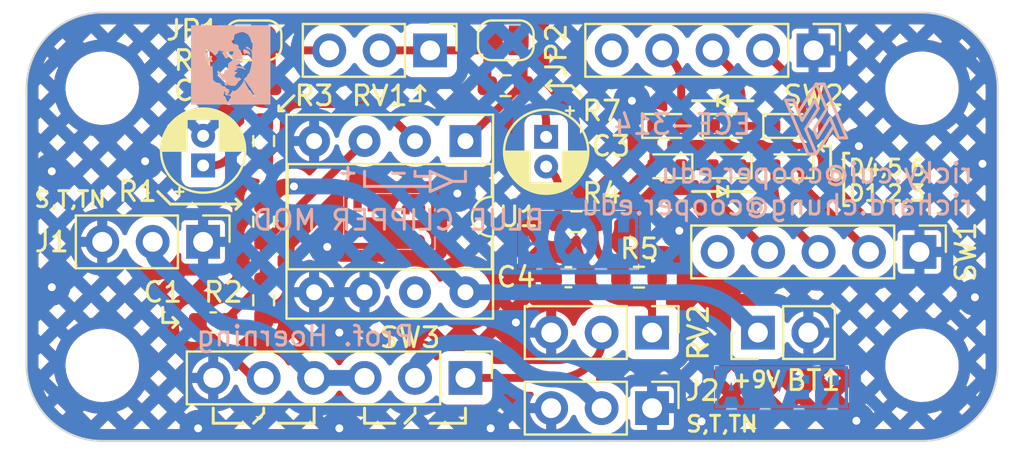
<source format=kicad_pcb>
(kicad_pcb (version 20221018) (generator pcbnew)
  (layers (0 "F.Cu" signal) (31 "B.Cu" signal) (34 "B.Paste" user) (35 "F.Paste" user) (36 "B.SilkS" user "B.Silkscreen") (37 "F.SilkS" user "F.Silkscreen") (38 "B.Mask" user) (39 "F.Mask" user) (44 "Edge.Cuts" user))
  (net 0 "")
  (net 1 "+9V")
  (net 2 "GND")
  (net 3 "/EFFECT_IN")
  (net 4 "Net-(U1A-+)")
  (net 5 "Net-(C2-Pad1)")
  (net 6 "Net-(JP2-B)")
  (net 7 "Net-(C3-Pad2)")
  (net 8 "Net-(C4-Pad1)")
  (net 9 "Net-(D1-K)")
  (net 10 "/CLIPPER")
  (net 11 "Net-(D2-K)")
  (net 12 "Net-(D3-K)")
  (net 13 "Net-(D4-A)")
  (net 14 "Net-(D5-A)")
  (net 15 "Net-(D6-A)")
  (net 16 "Net-(JP1-A)")
  (net 17 "Net-(JP1-B)")
  (net 18 "Net-(JP2-A)")
  (net 19 "/EFFECT_OUT")
  (net 20 "/OUT")
  (net 21 "/IN")
  (footprint "Connector_PinHeader_2.54mm:PinHeader_1x06_P2.54mm_Vertical" (layer "F.Cu") (at 155.448 64.77 -90)
    (fp_text reference "SW3")
    (fp_text value "BYPASS")
  )
  (footprint "Resistor_SMD:R_0603_1608Metric_Pad0.98x0.95mm_HandSolder" (layer "F.Cu") (at 144.78 50.038)
    (fp_text reference "R6")
    (fp_text value "50k")
  )
  (footprint "Diode_SMD:D_SOD-523" (layer "F.Cu") (at 165.611 54.102 180)
    (fp_text reference "D1" hide)
    (fp_text value "1N914WT")
  )
  (footprint "Resistor_SMD:R_0603_1608Metric_Pad0.98x0.95mm_HandSolder" (layer "F.Cu") (at 145.288 52.832 90)
    (fp_text reference "R3")
    (fp_text value "2k")
  )
  (footprint "Diode_SMD:D_SOD-523" (layer "F.Cu") (at 168.659 52.07)
    (fp_text reference "D5" hide)
    (fp_text value "1N914WT")
  )
  (footprint "Capacitor_SMD:C_0603_1608Metric_Pad1.08x0.95mm_HandSolder" (layer "F.Cu") (at 160.6315 59.69 180)
    (fp_text reference "C4")
    (fp_text value "0.033µF")
  )
  (footprint "MountingHole:MountingHole_3.2mm_M3" (layer "F.Cu") (at 137.16 64.135)
    (fp_text reference "H4" hide)
    (fp_text value "MountingHole")
  )
  (footprint "Resistor_SMD:R_0603_1608Metric_Pad0.98x0.95mm_HandSolder" (layer "F.Cu") (at 164.1875 59.69)
    (fp_text reference "R5")
    (fp_text value "10k")
  )
  (footprint "Connector_PinHeader_2.54mm:PinHeader_1x03_P2.54mm_Vertical" (layer "F.Cu") (at 164.846 62.484 -90)
    (fp_text reference "RV2")
    (fp_text value "50k")
  )
  (footprint "Resistor_SMD:R_0603_1608Metric_Pad0.98x0.95mm_HandSolder" (layer "F.Cu") (at 145.288 60.8565 -90)
    (fp_text reference "R2")
    (fp_text value "20k")
  )
  (footprint "Diode_SMD:D_SOD-523" (layer "F.Cu") (at 165.611 52.07)
    (fp_text reference "D4" hide)
    (fp_text value "1N914WT")
  )
  (footprint "Diode_SMD:D_SOD-523" (layer "F.Cu") (at 171.707 54.102 180)
    (fp_text reference "D3" hide)
    (fp_text value "1N914WT")
  )
  (footprint "Diode_SMD:D_SOD-523" (layer "F.Cu") (at 168.594 54.102 180)
    (fp_text reference "D2" hide)
    (fp_text value "1N914WT")
  )
  (footprint "Resistor_SMD:R_0603_1608Metric_Pad0.98x0.95mm_HandSolder" (layer "F.Cu") (at 145.288 56.896 -90)
    (fp_text reference "R1")
    (fp_text value "20k")
  )
  (footprint "Package_DIP:DIP-8_W7.62mm_Socket" (layer "F.Cu") (at 155.448 52.832 -90)
    (fp_text reference "U1")
    (fp_text value "RC4558")
  )
  (footprint "Capacitor_THT:CP_Radial_D4.0mm_P1.50mm" (layer "F.Cu") (at 159.512 52.617401 -90)
    (fp_text reference "C3")
    (fp_text value "4.7µF")
  )
  (footprint "Connector_PinHeader_2.54mm:PinHeader_1x05_P2.54mm_Vertical" (layer "F.Cu") (at 172.974 48.26 -90)
    (fp_text reference "SW2")
    (fp_text value "~")
  )
  (footprint "Capacitor_SMD:C_0603_1608Metric" (layer "F.Cu") (at 142.748 61.976)
    (fp_text reference "C1")
    (fp_text value "0.047µF")
  )
  (footprint "MountingHole:MountingHole_3.2mm_M3" (layer "F.Cu") (at 137.16 50.165)
    (fp_text reference "H2" hide)
    (fp_text value "MountingHole")
  )
  (footprint "Diode_SMD:D_SOD-523" (layer "F.Cu") (at 171.707 52.07)
    (fp_text reference "D6" hide)
    (fp_text value "1N914WT")
  )
  (footprint "MountingHole:MountingHole_3.2mm_M3" (layer "F.Cu") (at 178.435 64.135)
    (fp_text reference "H3" hide)
    (fp_text value "MountingHole")
  )
  (footprint "Capacitor_THT:CP_Radial_D4.0mm_P1.50mm" (layer "F.Cu") (at 142.24 54.0626 90)
    (fp_text reference "C2")
    (fp_text value "4.7µF")
  )
  (footprint "Connector_PinHeader_2.54mm:PinHeader_1x02_P2.54mm_Vertical" (layer "F.Cu") (at 170.175 62.484 90)
    (fp_text reference "BT1")
    (fp_text value "9V Battery")
  )
  (footprint "Jumper:SolderJumper-2_P1.3mm_Open_RoundedPad1.0x1.5mm" (layer "F.Cu") (at 157.48 47.752)
    (fp_text reference "JP2")
    (fp_text value "SolderJumper_2_Open")
  )
  (footprint "custom:jack_pads" (layer "F.Cu") (at 139.7 57.912 -90)
    (fp_text reference "J1")
    (fp_text value "IN")
  )
  (footprint "Jumper:SolderJumper-2_P1.3mm_Open_RoundedPad1.0x1.5mm" (layer "F.Cu") (at 144.78 47.752)
    (fp_text reference "JP1")
    (fp_text value "SolderJumper_2_Open")
  )
  (footprint "Resistor_SMD:R_0603_1608Metric_Pad0.98x0.95mm_HandSolder" (layer "F.Cu") (at 161.036 56.896)
    (fp_text reference "R4")
    (fp_text value "8k")
  )
  (footprint "Connector_PinHeader_2.54mm:PinHeader_1x05_P2.54mm_Vertical" (layer "F.Cu") (at 178.308 58.42 -90)
    (fp_text reference "SW1")
    (fp_text value "~")
  )
  (footprint "MountingHole:MountingHole_3.2mm_M3" (layer "F.Cu") (at 178.435 50.165)
    (fp_text reference "H1" hide)
    (fp_text value "MountingHole")
  )
  (footprint "Resistor_SMD:R_0603_1608Metric_Pad0.98x0.95mm_HandSolder" (layer "F.Cu") (at 157.465 50.038)
    (fp_text reference "R7")
    (fp_text value "50k")
  )
  (footprint "custom:jack_pads" (layer "F.Cu") (at 162.306 66.294 -90)
    (fp_text reference "J2")
    (fp_text value "OUT")
  )
  (footprint "Connector_PinHeader_2.54mm:PinHeader_1x03_P2.54mm_Vertical" (layer "F.Cu") (at 153.67 48.26 -90)
    (fp_text reference "RV1")
    (fp_text value "100k")
  )
  (gr_line (start 174.646402 52.671902) (end 173.512178 49.955062) (stroke (width 0.15)) (layer "B.SilkS"))
  (gr_line (start 171.567711 50.766794) (end 172.701934 53.483676) (stroke (width 0.15)) (layer "B.SilkS"))
  (gr_line (start 150.368 54.356) (end 150.368 55.118) (stroke (width 0.15)) (layer "B.SilkS"))
  (gr_line (start 153.67 55.372) (end 153.67 54.356) (stroke (width 0.15)) (layer "B.SilkS"))
  (gr_line (start 173.636824 51.224033) (end 172.996699 52.2489) (stroke (width 0.15)) (layer "B.SilkS"))
  (gr_line (start 155.448 54.864) (end 154.813 54.864) (stroke (width 0.15)) (layer "B.SilkS"))
  (gr_line (start 173.99 52.07) (end 173.107056 53.483676) (stroke (width 0.15)) (layer "B.SilkS"))
  (gr_line (start 173.813412 51.646999) (end 174.24128 52.671902) (stroke (width 0.15)) (layer "B.SilkS"))
  (gr_line (start 152.908 54.356) (end 152.908 54.61) (stroke (width 0.15)) (layer "B.SilkS"))
  (gr_poly (pts (xy 144.309852 48.197488) (xy 144.308615 48.197536) (xy 144.307377 48.19763) (xy 144.307358 48.19756) (xy 144.302826 48.198322) (xy 144.298387 48.199697) (xy 144.294054 48.201652) (xy 144.289842 48.204157) (xy 144.285762 48.207181) (xy 144.281827 48.210693) (xy 144.278052 48.214662) (xy 144.274448 48.219057) (xy 144.271029 48.223847) (xy 144.267808 48.229002) (xy 144.262011 48.240279) (xy 144.257163 48.252642) (xy 144.253366 48.265843) (xy 144.250725 48.279633) (xy 144.249344 48.293765) (xy 144.249159 48.300883) (xy 144.249329 48.307992) (xy 144.249865 48.315064) (xy 144.250782 48.322067) (xy 144.252092 48.328969) (xy 144.253808 48.33574) (xy 144.255944 48.342349) (xy 144.258512 48.348765) (xy 144.261525 48.354957) (xy 144.264997 48.360894) (xy 144.26894 48.366546) (xy 144.273368 48.37188) (xy 144.275659 48.374551) (xy 144.277787 48.377301) (xy 144.279745 48.38011) (xy 144.281526 48.382958) (xy 144.283123 48.385827) (xy 144.28453 48.388695) (xy 144.285739 48.391545) (xy 144.286743 48.394355) (xy 144.287536 48.397107) (xy 144.288111 48.39978) (xy 144.288461 48.402356) (xy 144.288549 48.403601) (xy 144.288578 48.404814) (xy 144.288548 48.405993) (xy 144.288456 48.407136) (xy 144.288304 48.408239) (xy 144.288089 48.4093) (xy 144.287811 48.410317) (xy 144.287468 48.411288) (xy 144.287061 48.41221) (xy 144.286588 48.41308) (xy 144.285459 48.415163) (xy 144.28459 48.417317) (xy 144.283972 48.419534) (xy 144.283599 48.421805) (xy 144.28346 48.424121) (xy 144.283549 48.426472) (xy 144.283857 48.42885) (xy 144.284375 48.431246) (xy 144.285096 48.43365) (xy 144.286011 48.436053) (xy 144.287112 48.438447) (xy 144.288391 48.440822) (xy 144.289839 48.443169) (xy 144.291449 48.44548) (xy 144.293212 48.447745) (xy 144.295119 48.449955) (xy 144.297164 48.452101) (xy 144.299336 48.454175) (xy 144.30163 48.456166) (xy 144.304035 48.458066) (xy 144.306543 48.459867) (xy 144.309148 48.461558) (xy 144.31184 48.463131) (xy 144.31461 48.464577) (xy 144.317452 48.465887) (xy 144.320356 48.467051) (xy 144.323315 48.468061) (xy 144.32632 48.468908) (xy 144.329363 48.469582) (xy 144.332436 48.470075) (xy 144.33553 48.470377) (xy 144.338638 48.47048) (xy 144.342686 48.470423) (xy 144.346252 48.470236) (xy 144.349346 48.469898) (xy 144.350718 48.469666) (xy 144.351976 48.469388) (xy 144.35312 48.469061) (xy 144.354151 48.468684) (xy 144.355071 48.468252) (xy 144.355881 48.467764) (xy 144.356582 48.467217) (xy 144.357174 48.466608) (xy 144.35766 48.465934) (xy 144.35804 48.465193) (xy 144.358316 48.464381) (xy 144.358488 48.463497) (xy 144.358558 48.462538) (xy 144.358526 48.461501) (xy 144.358395 48.460382) (xy 144.358165 48.459181) (xy 144.357836 48.457893) (xy 144.357411 48.456516) (xy 144.356276 48.453485) (xy 144.354768 48.450067) (xy 144.352895 48.446239) (xy 144.350668 48.44198) (xy 144.348609 48.437132) (xy 144.347827 48.432743) (xy 144.348253 48.428806) (xy 144.349819 48.425311) (xy 144.352457 48.42225) (xy 144.356099 48.419614) (xy 144.360677 48.417394) (xy 144.366123 48.415582) (xy 144.379344 48.413143) (xy 144.395219 48.412229) (xy 144.413203 48.412769) (xy 144.43275 48.414693) (xy 144.453316 48.41793) (xy 144.474356 48.422411) (xy 144.495324 48.428065) (xy 144.515677 48.434822) (xy 144.534869 48.442613) (xy 144.552355 48.451366) (xy 144.560287 48.456082) (xy 144.56759 48.461012) (xy 144.574193 48.466147) (xy 144.580029 48.47148) (xy 144.58906 48.480361) (xy 144.592724 48.483719) (xy 144.595872 48.486297) (xy 144.598544 48.488052) (xy 144.599713 48.488607) (xy 144.600778 48.48894) (xy 144.601743 48.489046) (xy 144.602613 48.488918) (xy 144.603394 48.488552) (xy 144.604089 48.487943) (xy 144.604705 48.487083) (xy 144.605245 48.48597) (xy 144.605716 48.484595) (xy 144.606121 48.482956) (xy 144.606754 48.478858) (xy 144.607184 48.473632) (xy 144.60745 48.467234) (xy 144.607592 48.459622) (xy 144.607659 48.44058) (xy 144.607305 48.431635) (xy 144.606263 48.422579) (xy 144.604558 48.413439) (xy 144.602217 48.404239) (xy 144.599267 48.395007) (xy 144.595735 48.385767) (xy 144.591648 48.376546) (xy 144.587033 48.367369) (xy 144.581916 48.358263) (xy 144.576324 48.349253) (xy 144.563823 48.331626) (xy 144.549745 48.314695) (xy 144.534303 48.298666) (xy 144.517712 48.283748) (xy 144.500187 48.270147) (xy 144.481942 48.258071) (xy 144.472616 48.252669) (xy 144.46319 48.247726) (xy 144.453692 48.243267) (xy 144.444148 48.239319) (xy 144.434585 48.235907) (xy 144.425029 48.233058) (xy 144.415507 48.230796) (xy 144.406047 48.229149) (xy 144.396675 48.228142) (xy 144.387417 48.2278) (xy 144.384174 48.227723) (xy 144.380864 48.227495) (xy 144.377509 48.227122) (xy 144.374133 48.226613) (xy 144.37076 48.225971) (xy 144.367414 48.225206) (xy 144.364119 48.224321) (xy 144.360898 48.223325) (xy 144.357776 48.222223) (xy 144.354775 48.221023) (xy 144.351919 48.219729) (xy 144.349233 48.21835) (xy 144.34674 48.216891) (xy 144.344464 48.215359) (xy 144.342428 48.21376) (xy 144.340657 48.2121) (xy 144.339189 48.210664) (xy 144.33772 48.209317) (xy 144.336252 48.208055) (xy 144.334783 48.206877) (xy 144.333316 48.205778) (xy 144.331849 48.204758) (xy 144.330383 48.203812) (xy 144.328918 48.202938) (xy 144.327455 48.202133) (xy 144.325994 48.201394) (xy 144.324535 48.200719) (xy 144.323077 48.200105) (xy 144.321623 48.199549) (xy 144.320171 48.199048) (xy 144.318722 48.198599) (xy 144.317277 48.1982) (xy 144.31604 48.197959) (xy 144.314802 48.197768) (xy 144.313565 48.197626) (xy 144.312327 48.197533) (xy 144.31109 48.197487)) (fill solid) (layer "B.SilkS"))
  (gr_line (start 152.908 54.61) (end 153.67 54.61) (stroke (width 0.15)) (layer "B.SilkS"))
  (gr_line (start 173.217413 51.189797) (end 173.040825 50.766794) (stroke (width 0.15)) (layer "B.SilkS"))
  (gr_line (start 173.107056 53.483676) (end 172.577288 52.214703) (stroke (width 0.15)) (layer "B.SilkS"))
  (gr_line (start 153.67 54.356) (end 154.813 54.864) (stroke (width 0.15)) (layer "B.SilkS"))
  (gr_line (start 171.972833 50.766794) (end 171.567711 50.766794) (stroke (width 0.15)) (layer "B.SilkS"))
  (gr_line (start 155.448 54.356) (end 155.448 54.864) (stroke (width 0.15)) (layer "B.SilkS"))
  (gr_line (start 173.107056 49.955062) (end 173.636824 51.224033) (stroke (width 0.15)) (layer "B.SilkS"))
  (gr_line (start 173.173287 52.671902) (end 173.813412 51.646999) (stroke (width 0.15)) (layer "B.SilkS"))
  (gr_line (start 172.996699 52.2489) (end 173.173287 52.671902) (stroke (width 0.15)) (layer "B.SilkS"))
  (gr_line (start 173.040825 50.766794) (end 172.4007 51.791701) (stroke (width 0.15)) (layer "B.SilkS"))
  (gr_line (start 172.4007 51.791701) (end 171.972833 50.766794) (stroke (width 0.15)) (layer "B.SilkS"))
  (gr_line (start 172.701934 53.483676) (end 173.107056 53.483676) (stroke (width 0.15)) (layer "B.SilkS"))
  (gr_line (start 172.577288 52.214703) (end 173.217413 51.189797) (stroke (width 0.15)) (layer "B.SilkS"))
  (gr_poly (pts (xy 141.6304 46.99) (xy 141.6304 50.99) (xy 145.6304 50.99) (xy 145.6304 50.666863) (xy 144.90704 50.666863) (xy 144.906502 50.66756) (xy 144.905238 50.666959) (xy 144.900394 50.66159) (xy 144.889895 50.648253) (xy 144.877758 50.63304) (xy 144.865484 50.617828) (xy 144.864475 50.616595) (xy 143.643485 50.616595) (xy 143.643049 50.62133) (xy 143.641695 50.625947) (xy 143.639385 50.630424) (xy 143.636083 50.634739) (xy 143.631753 50.63887) (xy 143.629429 50.641058) (xy 143.626471 50.644273) (xy 143.61883 50.653531) (xy 143.609192 50.666139) (xy 143.597918 50.68159) (xy 143.585369 50.699379) (xy 143.571906 50.719) (xy 143.55789 50.739949) (xy 143.543683 50.76172) (xy 143.53055 50.781789) (xy 143.518543 50.799375) (xy 143.507591 50.814498) (xy 143.502488 50.821143) (xy 143.497624 50.82718) (xy 143.492989 50.832613) (xy 143.488574 50.837444) (xy 143.484371 50.841675) (xy 143.480371 50.845309) (xy 143.476565 50.848349) (xy 143.472944 50.850798) (xy 143.4695 50.852658) (xy 143.466225 50.853932) (xy 143.463109 50.854623) (xy 143.460143 50.854733) (xy 143.45732 50.854265) (xy 143.45463 50.853222) (xy 143.452064 50.851607) (xy 143.449614 50.849422) (xy 143.447272 50.846669) (xy 143.445028 50.843352) (xy 143.442874 50.839474) (xy 143.440801 50.835036) (xy 143.4388 50.830042) (xy 143.436863 50.824494) (xy 143.434981 50.818395) (xy 143.433145 50.811748) (xy 143.429578 50.79682) (xy 143.428576 50.79253) (xy 143.427466 50.788269) (xy 143.426262 50.784063) (xy 143.424973 50.77994) (xy 143.423613 50.775928) (xy 143.422193 50.772054) (xy 143.420724 50.768346) (xy 143.419218 50.764832) (xy 143.417686 50.76154) (xy 143.416141 50.758496) (xy 143.414594 50.75573) (xy 143.413057 50.753268) (xy 143.411541 50.751138) (xy 143.410058 50.749369) (xy 143.409333 50.748627) (xy 143.40862 50.747986) (xy 143.407921 50.747449) (xy 143.407238 50.74702) (xy 143.405892 50.746049) (xy 143.404585 50.744835) (xy 143.403323 50.743397) (xy 143.402113 50.741752) (xy 143.400962 50.739918) (xy 143.399876 50.737912) (xy 143.398862 50.735753) (xy 143.397927 50.733457) (xy 143.397076 50.731043) (xy 143.396318 50.728528) (xy 143.395658 50.725931) (xy 143.395103 50.723268) (xy 143.39466 50.720558) (xy 143.394336 50.717818) (xy 143.394136 50.715066) (xy 143.394068 50.71232) (xy 143.393909 50.705393) (xy 143.393441 50.698423) (xy 143.392675 50.691429) (xy 143.391621 50.684426) (xy 143.390291 50.677432) (xy 143.388697 50.670464) (xy 143.386849 50.66354) (xy 143.384759 50.656676) (xy 143.382438 50.649889) (xy 143.379897 50.643198) (xy 143.377147 50.636619) (xy 143.3742 50.630168) (xy 143.371067 50.623864) (xy 143.367758 50.617724) (xy 143.364286 50.611764) (xy 143.360662 50.606002) (xy 143.356896 50.600455) (xy 143.352999 50.59514) (xy 143.348984 50.590075) (xy 143.344861 50.585276) (xy 143.340642 50.58076) (xy 143.336337 50.576546) (xy 143.331959 50.572649) (xy 143.327517 50.569088) (xy 143.323024 50.565878) (xy 143.31849 50.563039) (xy 143.313927 50.560585) (xy 143.309347 50.558536) (xy 143.304759 50.556908) (xy 143.300176 50.555717) (xy 143.295609 50.554982) (xy 143.291068 50.55472) (xy 143.286358 50.554649) (xy 143.281926 50.554477) (xy 143.277788 50.554209) (xy 143.275835 50.554041) (xy 143.273961 50.553849) (xy 143.27217 50.553637) (xy 143.270463 50.553402) (xy 143.268842 50.553147) (xy 143.267309 50.552872) (xy 143.265867 50.552578) (xy 143.264518 50.552264) (xy 143.263263 50.551932) (xy 143.262104 50.551582) (xy 143.261045 50.551215) (xy 143.260086 50.550831) (xy 143.25923 50.550431) (xy 143.25848 50.550016) (xy 143.257837 50.549585) (xy 143.257303 50.54914) (xy 143.25688 50.548681) (xy 143.256571 50.548209) (xy 143.256378 50.547724) (xy 143.256325 50.547477) (xy 143.256302 50.547227) (xy 143.256309 50.546974) (xy 143.256346 50.546718) (xy 143.256512 50.546198) (xy 143.256803 50.545668) (xy 143.257219 50.545128) (xy 143.257763 50.544578) (xy 143.258438 50.54402) (xy 143.259912 50.542797) (xy 143.261386 50.541318) (xy 143.262848 50.539603) (xy 143.26429 50.537671) (xy 143.265703 50.535543) (xy 143.267077 50.533239) (xy 143.268402 50.530779) (xy 143.269669 50.528182) (xy 143.270869 50.52547) (xy 143.271992 50.522661) (xy 143.273029 50.519777) (xy 143.27397 50.516837) (xy 143.274806 50.513861) (xy 143.275527 50.51087) (xy 143.276124 50.507883) (xy 143.276588 50.50492) (xy 143.277688 50.49795) (xy 143.279338 50.489057) (xy 143.283964 50.46697) (xy 143.289822 50.441582) (xy 143.296268 50.41582) (xy 143.298392 50.407449) (xy 143.300222 50.399677) (xy 143.301757 50.392467) (xy 143.302997 50.385785) (xy 143.303941 50.379597) (xy 143.304588 50.373868) (xy 143.304937 50.368562) (xy 143.305 50.366057) (xy 143.304988 50.363645) (xy 143.304902 50.361321) (xy 143.30474 50.359082) (xy 143.304504 50.356922) (xy 143.304192 50.354837) (xy 143.303806 50.352824) (xy 143.303344 50.350877) (xy 143.302807 50.348993) (xy 143.302194 50.347167) (xy 143.301506 50.345394) (xy 143.300742 50.34367) (xy 143.299903 50.341992) (xy 143.298988 50.340354) (xy 143.297997 50.338752) (xy 143.29693 50.337182) (xy 143.295787 50.335639) (xy 143.294568 50.33412) (xy 143.293219 50.332436) (xy 143.291984 50.330873) (xy 143.290867 50.329427) (xy 143.28987 50.328099) (xy 143.288995 50.326886) (xy 143.288604 50.326323) (xy 143.288245 50.325788) (xy 143.287918 50.325281) (xy 143.287623 50.324803) (xy 143.28736 50.324353) (xy 143.287131 50.32393) (xy 143.286934 50.323535) (xy 143.286771 50.323168) (xy 143.286641 50.322827) (xy 143.286546 50.322514) (xy 143.286484 50.322229) (xy 143.286458 50.321969) (xy 143.286458 50.32185) (xy 143.286466 50.321737) (xy 143.286484 50.321631) (xy 143.28651 50.321531) (xy 143.286545 50.321438) (xy 143.28659 50.321352) (xy 143.286643 50.321272) (xy 143.286705 50.321198) (xy 143.286776 50.321132) (xy 143.286856 50.321071) (xy 143.286946 50.321017) (xy 143.287044 50.32097) (xy 143.287152 50.320929) (xy 143.287269 50.320894) (xy 143.287531 50.320844) (xy 143.287831 50.320819) (xy 143.288168 50.32082) (xy 143.288117 50.320809) (xy 143.288914 50.320888) (xy 143.289869 50.321083) (xy 143.290983 50.321395) (xy 143.29226 50.32182) (xy 143.295311 50.323005) (xy 143.299045 50.324622) (xy 143.308649 50.329092) (xy 143.321247 50.33511) (xy 143.325859 50.337505) (xy 143.330218 50.33996) (xy 143.334323 50.34247) (xy 143.338171 50.345026) (xy 143.341763 50.347623) (xy 143.345096 50.350254) (xy 143.348169 50.352911) (xy 143.350981 50.355588) (xy 143.35353 50.358278) (xy 143.355814 50.360975) (xy 143.357833 50.363671) (xy 143.359585 50.36636) (xy 143.361068 50.369035) (xy 143.362282 50.37169) (xy 143.363224 50.374317) (xy 143.363894 50.37691) (xy 143.36429 50.379461) (xy 143.36441 50.381965) (xy 143.364254 50.384415) (xy 143.363819 50.386803) (xy 143.363104 50.389123) (xy 143.362109 50.391368) (xy 143.360831 50.393532) (xy 143.359269 50.395607) (xy 143.357422 50.397586) (xy 143.355288 50.399464) (xy 143.352866 50.401233) (xy 143.350155 50.402887) (xy 143.347153 50.404418) (xy 143.343858 50.40582) (xy 143.34027 50.407086) (xy 143.336387 50.40821) (xy 143.326828 50.410758) (xy 143.323073 50.411868) (xy 143.320001 50.412922) (xy 143.318721 50.413442) (xy 143.317612 50.413963) (xy 143.316673 50.41449) (xy 143.315905 50.41503) (xy 143.315307 50.415587) (xy 143.314881 50.416165) (xy 143.314625 50.416771) (xy 143.314539 50.41741) (xy 143.314625 50.418086) (xy 143.314881 50.418804) (xy 143.315307 50.41957) (xy 143.315905 50.420389) (xy 143.316673 50.421267) (xy 143.317612 50.422207) (xy 143.320001 50.424297) (xy 143.323073 50.426702) (xy 143.326828 50.429461) (xy 143.336387 50.43621) (xy 143.33937 50.438484) (xy 143.342267 50.441052) (xy 143.345061 50.443886) (xy 143.347739 50.446958) (xy 143.350286 50.45024) (xy 143.352688 50.453705) (xy 143.354929 50.457325) (xy 143.356997 50.461072) (xy 143.358875 50.464919) (xy 143.36055 50.468838) (xy 143.362007 50.4728) (xy 143.363232 50.47678) (xy 143.36421 50.480748) (xy 143.364926 50.484678) (xy 143.365367 50.488541) (xy 143.365517 50.49231) (xy 143.365573 50.49841) (xy 143.365803 50.503765) (xy 143.366305 50.508417) (xy 143.367171 50.512407) (xy 143.367772 50.514166) (xy 143.368499 50.515776) (xy 143.369365 50.517242) (xy 143.370382 50.518568) (xy 143.371562 50.51976) (xy 143.372916 50.520823) (xy 143.374457 50.521763) (xy 143.376197 50.522585) (xy 143.378147 50.523293) (xy 143.380319 50.523894) (xy 143.385377 50.524792) (xy 143.391467 50.525322) (xy 143.398685 50.525525) (xy 143.407124 50.525444) (xy 143.416881 50.525119) (xy 143.440727 50.52391) (xy 143.451358 50.523573) (xy 143.462053 50.523708) (xy 143.472773 50.524294) (xy 143.483485 50.525308) (xy 143.49415 50.526729) (xy 143.504732 50.528535) (xy 143.515196 50.530704) (xy 143.525504 50.533214) (xy 143.535621 50.536043) (xy 143.545509 50.539169) (xy 143.555133 50.54257) (xy 143.564457 50.546226) (xy 143.573443 50.550112) (xy 143.582056 50.554209) (xy 143.590259 50.558493) (xy 143.598016 50.562943) (xy 143.60529 50.567538) (xy 143.612045 50.572254) (xy 143.618245 50.577071) (xy 143.623853 50.581967) (xy 143.628833 50.586919) (xy 143.633148 50.591906) (xy 143.636763 50.596905) (xy 143.63964 50.601896) (xy 143.641744 50.606856) (xy 143.643037 50.611763) (xy 143.643485 50.616595) (xy 144.864475 50.616595) (xy 144.854574 50.60449) (xy 144.854595 50.60449) (xy 144.841194 50.588538) (xy 144.822129 50.566202) (xy 144.777175 50.51419) (xy 144.771711 50.507821) (xy 144.76644 50.501453) (xy 144.761388 50.495129) (xy 144.75658 50.488888) (xy 144.752042 50.482774) (xy 144.7478 50.476828) (xy 144.74388 50.47109) (xy 144.740306 50.465603) (xy 144.737105 50.460407) (xy 144.734303 50.455545) (xy 144.731925 50.451057) (xy 144.729997 50.446985) (xy 144.728544 50.443371) (xy 144.727592 50.440257) (xy 144.727312 50.438899) (xy 144.727167 50.437682) (xy 144.72716 50.436611) (xy 144.727295 50.43569) (xy 144.727668 50.433909) (xy 144.727963 50.432317) (xy 144.728181 50.430915) (xy 144.728325 50.429705) (xy 144.728369 50.429173) (xy 144.728395 50.428689) (xy 144.728403 50.428254) (xy 144.728394 50.427868) (xy 144.728367 50.42753) (xy 144.728322 50.427242) (xy 144.728261 50.427004) (xy 144.728182 50.426815) (xy 144.728087 50.426676) (xy 144.727976 50.426587) (xy 144.727848 50.426548) (xy 144.727704 50.426559) (xy 144.727544 50.426621) (xy 144.727369 50.426734) (xy 144.727178 50.426897) (xy 144.726971 50.427112) (xy 144.72675 50.427378) (xy 144.726514 50.427695) (xy 144.726263 50.428064) (xy 144.725997 50.428485) (xy 144.725424 50.429483) (xy 144.724795 50.43069) (xy 144.723803 50.431543) (xy 144.722166 50.431681) (xy 144.719928 50.431144) (xy 144.717134 50.429973) (xy 144.710053 50.425898) (xy 144.70128 50.419785) (xy 144.691167 50.411966) (xy 144.680072 50.402772) (xy 144.668348 50.392533) (xy 144.656351 50.381581) (xy 144.644436 50.370246) (xy 144.632958 50.358859) (xy 144.622272 50.34775) (xy 144.612732 50.337252) (xy 144.604694 50.327693) (xy 144.598514 50.319406) (xy 144.59623 50.315843) (xy 144.594545 50.312722) (xy 144.593501 50.310083) (xy 144.593143 50.30797) (xy 144.592996 50.306607) (xy 144.592565 50.304971) (xy 144.591864 50.303084) (xy 144.590907 50.300967) (xy 144.58971 50.298642) (xy 144.588287 50.296133) (xy 144.586651 50.29346) (xy 144.584819 50.290645) (xy 144.582804 50.287711) (xy 144.580621 50.284679) (xy 144.578284 50.281572) (xy 144.575808 50.278411) (xy 144.573207 50.275218) (xy 144.570497 50.272016) (xy 144.56769 50.268826) (xy 144.564803 50.26567) (xy 144.554197 50.253521) (xy 144.543155 50.238614) (xy 144.530104 50.218127) (xy 144.513473 50.189239) (xy 144.491693 50.149126) (xy 144.46319 50.094967) (xy 144.379738 49.93322) (xy 144.347642 49.871124) (xy 144.334474 49.846285) (xy 144.322997 49.825403) (xy 144.313037 49.808339) (xy 144.308573 49.801196) (xy 144.304423 49.794956) (xy 144.300566 49.789602) (xy 144.29698 49.785116) (xy 144.293645 49.781482) (xy 144.290538 49.778682) (xy 144.287638 49.7767) (xy 144.284924 49.775517) (xy 144.283629 49.77522) (xy 144.282373 49.775117) (xy 144.281152 49.775205) (xy 144.279964 49.775483) (xy 144.277676 49.776597) (xy 144.275487 49.778441) (xy 144.273375 49.781) (xy 144.271319 49.784256) (xy 144.269298 49.788191) (xy 144.267289 49.792789) (xy 144.265272 49.798031) (xy 144.263224 49.803902) (xy 144.258951 49.817458) (xy 144.254297 49.83332) (xy 144.24881 49.849658) (xy 144.24153 49.867082) (xy 144.232576 49.885473) (xy 144.222067 49.904712) (xy 144.196866 49.945254) (xy 144.166882 49.987755) (xy 144.133074 50.031261) (xy 144.096398 50.074819) (xy 144.057812 50.117475) (xy 144.018273 50.158275) (xy 143.978737 50.196265) (xy 143.940163 50.230492) (xy 143.903508 50.260001) (xy 143.869727 50.28384) (xy 143.854215 50.293335) (xy 143.83978 50.301054) (xy 143.826542 50.306878) (xy 143.814622 50.310689) (xy 143.804138 50.312367) (xy 143.795211 50.311792) (xy 143.78796 50.308846) (xy 143.782504 50.303409) (xy 143.781224 50.301651) (xy 143.779727 50.299886) (xy 143.778032 50.298123) (xy 143.77616 50.29637) (xy 143.774128 50.294633) (xy 143.771956 50.29292) (xy 143.767267 50.289598) (xy 143.762246 50.286465) (xy 143.757044 50.283579) (xy 143.751814 50.281003) (xy 143.746707 50.278797) (xy 143.741876 50.27702) (xy 143.737473 50.275734) (xy 143.73548 50.275294) (xy 143.733651 50.275) (xy 143.732004 50.274858) (xy 143.73056 50.274876) (xy 143.729337 50.275063) (xy 143.728354 50.275425) (xy 143.727631 50.275971) (xy 143.727185 50.276707) (xy 143.727037 50.277641) (xy 143.727204 50.278781) (xy 143.727707 50.280135) (xy 143.728564 50.281709) (xy 143.728935 50.282363) (xy 143.729244 50.283028) (xy 143.72949 50.283705) (xy 143.729677 50.284392) (xy 143.729804 50.285087) (xy 143.729872 50.28579) (xy 143.729883 50.2865) (xy 143.729836 50.287214) (xy 143.729734 50.287932) (xy 143.729577 50.288653) (xy 143.729366 50.289376) (xy 143.729102 50.290099) (xy 143.728786 50.290822) (xy 143.728419 50.291542) (xy 143.728001 50.292259) (xy 143.727535 50.292972) (xy 143.727019 50.293679) (xy 143.726456 50.294379) (xy 143.725847 50.295072) (xy 143.725192 50.295755) (xy 143.724493 50.296428) (xy 143.723749 50.29709) (xy 143.722135 50.298373) (xy 143.720357 50.299597) (xy 143.718423 50.30075) (xy 143.716339 50.301824) (xy 143.714114 50.302809) (xy 143.712988 50.303264) (xy 143.711898 50.303745) (xy 143.710845 50.304253) (xy 143.70983 50.304785) (xy 143.708853 50.30534) (xy 143.707916 50.305918) (xy 143.70702 50.306517) (xy 143.706164 50.307136) (xy 143.705351 50.307774) (xy 143.704581 50.30843) (xy 143.703855 50.309102) (xy 143.703174 50.30979) (xy 143.702538 50.310492) (xy 143.701949 50.311207) (xy 143.701408 50.311934) (xy 143.700914 50.312672) (xy 143.70047 50.31342) (xy 143.700077 50.314176) (xy 143.699734 50.314939) (xy 143.699443 50.315709) (xy 143.699204 50.316484) (xy 143.69902 50.317262) (xy 143.698889 50.318044) (xy 143.698814 50.318827) (xy 143.698796 50.31961) (xy 143.698834 50.320393) (xy 143.698931 50.321174) (xy 143.699086 50.321951) (xy 143.699302 50.322725) (xy 143.699577 50.323493) (xy 143.699915 50.324255) (xy 143.700314 50.325009) (xy 143.700709 50.325736) (xy 143.701024 50.326491) (xy 143.70126 50.327272) (xy 143.701419 50.328077) (xy 143.701502 50.328905) (xy 143.701511 50.329755) (xy 143.701446 50.330625) (xy 143.701309 50.331513) (xy 143.701101 50.332417) (xy 143.700825 50.333337) (xy 143.700479 50.33427) (xy 143.700068 50.335215) (xy 143.69959 50.336171) (xy 143.699049 50.337135) (xy 143.697778 50.339084) (xy 143.696267 50.34105) (xy 143.694525 50.343019) (xy 143.692563 50.34498) (xy 143.690391 50.346919) (xy 143.688019 50.348824) (xy 143.685459 50.350683) (xy 143.682721 50.352482) (xy 143.679815 50.354209) (xy 143.676864 50.355932) (xy 143.673996 50.357862) (xy 143.671226 50.359978) (xy 143.668567 50.362259) (xy 143.666037 50.364687) (xy 143.663648 50.367238) (xy 143.661416 50.369895) (xy 143.659356 50.372635) (xy 143.657482 50.375438) (xy 143.65581 50.378284) (xy 143.654355 50.381152) (xy 143.653131 50.384022) (xy 143.652153 50.386873) (xy 143.651436 50.389685) (xy 143.65118 50.39107) (xy 143.650995 50.392438) (xy 143.650882 50.393785) (xy 143.650845 50.395109) (xy 143.650701 50.398355) (xy 143.650276 50.401692) (xy 143.649581 50.405109) (xy 143.648626 50.408595) (xy 143.64742 50.41214) (xy 143.645975 50.415734) (xy 143.642406 50.423025) (xy 143.637999 50.430383) (xy 143.632838 50.437722) (xy 143.627004 50.44496) (xy 143.620578 50.452009) (xy 143.613643 50.458788) (xy 143.60628 50.465209) (xy 143.59857 50.471189) (xy 143.590597 50.476644) (xy 143.58244 50.481488) (xy 143.574183 50.485636) (xy 143.570043 50.487424) (xy 143.565908 50.489005) (xy 143.561788 50.490371) (xy 143.557694 50.491509) (xy 143.553742 50.492434) (xy 143.549804 50.493222) (xy 143.54589 50.493877) (xy 143.542012 50.494402) (xy 143.538177 50.4948) (xy 143.534396 50.495073) (xy 143.530678 50.495226) (xy 143.527033 50.495261) (xy 143.523471 50.495181) (xy 143.520001 50.49499) (xy 143.516633 50.49469) (xy 143.513377 50.494285) (xy 143.510242 50.493777) (xy 143.507239 50.493171) (xy 143.504376 50.492468) (xy 143.501663 50.491672) (xy 143.499111 50.490786) (xy 143.496728 50.489813) (xy 143.494525 50.488757) (xy 143.49251 50.48762) (xy 143.490695 50.486405) (xy 143.489087 50.485116) (xy 143.487698 50.483755) (xy 143.486537 50.482327) (xy 143.485613 50.480833) (xy 143.484936 50.479277) (xy 143.484516 50.477661) (xy 143.484362 50.475991) (xy 143.484484 50.474267) (xy 143.484892 50.472493) (xy 143.485596 50.470673) (xy 143.486605 50.468809) (xy 143.487041 50.468029) (xy 143.487429 50.467263) (xy 143.487771 50.466513) (xy 143.488065 50.465779) (xy 143.488314 50.465061) (xy 143.488516 50.464361) (xy 143.488673 50.463679) (xy 143.488785 50.463016) (xy 143.488853 50.462372) (xy 143.488877 50.461747) (xy 143.488857 50.461144) (xy 143.488794 50.460562) (xy 143.488688 50.460002) (xy 143.488541 50.459464) (xy 143.488351 50.45895) (xy 143.488121 50.458459) (xy 143.487849 50.457994) (xy 143.487538 50.457553) (xy 143.487186 50.457139) (xy 143.486796 50.456751) (xy 143.486366 50.45639) (xy 143.485898 50.456057) (xy 143.485392 50.455753) (xy 143.484848 50.455478) (xy 143.484267 50.455233) (xy 143.48365 50.455019) (xy 143.482997 50.454835) (xy 143.482308 50.454684) (xy 143.481584 50.454565) (xy 143.480825 50.454479) (xy 143.480031 50.454427) (xy 143.479204 50.454409) (xy 143.478376 50.454386) (xy 143.477574 50.454318) (xy 143.4768 50.454206) (xy 143.476054 50.45405) (xy 143.475336 50.453853) (xy 143.474648 50.453614) (xy 143.47399 50.453336) (xy 143.473363 50.453019) (xy 143.472767 50.452664) (xy 143.472203 50.452272) (xy 143.471671 50.451845) (xy 143.471172 50.451382) (xy 143.470707 50.450887) (xy 143.470277 50.450359) (xy 143.469882 50.449799) (xy 143.469522 50.449209) (xy 143.469198 50.44859) (xy 143.468912 50.447943) (xy 143.468663 50.447268) (xy 143.468452 50.446568) (xy 143.46828 50.445842) (xy 143.468147 50.445092) (xy 143.468054 50.44432) (xy 143.468002 50.443525) (xy 143.467991 50.44271) (xy 143.468023 50.441875) (xy 143.468096 50.441021) (xy 143.468213 50.44015) (xy 143.468374 50.439262) (xy 143.468579 50.438358) (xy 143.468829 50.437441) (xy 143.469124 50.436509) (xy 143.469477 50.435559) (xy 143.469889 50.434641) (xy 143.47036 50.433754) (xy 143.470887 50.432899) (xy 143.471468 50.432076) (xy 143.472102 50.431286) (xy 143.472785 50.430529) (xy 143.473517 50.429805) (xy 143.475118 50.428458) (xy 143.476887 50.427248) (xy 143.478809 50.426176) (xy 143.480868 50.425247) (xy 143.483048 50.424462) (xy 143.485332 50.423823) (xy 143.487706 50.423333) (xy 143.490152 50.422995) (xy 143.492655 50.422812) (xy 143.495199 50.422784) (xy 143.497767 50.422916) (xy 143.500344 50.423209) (xy 143.504418 50.423887) (xy 143.508385 50.424421) (xy 143.512238 50.424816) (xy 143.515974 50.425074) (xy 143.519586 50.425199) (xy 143.52307 50.425194) (xy 143.52642 50.425063) (xy 143.529631 50.42481) (xy 143.532697 50.424436) (xy 143.535614 50.423947) (xy 143.538377 50.423345) (xy 143.540979 50.422633) (xy 143.543417 50.421815) (xy 143.545683 50.420895) (xy 143.547774 50.419875) (xy 143.549684 50.41876) (xy 143.551408 50.417551) (xy 143.55294 50.416254) (xy 143.554276 50.414871) (xy 143.55541 50.413405) (xy 143.556336 50.41186) (xy 143.557051 50.410239) (xy 143.557547 50.408547) (xy 143.557821 50.406785) (xy 143.557866 50.404957) (xy 143.557678 50.403067) (xy 143.557251 50.401119) (xy 143.556581 50.399114) (xy 143.555661 50.397058) (xy 143.554487 50.394953) (xy 143.553053 50.392802) (xy 143.551354 50.39061) (xy 143.549613 50.388295) (xy 143.54803 50.385755) (xy 143.546608 50.383011) (xy 143.54535 50.380086) (xy 143.544258 50.377002) (xy 143.543337 50.373782) (xy 143.542589 50.370448) (xy 143.542017 50.367022) (xy 143.541624 50.363527) (xy 143.541414 50.359986) (xy 143.541389 50.35642) (xy 143.541553 50.352852) (xy 143.541908 50.349304) (xy 143.542458 50.3458) (xy 143.543206 50.342361) (xy 143.544154 50.33901) (xy 143.544717 50.337166) (xy 143.545223 50.335348) (xy 143.545672 50.333557) (xy 143.546064 50.331792) (xy 143.546399 50.330055) (xy 143.546678 50.328347) (xy 143.546901 50.326667) (xy 143.547067 50.325016) (xy 143.547178 50.323395) (xy 143.547232 50.321805) (xy 143.547231 50.320245) (xy 143.547175 50.318717) (xy 143.547063 50.317222) (xy 143.546896 50.315759) (xy 143.546675 50.31433) (xy 143.546398 50.312935) (xy 143.546067 50.311574) (xy 143.545681 50.310248) (xy 143.545241 50.308958) (xy 143.544747 50.307705) (xy 143.544199 50.306488) (xy 143.543597 50.305309) (xy 143.542941 50.304168) (xy 143.542232 50.303066) (xy 143.541469 50.302003) (xy 143.540654 50.30098) (xy 143.539785 50.299997) (xy 143.538864 50.299055) (xy 143.53789 50.298155) (xy 143.536864 50.297297) (xy 143.535785 50.296482) (xy 143.534654 50.29571) (xy 143.532388 50.294251) (xy 143.530608 50.292874) (xy 143.529317 50.29158) (xy 143.528855 50.290965) (xy 143.528517 50.290371) (xy 143.528302 50.289798) (xy 143.528211 50.289246) (xy 143.528243 50.288716) (xy 143.5284 50.288207) (xy 143.528682 50.28772) (xy 143.529089 50.287255) (xy 143.52962 50.286811) (xy 143.530278 50.28639) (xy 143.53197 50.285613) (xy 143.534169 50.284925) (xy 143.536875 50.284326) (xy 143.540092 50.283818) (xy 143.543822 50.283402) (xy 143.548067 50.283078) (xy 143.552831 50.282847) (xy 143.558114 50.28271) (xy 143.572171 50.282424) (xy 143.577721 50.2822) (xy 143.582299 50.281866) (xy 143.584226 50.281644) (xy 143.585915 50.28138) (xy 143.587366 50.281066) (xy 143.58858 50.280699) (xy 143.589559 50.280272) (xy 143.590304 50.279781) (xy 143.590817 50.27922) (xy 143.591098 50.278585) (xy 143.591149 50.277869) (xy 143.590972 50.277067) (xy 143.590568 50.276175) (xy 143.589937 50.275186) (xy 143.589082 50.274096) (xy 143.588003 50.2729) (xy 143.58518 50.270166) (xy 143.58148 50.266942) (xy 143.576912 50.263186) (xy 143.565214 50.25391) (xy 143.513204 50.21241) (xy 143.511498 50.211145) (xy 143.509756 50.20998) (xy 143.50799 50.20892) (xy 143.506213 50.207972) (xy 143.504437 50.207141) (xy 143.502674 50.206433) (xy 143.500939 50.205854) (xy 143.499242 50.205409) (xy 143.498412 50.20524) (xy 143.497596 50.205106) (xy 143.496796 50.205008) (xy 143.496014 50.204948) (xy 143.495251 50.204927) (xy 143.494509 50.204944) (xy 143.493788 50.205) (xy 143.493092 50.205097) (xy 143.492421 50.205235) (xy 143.491777 50.205414) (xy 143.491161 50.205636) (xy 143.490575 50.205902) (xy 143.490021 50.206211) (xy 143.4895 50.206565) (xy 143.489014 50.206964) (xy 143.488564 50.207409) (xy 143.488113 50.207799) (xy 143.487617 50.208144) (xy 143.487077 50.208443) (xy 143.486497 50.208698) (xy 143.485877 50.208909) (xy 143.48522 50.209076) (xy 143.484527 50.2092) (xy 143.4838 50.209281) (xy 143.48225 50.209316) (xy 143.480586 50.209185) (xy 143.478821 50.20889) (xy 143.476969 50.208435) (xy 143.475045 50.207822) (xy 143.473064 50.207056) (xy 143.471038 50.206139) (xy 143.468983 50.205075) (xy 143.466913 50.203867) (xy 143.464842 50.202518) (xy 143.462784 50.201031) (xy 143.460754 50.19941) (xy 143.458708 50.197793) (xy 143.456599 50.196322) (xy 143.454444 50.195) (xy 143.45226 50.193831) (xy 143.450061 50.192821) (xy 143.447865 50.191974) (xy 143.445687 50.191294) (xy 143.443544 50.190784) (xy 143.44249 50.190596) (xy 143.441451 50.190451) (xy 143.440429 50.190352) (xy 143.439426 50.190298) (xy 143.438443 50.190291) (xy 143.437483 50.19033) (xy 143.436547 50.190416) (xy 143.435638 50.19055) (xy 143.434759 50.190733) (xy 143.433909 50.190964) (xy 143.433093 50.191245) (xy 143.432312 50.191576) (xy 143.431567 50.191957) (xy 143.430861 50.192389) (xy 143.430196 50.192873) (xy 143.429574 50.19341) (xy 143.428418 50.194355) (xy 143.427886 50.194723) (xy 143.427387 50.195022) (xy 143.426918 50.195254) (xy 143.426482 50.195418) (xy 143.426078 50.195517) (xy 143.425705 50.19555) (xy 143.425365 50.195519) (xy 143.425057 50.195425) (xy 143.424782 50.195269) (xy 143.42454 50.195051) (xy 143.42433 50.194773) (xy 143.424153 50.194435) (xy 143.42401 50.194039) (xy 143.423899 50.193585) (xy 143.423779 50.192506) (xy 143.423793 50.191208) (xy 143.423943 50.189698) (xy 143.42423 50.187981) (xy 143.424656 50.186067) (xy 143.425221 50.183962) (xy 143.425927 50.181674) (xy 143.426774 50.17921) (xy 143.427217 50.17797) (xy 143.427628 50.176747) (xy 143.428008 50.175542) (xy 143.428355 50.174356) (xy 143.42867 50.173191) (xy 143.428954 50.172049) (xy 143.429205 50.170932) (xy 143.429426 50.169841) (xy 143.429614 50.168778) (xy 143.429772 50.167745) (xy 143.429898 50.166743) (xy 143.429993 50.165774) (xy 143.430056 50.164839) (xy 143.430089 50.163941) (xy 143.430091 50.163081) (xy 143.430062 50.162261) (xy 143.430002 50.161482) (xy 143.429911 50.160746) (xy 143.42979 50.160055) (xy 143.429638 50.15941) (xy 143.429456 50.158814) (xy 143.429244 50.158267) (xy 143.429001 50.157772) (xy 143.428729 50.15733) (xy 143.428426 50.156943) (xy 143.428093 50.156612) (xy 143.427731 50.15634) (xy 143.427339 50.156127) (xy 143.426917 50.155976) (xy 143.426465 50.155888) (xy 143.425984 50.155866) (xy 143.425474 50.15591) (xy 143.417867 50.156866) (xy 143.414271 50.157189) (xy 143.410813 50.157407) (xy 143.40749 50.15752) (xy 143.404303 50.157527) (xy 143.401249 50.157427) (xy 143.398328 50.157221) (xy 143.395539 50.156906) (xy 143.392881 50.156482) (xy 143.390353 50.155949) (xy 143.387952 50.155307) (xy 143.38568 50.154553) (xy 143.383534 50.153688) (xy 143.381513 50.152712) (xy 143.379617 50.151622) (xy 143.377843 50.150419) (xy 143.376192 50.149102) (xy 143.374662 50.147671) (xy 143.373252 50.146123) (xy 143.371961 50.14446) (xy 143.370788 50.14268) (xy 143.369732 50.140783) (xy 143.368791 50.138767) (xy 143.367965 50.136633) (xy 143.367253 50.134379) (xy 143.366653 50.132005) (xy 143.366164 50.129511) (xy 143.365786 50.126894) (xy 143.365518 50.124156) (xy 143.365357 50.121294) (xy 143.365304 50.11831) (xy 143.365279 50.116322) (xy 143.365205 50.114373) (xy 143.365082 50.112463) (xy 143.364911 50.110595) (xy 143.364693 50.108769) (xy 143.364428 50.106988) (xy 143.364119 50.105252) (xy 143.363764 50.103563) (xy 143.363366 50.101922) (xy 143.362924 50.100331) (xy 143.36244 50.098791) (xy 143.361915 50.097304) (xy 143.361349 50.095871) (xy 143.360742 50.094493) (xy 143.360097 50.093172) (xy 143.359413 50.09191) (xy 143.358691 50.090707) (xy 143.357933 50.089565) (xy 143.357138 50.088487) (xy 143.356308 50.087472) (xy 143.355444 50.086522) (xy 143.354546 50.08564) (xy 143.353615 50.084826) (xy 143.352652 50.084081) (xy 143.351658 50.083408) (xy 143.350633 50.082808) (xy 143.349578 50.082281) (xy 143.348494 50.08183) (xy 143.347382 50.081456) (xy 143.346242 50.08116) (xy 143.345076 50.080944) (xy 143.343884 50.08081) (xy 143.33671 50.080204) (xy 143.330256 50.079614) (xy 143.324467 50.079025) (xy 143.319291 50.078424) (xy 143.314675 50.077795) (xy 143.310566 50.077124) (xy 143.308685 50.076768) (xy 143.306911 50.076396) (xy 143.305237 50.076006) (xy 143.303656 50.075597) (xy 143.302163 50.075167) (xy 143.30075 50.074713) (xy 143.299411 50.074234) (xy 143.298139 50.073729) (xy 143.296928 50.073195) (xy 143.295771 50.07263) (xy 143.29466 50.072033) (xy 143.293591 50.071402) (xy 143.292555 50.070735) (xy 143.291547 50.070031) (xy 143.29056 50.069286) (xy 143.289587 50.068501) (xy 143.287657 50.066799) (xy 143.285704 50.06491) (xy 143.285137 50.064409) (xy 143.28453 50.063955) (xy 143.283884 50.063549) (xy 143.2832 50.063189) (xy 143.282481 50.062875) (xy 143.28173 50.062606) (xy 143.280946 50.062383) (xy 143.280133 50.062204) (xy 143.278426 50.061977) (xy 143.276623 50.061922) (xy 143.274738 50.062034) (xy 143.272788 50.06231) (xy 143.270786 50.062745) (xy 143.268748 50.063336) (xy 143.266689 50.064077) (xy 143.264623 50.064966) (xy 143.262566 50.065998) (xy 143.260532 50.067168) (xy 143.258536 50.068474) (xy 143.256594 50.06991) (xy 143.25437 50.071655) (xy 143.252139 50.073198) (xy 143.24991 50.074544) (xy 143.247688 50.075697) (xy 143.245482 50.076661) (xy 143.243298 50.077441) (xy 143.241144 50.07804) (xy 143.239026 50.078463) (xy 143.236951 50.078714) (xy 143.234927 50.078797) (xy 143.232961 50.078717) (xy 143.23106 50.078477) (xy 143.22923 50.078083) (xy 143.22748 50.077537) (xy 143.225815 50.076845) (xy 143.224244 50.07601) (xy 143.222773 50.075037) (xy 143.221409 50.07393) (xy 143.220159 50.072692) (xy 143.219031 50.07133) (xy 143.218031 50.069846) (xy 143.217167 50.068244) (xy 143.216446 50.06653) (xy 143.215875 50.064707) (xy 143.21546 50.062779) (xy 143.215209 50.060751) (xy 143.215129 50.058626) (xy 143.215228 50.05641) (xy 143.215511 50.054106) (xy 143.215987 50.051719) (xy 143.216662 50.049252) (xy 143.217544 50.04671) (xy 143.217993 50.045494) (xy 143.218374 50.044303) (xy 143.218686 50.043137) (xy 143.21893 50.041997) (xy 143.219106 50.040884) (xy 143.219215 50.039799) (xy 143.219256 50.038742) (xy 143.21923 50.037715) (xy 143.219136 50.036716) (xy 143.218977 50.035749) (xy 143.21875 50.034812) (xy 143.218458 50.033908) (xy 143.218099 50.033036) (xy 143.217675 50.032197) (xy 143.217185 50.031392) (xy 143.21663 50.030622) (xy 143.21601 50.029888) (xy 143.215325 50.02919) (xy 143.214576 50.028528) (xy 143.213762 50.027904) (xy 143.212885 50.027319) (xy 143.211943 50.026772) (xy 143.210938 50.026265) (xy 143.20987 50.025799) (xy 143.208739 50.025374) (xy 143.207544 50.02499) (xy 143.206288 50.02465) (xy 143.204969 50.024352) (xy 143.203587 50.024099) (xy 143.202144 50.02389) (xy 143.20064 50.023727) (xy 143.199074 50.02361) (xy 143.187457 50.022684) (xy 143.175419 50.021557) (xy 143.155724 50.01961) (xy 143.15301 50.019302) (xy 143.150423 50.018904) (xy 143.147965 50.018418) (xy 143.145635 50.017847) (xy 143.143435 50.017193) (xy 143.141365 50.016457) (xy 143.139428 50.015642) (xy 143.137623 50.014751) (xy 143.135952 50.013784) (xy 143.134415 50.012745) (xy 143.133014 50.011636) (xy 143.13175 50.010459) (xy 143.130622 50.009215) (xy 143.129634 50.007908) (xy 143.128784 50.006539) (xy 143.128075 50.00511) (xy 143.127507 50.003624) (xy 143.127082 50.002082) (xy 143.126799 50.000488) (xy 143.126661 49.998842) (xy 143.126667 49.997148) (xy 143.12682 49.995407) (xy 143.127119 49.993622) (xy 143.127567 49.991794) (xy 143.128163 49.989927) (xy 143.128909 49.988021) (xy 143.129806 49.986079) (xy 143.130854 49.984104) (xy 143.132055 49.982097) (xy 143.13341 49.980061) (xy 143.134919 49.977998) (xy 143.136584 49.97591) (xy 143.138915 49.972868) (xy 143.140898 49.969788) (xy 143.142546 49.966684) (xy 143.143869 49.963571) (xy 143.14488 49.960462) (xy 143.14559 49.957371) (xy 143.146012 49.954312) (xy 143.146156 49.951299) (xy 143.146034 49.948346) (xy 143.145659 49.945467) (xy 143.145042 49.942675) (xy 143.144195 49.939986) (xy 143.143129 49.937411) (xy 143.141856 49.934967) (xy 143.140388 49.932666) (xy 143.138736 49.930522) (xy 143.136914 49.92855) (xy 143.134931 49.926764) (xy 143.1328 49.925176) (xy 143.130532 49.923802) (xy 143.12814 49.922654) (xy 143.125635 49.921748) (xy 143.123029 49.921097) (xy 143.120333 49.920715) (xy 143.11756 49.920615) (xy 143.11472 49.920813) (xy 143.111827 49.921321) (xy 143.10889 49.922154) (xy 143.105923 49.923325) (xy 143.102937 49.924849) (xy 143.099943 49.926739) (xy 143.096954 49.92901) (xy 143.093821 49.931536) (xy 143.092354 49.932673) (xy 143.090949 49.933725) (xy 143.089606 49.934694) (xy 143.088322 49.935579) (xy 143.087095 49.936379) (xy 143.085923 49.937096) (xy 143.084804 49.937728) (xy 143.083736 49.938277) (xy 143.082717 49.938742) (xy 143.081745 49.939123) (xy 143.080818 49.93942) (xy 143.079934 49.939633) (xy 143.079092 49.939763) (xy 143.078288 49.939809) (xy 143.077521 49.939771) (xy 143.076789 49.939649) (xy 143.076091 49.939444) (xy 143.075423 49.939155) (xy 143.074784 49.938783) (xy 143.074172 49.938327) (xy 143.073585 49.937788) (xy 143.073021 49.937165) (xy 143.072478 49.936458) (xy 143.071954 49.935669) (xy 143.071447 49.934796) (xy 143.070954 49.933839) (xy 143.070475 49.932799) (xy 143.070006 49.931676) (xy 143.069547 49.93047) (xy 143.069094 49.92918) (xy 143.068761 49.928267) (xy 143.068382 49.927365) (xy 143.067958 49.926476) (xy 143.06749 49.925601) (xy 143.066434 49.923898) (xy 143.065225 49.922264) (xy 143.063876 49.920709) (xy 143.062401 49.919241) (xy 143.060813 49.91787) (xy 143.059125 49.916605) (xy 143.05735 49.915454) (xy 143.055501 49.914428) (xy 143.05359 49.913534) (xy 143.051633 49.912783) (xy 143.04964 49.912183) (xy 143.047625 49.911743) (xy 143.045602 49.911472) (xy 143.044592 49.911403) (xy 143.043584 49.91138) (xy 143.042565 49.911347) (xy 143.041521 49.911251) (xy 143.040454 49.911092) (xy 143.039367 49.910872) (xy 143.038262 49.910592) (xy 143.037141 49.910255) (xy 143.034859 49.909414) (xy 143.032539 49.908361) (xy 143.030198 49.907108) (xy 143.027854 49.905669) (xy 143.025525 49.904055) (xy 143.023228 49.902279) (xy 143.02098 49.900354) (xy 143.0188 49.898293) (xy 143.016703 49.896108) (xy 143.014709 49.893811) (xy 143.012835 49.891416) (xy 143.011097 49.888935) (xy 143.009514 49.88638) (xy 143.00876 49.8851) (xy 143.008015 49.883884) (xy 143.00728 49.882734) (xy 143.006557 49.881649) (xy 143.005846 49.880631) (xy 143.005147 49.879678) (xy 143.004462 49.878792) (xy 143.003793 49.877974) (xy 143.003138 49.877222) (xy 143.002501 49.876539) (xy 143.001881 49.875923) (xy 143.001279 49.875376) (xy 143.000697 49.874898) (xy 143.000135 49.874489) (xy 142.999594 49.874149) (xy 142.999076 49.87388) (xy 142.99858 49.873681) (xy 142.998108 49.873552) (xy 142.997661 49.873495) (xy 142.99724 49.873509) (xy 142.996845 49.873594) (xy 142.996478 49.873752) (xy 142.996139 49.873983) (xy 142.99583 49.874286) (xy 142.995551 49.874663) (xy 142.995303 49.875113) (xy 142.995088 49.875637) (xy 142.994905 49.876235) (xy 142.994757 49.876908) (xy 142.994643 49.877657) (xy 142.994565 49.87848) (xy 142.994524 49.87938) (xy 142.993708 49.88537) (xy 142.991635 49.890146) (xy 142.988386 49.89376) (xy 142.984042 49.896261) (xy 142.978682 49.897701) (xy 142.972388 49.898132) (xy 142.965241 49.897602) (xy 142.95732 49.896165) (xy 142.948706 49.89387) (xy 142.93948 49.890769) (xy 142.919514 49.88235) (xy 142.898066 49.871316) (xy 142.87578 49.858074) (xy 142.853302 49.843031) (xy 142.831275 49.826595) (xy 142.810344 49.809173) (xy 142.791154 49.791173) (xy 142.774349 49.773001) (xy 142.767042 49.763978) (xy 142.760573 49.755065) (xy 142.755023 49.746313) (xy 142.750472 49.737772) (xy 142.747 49.729494) (xy 142.744689 49.72153) (xy 142.743166 49.709991) (xy 142.741491 49.689087) (xy 142.737893 49.623911) (xy 142.734315 49.535465) (xy 142.731179 49.43321) (xy 142.729632 49.380592) (xy 142.727785 49.329582) (xy 142.725706 49.281434) (xy 142.723466 49.237405) (xy 142.721136 49.198749) (xy 142.718784 49.166723) (xy 142.716482 49.142581) (xy 142.714299 49.12758) (xy 142.712653 49.119556) (xy 142.711289 49.112481) (xy 142.710234 49.106307) (xy 142.70951 49.100989) (xy 142.70928 49.098637) (xy 142.709143 49.096481) (xy 142.709101 49.094516) (xy 142.709158 49.092736) (xy 142.709315 49.091136) (xy 142.709578 49.08971) (xy 142.709948 49.088451) (xy 142.710429 49.087355) (xy 142.711023 49.086415) (xy 142.711735 49.085626) (xy 142.712566 49.084981) (xy 142.713521 49.084476) (xy 142.714601 49.084105) (xy 142.715811 49.083861) (xy 142.717153 49.083739) (xy 142.71863 49.083733) (xy 142.720246 49.083838) (xy 142.722003 49.084047) (xy 142.723904 49.084355) (xy 142.725954 49.084757) (xy 142.730508 49.085816) (xy 142.735689 49.08718) (xy 142.737589 49.087698) (xy 142.73942 49.088165) (xy 142.741183 49.088582) (xy 142.742878 49.088948) (xy 142.744503 49.089264) (xy 142.746059 49.089529) (xy 142.747546 49.089744) (xy 142.748964 49.089909) (xy 142.750312 49.090025) (xy 142.751589 49.09009) (xy 142.752797 49.090105) (xy 142.753935 49.090071) (xy 142.755002 49.089988) (xy 142.755998 49.089855) (xy 142.756923 49.089673) (xy 142.757777 49.089442) (xy 142.75856 49.089162) (xy 142.759272 49.088834) (xy 142.759912 49.088456) (xy 142.76048 49.08803) (xy 142.760976 49.087556) (xy 142.761399 49.087033) (xy 142.761751 49.086463) (xy 142.762029 49.085844) (xy 142.762235 49.085177) (xy 142.762368 49.084463) (xy 142.762427 49.083701) (xy 142.762413 49.082891) (xy 142.762325 49.082034) (xy 142.762164 49.08113) (xy 142.761928 49.080178) (xy 142.761619 49.07918) (xy 142.760558 49.077229) (xy 142.758726 49.07539) (xy 142.756138 49.073665) (xy 142.752812 49.072056) (xy 142.748762 49.070565) (xy 142.744006 49.069194) (xy 142.73856 49.067944) (xy 142.732439 49.066817) (xy 142.725662 49.065816) (xy 142.718242 49.064943) (xy 142.701545 49.063584) (xy 142.682477 49.062759) (xy 142.66117 49.06248) (xy 142.641934 49.06239) (xy 142.624894 49.061999) (xy 142.609835 49.061124) (xy 142.59654 49.059583) (xy 142.590488 49.058506) (xy 142.584797 49.057194) (xy 142.579439 49.055624) (xy 142.574388 49.053774) (xy 142.569618 49.05162) (xy 142.565101 49.04914) (xy 142.56081 49.046312) (xy 142.556718 49.043111) (xy 142.552799 49.039516) (xy 142.549026 49.035504) (xy 142.545372 49.031051) (xy 142.54181 49.026136) (xy 142.538312 49.020734) (xy 142.534853 49.014825) (xy 142.527943 49.001388) (xy 142.520862 48.985644) (xy 142.513397 48.967409) (xy 142.496454 48.92274) (xy 142.489637 48.90416) (xy 142.48375 48.887743) (xy 142.478793 48.873468) (xy 142.474769 48.861315) (xy 142.471677 48.851261) (xy 142.46952 48.843287) (xy 142.4683 48.83737) (xy 142.468041 48.835177) (xy 142.468016 48.83349) (xy 142.468226 48.832307) (xy 142.468671 48.831625) (xy 142.468982 48.831472) (xy 142.469351 48.831442) (xy 142.470266 48.831755) (xy 142.471417 48.832562) (xy 142.472803 48.833859) (xy 142.474425 48.835644) (xy 142.476282 48.837915) (xy 142.480706 48.843902) (xy 142.486074 48.851799) (xy 142.49239 48.861586) (xy 142.499654 48.87324) (xy 142.502574 48.877907) (xy 142.505427 48.882307) (xy 142.508212 48.886441) (xy 142.510926 48.890306) (xy 142.513569 48.893904) (xy 142.516138 48.897234) (xy 142.518631 48.900294) (xy 142.521047 48.903085) (xy 142.523385 48.905606) (xy 142.525642 48.907857) (xy 142.527817 48.909836) (xy 142.529908 48.911544) (xy 142.531914 48.91298) (xy 142.533833 48.914144) (xy 142.535662 48.915035) (xy 142.537401 48.915652) (xy 142.539048 48.915996) (xy 142.540601 48.916065) (xy 142.542058 48.915859) (xy 142.543417 48.915378) (xy 142.544678 48.91462) (xy 142.545838 48.913587) (xy 142.546895 48.912276) (xy 142.547849 48.910688) (xy 142.548696 48.908823) (xy 142.549436 48.906678) (xy 142.550067 48.904255) (xy 142.550587 48.901553) (xy 142.550994 48.898571) (xy 142.551287 48.895308) (xy 142.551464 48.891765) (xy 142.551524 48.88794) (xy 142.551338 48.885649) (xy 142.550795 48.882889) (xy 142.549911 48.879697) (xy 142.548706 48.876109) (xy 142.547197 48.872162) (xy 142.545404 48.867894) (xy 142.541035 48.85854) (xy 142.535746 48.848342) (xy 142.529683 48.837596) (xy 142.522994 48.826597) (xy 142.515824 48.81564) (xy 142.512194 48.810138) (xy 142.508677 48.804497) (xy 142.505291 48.798759) (xy 142.502054 48.792966) (xy 142.498983 48.78716) (xy 142.496096 48.781382) (xy 142.493411 48.775674) (xy 142.490945 48.770077) (xy 142.488717 48.764635) (xy 142.486744 48.759387) (xy 142.485043 48.754376) (xy 142.483633 48.749645) (xy 142.482532 48.745233) (xy 142.481756 48.741184) (xy 142.481324 48.737539) (xy 142.481254 48.73434) (xy 142.481449 48.730321) (xy 142.481705 48.726895) (xy 142.48203 48.724066) (xy 142.482433 48.721841) (xy 142.482666 48.720957) (xy 142.482923 48.720227) (xy 142.483203 48.71965) (xy 142.483508 48.719228) (xy 142.48384 48.718961) (xy 142.484198 48.718851) (xy 142.484586 48.718898) (xy 142.485003 48.719102) (xy 142.48545 48.719465) (xy 142.485929 48.719988) (xy 142.486988 48.721513) (xy 142.488187 48.723684) (xy 142.489535 48.726507) (xy 142.491042 48.729988) (xy 142.492717 48.734133) (xy 142.496604 48.74444) (xy 142.498535 48.749292) (xy 142.500704 48.753914) (xy 142.503114 48.758308) (xy 142.505771 48.762479) (xy 142.508676 48.76643) (xy 142.511834 48.770166) (xy 142.515249 48.773688) (xy 142.518924 48.777002) (xy 142.522863 48.780111) (xy 142.527069 48.783019) (xy 142.531547 48.785729) (xy 142.536299 48.788245) (xy 142.541331 48.79057) (xy 142.546645 48.792709) (xy 142.552244 48.794664) (xy 142.558134 48.79644) (xy 142.563114 48.797934) (xy 142.568271 48.799701) (xy 142.573564 48.801718) (xy 142.578953 48.803963) (xy 142.584397 48.806414) (xy 142.589858 48.809049) (xy 142.595293 48.811844) (xy 142.600664 48.814777) (xy 142.60593 48.817827) (xy 142.61105 48.82097) (xy 142.615986 48.824185) (xy 142.620695 48.827448) (xy 142.625139 48.830737) (xy 142.629277 48.834031) (xy 142.633069 48.837306) (xy 142.636474 48.84054) (xy 142.642496 48.846155) (xy 142.648413 48.850876) (xy 142.654207 48.854737) (xy 142.659859 48.857771) (xy 142.665352 48.860011) (xy 142.670668 48.861492) (xy 142.67579 48.862246) (xy 142.680699 48.862307) (xy 142.685378 48.861708) (xy 142.689809 48.860483) (xy 142.693974 48.858665) (xy 142.697856 48.856288) (xy 142.701436 48.853386) (xy 142.704697 48.849991) (xy 142.70762 48.846137) (xy 142.710189 48.841857) (xy 142.712385 48.837186) (xy 142.714191 48.832157) (xy 142.715588 48.826802) (xy 142.71656 48.821156) (xy 142.717087 48.815252) (xy 142.717153 48.809123) (xy 142.71674 48.802802) (xy 142.715829 48.796325) (xy 142.714403 48.789723) (xy 142.712444 48.78303) (xy 142.709935 48.77628) (xy 142.706857 48.769506) (xy 142.703192 48.762741) (xy 142.698924 48.75602) (xy 142.694034 48.749375) (xy 142.688504 48.74284) (xy 142.685953 48.739868) (xy 142.683559 48.736758) (xy 142.681322 48.733517) (xy 142.679242 48.730154) (xy 142.677319 48.726677) (xy 142.675553 48.723094) (xy 142.672493 48.715645) (xy 142.670066 48.707871) (xy 142.668272 48.699839) (xy 142.667112 48.691615) (xy 142.666589 48.683264) (xy 142.666704 48.674852) (xy 142.667458 48.666446) (xy 142.668854 48.658112) (xy 142.670892 48.649914) (xy 142.673575 48.641919) (xy 142.676903 48.634193) (xy 142.67881 48.630451) (xy 142.680879 48.626801) (xy 142.68311 48.623251) (xy 142.685504 48.61981) (xy 142.688137 48.616079) (xy 142.690451 48.612446) (xy 142.692447 48.60889) (xy 142.694128 48.60539) (xy 142.695495 48.601924) (xy 142.69655 48.598472) (xy 142.697296 48.595012) (xy 142.697734 48.591523) (xy 142.697866 48.587983) (xy 142.697695 48.584372) (xy 142.697223 48.580667) (xy 142.69645 48.576849) (xy 142.69538 48.572895) (xy 142.694014 48.568785) (xy 142.692355 48.564497) (xy 142.690404 48.56001) (xy 142.68715 48.553706) (xy 142.683475 48.548109) (xy 142.679404 48.543209) (xy 142.674963 48.538992) (xy 142.670175 48.535448) (xy 142.665066 48.532565) (xy 142.65966 48.53033) (xy 142.653981 48.528732) (xy 142.648054 48.52776) (xy 142.641905 48.527401) (xy 142.635557 48.527644) (xy 142.629035 48.528477) (xy 142.622364 48.529888) (xy 142.615568 48.531865) (xy 142.608673 48.534397) (xy 142.601703 48.537472) (xy 142.594682 48.541079) (xy 142.587635 48.545204) (xy 142.580587 48.549838) (xy 142.573562 48.554967) (xy 142.566586 48.56058) (xy 142.559682 48.566666) (xy 142.552876 48.573212) (xy 142.546191 48.580206) (xy 142.539654 48.587638) (xy 142.533287 48.595496) (xy 142.527117 48.603766) (xy 142.521167 48.612439) (xy 142.515463 48.621501) (xy 142.510029 48.630941) (xy 142.504889 48.640748) (xy 142.500068 48.65091) (xy 142.494419 48.662955) (xy 142.492093 48.667334) (xy 142.490071 48.670527) (xy 142.488333 48.672465) (xy 142.487564 48.672943) (xy 142.486858 48.673081) (xy 142.486212 48.672872) (xy 142.485624 48.672306) (xy 142.485091 48.671376) (xy 142.48461 48.670072) (xy 142.483796 48.666312) (xy 142.48316 48.660956) (xy 142.482682 48.653937) (xy 142.48234 48.645186) (xy 142.481982 48.622219) (xy 142.481918 48.59151) (xy 142.481706 48.558371) (xy 142.480944 48.529577) (xy 142.480324 48.516541) (xy 142.479529 48.504268) (xy 142.478545 48.492652) (xy 142.477359 48.481584) (xy 142.47596 48.470957) (xy 142.474333 48.460663) (xy 142.472467 48.450595) (xy 142.470349 48.440646) (xy 142.467965 48.430707) (xy 142.465304 48.420672) (xy 142.462353 48.410432) (xy 142.459098 48.39988) (xy 142.45841 48.397031) (xy 142.458045 48.393902) (xy 142.457995 48.390521) (xy 142.458249 48.386914) (xy 142.458798 48.38311) (xy 142.459632 48.379134) (xy 142.460741 48.375015) (xy 142.462117 48.37078) (xy 142.463748 48.366455) (xy 142.465627 48.362069) (xy 142.467742 48.357649) (xy 142.470085 48.35322) (xy 142.472646 48.348812) (xy 142.475414 48.344451) (xy 142.478382 48.340165) (xy 142.481538 48.33598) (xy 142.487837 48.327744) (xy 142.493142 48.32032) (xy 142.497449 48.3137) (xy 142.499228 48.31069) (xy 142.500756 48.307878) (xy 142.502033 48.305265) (xy 142.503058 48.302848) (xy 142.503832 48.300628) (xy 142.504353 48.298604) (xy 142.504621 48.296773) (xy 142.504636 48.295137) (xy 142.504398 48.293694) (xy 142.503905 48.292442) (xy 142.503158 48.291382) (xy 142.502156 48.290513) (xy 142.500899 48.289833) (xy 142.499386 48.289342) (xy 142.497617 48.289039) (xy 142.495591 48.288923) (xy 142.493309 48.288994) (xy 142.490768 48.28925) (xy 142.48797 48.289691) (xy 142.484914 48.290316) (xy 142.478025 48.292114) (xy 142.470097 48.294637) (xy 142.461128 48.29788) (xy 142.453638 48.301453) (xy 142.446633 48.306262) (xy 142.440111 48.312261) (xy 142.434074 48.319405) (xy 142.42852 48.327647) (xy 142.42345 48.336943) (xy 142.414761 48.358509) (xy 142.408008 48.38374) (xy 142.403189 48.412268) (xy 142.400306 48.443729) (xy 142.399356 48.477756) (xy 142.400341 48.513984) (xy 142.40326 48.552048) (xy 142.408113 48.59158) (xy 142.4149 48.632217) (xy 142.42362 48.673592) (xy 142.434273 48.71534) (xy 142.44686 48.757094) (xy 142.461379 48.79849) (xy 142.462315 48.800985) (xy 142.463072 48.80322) (xy 142.463383 48.804239) (xy 142.463649 48.805192) (xy 142.463871 48.806077) (xy 142.464048 48.806896) (xy 142.464179 48.807647) (xy 142.464266 48.808331) (xy 142.464308 48.808947) (xy 142.464305 48.809494) (xy 142.464257 48.809972) (xy 142.464164 48.810381) (xy 142.464026 48.81072) (xy 142.463843 48.81099) (xy 142.463615 48.811189) (xy 142.463342 48.811317) (xy 142.463023 48.811375) (xy 142.46266 48.811361) (xy 142.462252 48.811275) (xy 142.461798 48.811117) (xy 142.4613 48.810887) (xy 142.460756 48.810584) (xy 142.460167 48.810207) (xy 142.459533 48.809757) (xy 142.458854 48.809233) (xy 142.458129 48.808634) (xy 142.45736 48.807961) (xy 142.456545 48.807213) (xy 142.454779 48.80549) (xy 142.448889 48.79912) (xy 142.443157 48.791648) (xy 142.432198 48.773634) (xy 142.421973 48.751923) (xy 142.412552 48.726992) (xy 142.404004 48.699316) (xy 142.3964 48.669372) (xy 142.38981 48.637634) (xy 142.384303 48.60458) (xy 142.379949 48.570685) (xy 142.376819 48.536424) (xy 142.374982 48.502275) (xy 142.374509 48.468713) (xy 142.375469 48.436213) (xy 142.377932 48.405252) (xy 142.381969 48.376306) (xy 142.387649 48.34985) (xy 142.391198 48.336088) (xy 142.394263 48.323861) (xy 142.39684 48.313049) (xy 142.397945 48.308135) (xy 142.398926 48.303528) (xy 142.399782 48.299215) (xy 142.400515 48.295179) (xy 142.401122 48.291406) (xy 142.401603 48.287879) (xy 142.401959 48.284585) (xy 142.402187 48.281507) (xy 142.402289 48.278631) (xy 142.402263 48.275941) (xy 142.402108 48.273422) (xy 142.401825 48.27106) (xy 142.401413 48.268837) (xy 142.40087 48.266741) (xy 142.400198 48.264755) (xy 142.399394 48.262863) (xy 142.39846 48.261052) (xy 142.397393 48.259306) (xy 142.396194 48.257609) (xy 142.394862 48.255946) (xy 142.393396 48.254303) (xy 142.391797 48.252663) (xy 142.390063 48.251012) (xy 142.388194 48.249335) (xy 142.384049 48.24584) (xy 142.376361 48.239603) (xy 142.373381 48.237071) (xy 142.370987 48.234909) (xy 142.369188 48.2331) (xy 142.368515 48.232324) (xy 142.367992 48.23163) (xy 142.367623 48.231016) (xy 142.367407 48.230482) (xy 142.367346 48.230023) (xy 142.36744 48.22964) (xy 142.367692 48.229329) (xy 142.368101 48.229089) (xy 142.368668 48.228917) (xy 142.369396 48.228813) (xy 142.370284 48.228772) (xy 142.371334 48.228795) (xy 142.373923 48.229021) (xy 142.377171 48.229474) (xy 142.381086 48.230139) (xy 142.390949 48.23204) (xy 142.395462 48.232926) (xy 142.399573 48.233552) (xy 142.401484 48.233763) (xy 142.403301 48.233905) (xy 142.405026 48.233975) (xy 142.406661 48.233973) (xy 142.40821 48.233896) (xy 142.409673 48.233744) (xy 142.411053 48.233514) (xy 142.412352 48.233205) (xy 142.413573 48.232816) (xy 142.414717 48.232346) (xy 142.415787 48.231791) (xy 142.416785 48.231152) (xy 142.417713 48.230427) (xy 142.418574 48.229613) (xy 142.419368 48.22871) (xy 142.420099 48.227717) (xy 142.420769 48.22663) (xy 142.42138 48.22545) (xy 142.421934 48.224174) (xy 142.422434 48.222801) (xy 142.42288 48.221329) (xy 142.423277 48.219757) (xy 142.423625 48.218084) (xy 142.423927 48.216308) (xy 142.424402 48.212439) (xy 142.424719 48.20814) (xy 142.424984 48.203647) (xy 142.425256 48.19973) (xy 142.425543 48.196384) (xy 142.425849 48.193605) (xy 142.42618 48.191391) (xy 142.426542 48.189736) (xy 142.426736 48.189117) (xy 142.426941 48.188637) (xy 142.427155 48.188294) (xy 142.427382 48.18809) (xy 142.42762 48.188022) (xy 142.427871 48.188092) (xy 142.428135 48.188297) (xy 142.428413 48.188638) (xy 142.428707 48.189114) (xy 142.429016 48.189725) (xy 142.429683 48.191349) (xy 142.430422 48.193507) (xy 142.431236 48.196193) (xy 142.432134 48.199406) (xy 142.433119 48.20314) (xy 142.434171 48.206816) (xy 142.435364 48.210088) (xy 142.436724 48.212968) (xy 142.437475 48.214264) (xy 142.438277 48.215466) (xy 142.439134 48.216576) (xy 142.440049 48.217596) (xy 142.441025 48.218525) (xy 142.442066 48.219366) (xy 142.443175 48.220121) (xy 142.444354 48.22079) (xy 142.445608 48.221375) (xy 142.446939 48.221877) (xy 142.448351 48.222299) (xy 142.449847 48.22264) (xy 142.45143 48.222904) (xy 142.453104 48.22309) (xy 142.456736 48.223238) (xy 142.460769 48.223095) (xy 142.465229 48.222672) (xy 142.470141 48.221981) (xy 142.475533 48.221033) (xy 142.481429 48.21984) (xy 142.487037 48.218679) (xy 142.492172 48.217751) (xy 142.494568 48.217375) (xy 142.496852 48.217058) (xy 142.499025 48.216802) (xy 142.501091 48.216607) (xy 142.503049 48.216473) (xy 142.504903 48.216401) (xy 142.506654 48.216392) (xy 142.508304 48.216446) (xy 142.509856 48.216563) (xy 142.51131 48.216744) (xy 142.512669 48.216991) (xy 142.513935 48.217302) (xy 142.51511 48.21768) (xy 142.516195 48.218124) (xy 142.517192 48.218635) (xy 142.518104 48.219214) (xy 142.518932 48.219861) (xy 142.519678 48.220577) (xy 142.520344 48.221362) (xy 142.520932 48.222216) (xy 142.521444 48.223142) (xy 142.521881 48.224138) (xy 142.522246 48.225206) (xy 142.52254 48.226346) (xy 142.522766 48.227559) (xy 142.522924 48.228845) (xy 142.523018 48.230205) (xy 142.523049 48.23164) (xy 142.5231 48.232745) (xy 142.523253 48.233901) (xy 142.523504 48.235106) (xy 142.52385 48.236357) (xy 142.524821 48.238983) (xy 142.526146 48.241756) (xy 142.527804 48.244651) (xy 142.529776 48.247647) (xy 142.532041 48.250717) (xy 142.534579 48.25384) (xy 142.53737 48.256991) (xy 142.540395 48.260146) (xy 142.543632 48.263282) (xy 142.547062 48.266374) (xy 142.550665 48.2694) (xy 142.554421 48.272336) (xy 142.558309 48.275157) (xy 142.562309 48.27784) (xy 142.566367 48.280515) (xy 142.570427 48.283312) (xy 142.574462 48.286208) (xy 142.578449 48.289181) (xy 142.582359 48.292205) (xy 142.586168 48.29526) (xy 142.58985 48.298321) (xy 142.593378 48.301365) (xy 142.596727 48.304369) (xy 142.599871 48.307311) (xy 142.602784 48.310166) (xy 142.60544 48.312912) (xy 142.607814 48.315525) (xy 142.609879 48.317983) (xy 142.611609 48.320263) (xy 142.612979 48.32234) (xy 142.614248 48.324236) (xy 142.615689 48.326093) (xy 142.617286 48.327899) (xy 142.619022 48.329643) (xy 142.620882 48.331313) (xy 142.622848 48.332897) (xy 142.624905 48.334385) (xy 142.627035 48.335765) (xy 142.629224 48.337025) (xy 142.631454 48.338154) (xy 142.633709 48.339141) (xy 142.635973 48.339974) (xy 142.638229 48.340642) (xy 142.640461 48.341133) (xy 142.642653 48.341436) (xy 142.644789 48.34154) (xy 142.645909 48.341635) (xy 142.647163 48.341917) (xy 142.650055 48.343023) (xy 142.653424 48.344821) (xy 142.657232 48.347274) (xy 142.661438 48.350345) (xy 142.666002 48.353996) (xy 142.670885 48.35819) (xy 142.676047 48.36289) (xy 142.681447 48.368059) (xy 142.687046 48.373659) (xy 142.692804 48.379654) (xy 142.698682 48.386006) (xy 142.704639 48.392677) (xy 142.710636 48.399632) (xy 142.716633 48.406832) (xy 142.722589 48.41424) (xy 142.728442 48.42159) (xy 142.734136 48.42862) (xy 142.739641 48.435295) (xy 142.744926 48.441584) (xy 142.749963 48.447453) (xy 142.754722 48.45287) (xy 142.759173 48.457801) (xy 142.763287 48.462215) (xy 142.767033 48.466078) (xy 142.770382 48.469357) (xy 142.773304 48.47202) (xy 142.775771 48.474034) (xy 142.776823 48.474787) (xy 142.777751 48.475365) (xy 142.778549 48.475765) (xy 142.779215 48.475982) (xy 142.779745 48.476012) (xy 142.779958 48.475956) (xy 142.780135 48.475851) (xy 142.780276 48.475698) (xy 142.780381 48.475495) (xy 142.780479 48.47494) (xy 142.780524 48.474354) (xy 142.780614 48.473833) (xy 142.780747 48.473376) (xy 142.780922 48.472983) (xy 142.781138 48.472653) (xy 142.781394 48.472386) (xy 142.781688 48.47218) (xy 142.782021 48.472035) (xy 142.78239 48.471951) (xy 142.782794 48.471927) (xy 142.783233 48.471962) (xy 142.783704 48.472055) (xy 142.784208 48.472207) (xy 142.784742 48.472416) (xy 142.785306 48.472681) (xy 142.785899 48.473003) (xy 142.787165 48.473811) (xy 142.788532 48.474836) (xy 142.789991 48.476071) (xy 142.791532 48.477513) (xy 142.793146 48.479156) (xy 142.794825 48.480995) (xy 142.796559 48.483025) (xy 142.798339 48.48524) (xy 142.801493 48.489137) (xy 142.804608 48.492767) (xy 142.807686 48.496127) (xy 142.81073 48.499219) (xy 142.813742 48.502042) (xy 142.816726 48.504595) (xy 142.819683 48.506878) (xy 142.822618 48.508892) (xy 142.825532 48.510634) (xy 142.828429 48.512106) (xy 142.83131 48.513306) (xy 142.83418 48.514235) (xy 142.83704 48.514892) (xy 142.839894 48.515277) (xy 142.842744 48.515389) (xy 142.845593 48.515228) (xy 142.848443 48.514793) (xy 142.851298 48.514085) (xy 142.854161 48.513103) (xy 142.857033 48.511846) (xy 142.859918 48.510315) (xy 142.862819 48.508509) (xy 142.865738 48.506427) (xy 142.868678 48.50407) (xy 142.871642 48.501436) (xy 142.874633 48.498526) (xy 142.877652 48.495339) (xy 142.880704 48.491875) (xy 142.883791 48.488133) (xy 142.886916 48.484114) (xy 142.890081 48.479816) (xy 142.893289 48.47524) (xy 142.896765 48.470295) (xy 142.900327 48.46549) (xy 142.90395 48.460849) (xy 142.907606 48.456398) (xy 142.91127 48.45216) (xy 142.914916 48.448161) (xy 142.918516 48.444425) (xy 142.922044 48.440978) (xy 142.925474 48.437843) (xy 142.92878 48.435046) (xy 142.931936 48.432611) (xy 142.934914 48.430563) (xy 142.937689 48.428928) (xy 142.938992 48.428272) (xy 142.940234 48.427729) (xy 142.941412 48.427301) (xy 142.942523 48.426991) (xy 142.943563 48.426803) (xy 142.944529 48.42674) (xy 142.946283 48.426624) (xy 142.94806 48.426284) (xy 142.949854 48.42573) (xy 142.951659 48.424973) (xy 142.95347 48.424023) (xy 142.955278 48.42289) (xy 142.957079 48.421586) (xy 142.958867 48.420121) (xy 142.962375 48.41675) (xy 142.965754 48.41286) (xy 142.968953 48.408537) (xy 142.971924 48.403865) (xy 142.974616 48.398928) (xy 142.97698 48.39381) (xy 142.978967 48.388597) (xy 142.980526 48.383371) (xy 142.981608 48.378218) (xy 142.981955 48.375696) (xy 142.982164 48.373223) (xy 142.98223 48.37081) (xy 142.982144 48.368468) (xy 142.981903 48.366208) (xy 142.981499 48.36404) (xy 142.980802 48.360122) (xy 142.980462 48.356036) (xy 142.980461 48.351807) (xy 142.980778 48.347462) (xy 142.981395 48.343027) (xy 142.982292 48.338527) (xy 142.98345 48.33399) (xy 142.984849 48.32944) (xy 142.98647 48.324904) (xy 142.988293 48.320409) (xy 142.9903 48.31598) (xy 142.992471 48.311643) (xy 142.994787 48.307425) (xy 142.997228 48.303351) (xy 142.999775 48.299447) (xy 143.002409 48.29574) (xy 143.00511 48.292256) (xy 143.007859 48.28902) (xy 143.010636 48.286059) (xy 143.013422 48.283399) (xy 143.016199 48.281066) (xy 143.018946 48.279086) (xy 143.021644 48.277486) (xy 143.024274 48.27629) (xy 143.026817 48.275526) (xy 143.029252 48.275218) (xy 143.031562 48.275395) (xy 143.033726 48.276081) (xy 143.035725 48.277302) (xy 143.037539 48.279085) (xy 143.039151 48.281456) (xy 143.040539 48.28444) (xy 143.045036 48.29609) (xy 143.046904 48.300676) (xy 143.04857 48.304442) (xy 143.050071 48.307392) (xy 143.050771 48.308564) (xy 143.051445 48.309533) (xy 143.052097 48.310301) (xy 143.052731 48.310868) (xy 143.053353 48.311235) (xy 143.053967 48.311403) (xy 143.054579 48.311371) (xy 143.055192 48.311141) (xy 143.055811 48.310714) (xy 143.056443 48.310089) (xy 143.05709 48.309268) (xy 143.057758 48.308251) (xy 143.058452 48.307039) (xy 143.059176 48.305632) (xy 143.060735 48.302237) (xy 143.062473 48.298069) (xy 143.066639 48.28744) (xy 143.068036 48.284293) (xy 143.069668 48.281449) (xy 143.071516 48.278902) (xy 143.073562 48.276646) (xy 143.075787 48.274676) (xy 143.078174 48.272986) (xy 143.080703 48.271571) (xy 143.083358 48.270424) (xy 143.086119 48.269541) (xy 143.088968 48.268916) (xy 143.091887 48.268543) (xy 143.094857 48.268417) (xy 143.097861 48.268532) (xy 143.10088 48.268881) (xy 143.103896 48.269461) (xy 143.10689 48.270265) (xy 143.109844 48.271287) (xy 143.11274 48.272523) (xy 143.11556 48.273965) (xy 143.118285 48.27561) (xy 143.120898 48.277451) (xy 143.123379 48.279482) (xy 143.12571 48.281698) (xy 143.127874 48.284093) (xy 143.129851 48.286662) (xy 143.131625 48.2894) (xy 143.133175 48.292299) (xy 143.134485 48.295356) (xy 143.135535 48.298564) (xy 143.136308 48.301918) (xy 143.136786 48.305412) (xy 143.136949 48.30904) (xy 143.136992 48.311243) (xy 143.137119 48.313295) (xy 143.137329 48.315198) (xy 143.13762 48.31695) (xy 143.13799 48.318553) (xy 143.138437 48.320006) (xy 143.138959 48.32131) (xy 143.139555 48.322465) (xy 143.140222 48.323471) (xy 143.140959 48.324329) (xy 143.141764 48.325038) (xy 143.142635 48.325599) (xy 143.14357 48.326012) (xy 143.144568 48.326277) (xy 143.145626 48.326395) (xy 143.146742 48.326365) (xy 143.147916 48.326188) (xy 143.149144 48.325865) (xy 143.150426 48.325395) (xy 143.151759 48.324778) (xy 143.153141 48.324016) (xy 143.154571 48.323107) (xy 143.156046 48.322052) (xy 143.157566 48.320852) (xy 143.159127 48.319507) (xy 143.160729 48.318017) (xy 143.162369 48.316382) (xy 143.164045 48.314602) (xy 143.165756 48.312677) (xy 143.1675 48.310609) (xy 143.171079 48.30604) (xy 143.172743 48.30407) (xy 143.174664 48.302264) (xy 143.176824 48.30062) (xy 143.1792 48.299136) (xy 143.181774 48.297811) (xy 143.184524 48.296641) (xy 143.187429 48.295625) (xy 143.190471 48.29476) (xy 143.193628 48.294046) (xy 143.196879 48.293478) (xy 143.200206 48.293056) (xy 143.203586 48.292777) (xy 143.207 48.29264) (xy 143.210428 48.292641) (xy 143.213848 48.292779) (xy 143.217241 48.293053) (xy 143.220587 48.293458) (xy 143.223864 48.293995) (xy 143.227053 48.29466) (xy 143.230132 48.295451) (xy 143.233083 48.296367) (xy 143.235884 48.297405) (xy 143.238515 48.298563) (xy 143.240955 48.299838) (xy 143.243185 48.30123) (xy 143.245184 48.302736) (xy 143.246931 48.304353) (xy 143.248406 48.30608) (xy 143.249588 48.307914) (xy 143.250458 48.309853) (xy 143.250995 48.311896) (xy 143.251179 48.31404) (xy 143.251033 48.315485) (xy 143.250607 48.317) (xy 143.249917 48.318577) (xy 143.24898 48.320205) (xy 143.247813 48.321875) (xy 143.246433 48.323577) (xy 143.243101 48.32704) (xy 143.239118 48.330517) (xy 143.234618 48.333931) (xy 143.229737 48.337206) (xy 143.224609 48.340265) (xy 143.219368 48.343031) (xy 143.21415 48.345427) (xy 143.209088 48.347376) (xy 143.204317 48.348802) (xy 143.202083 48.349295) (xy 143.199972 48.349629) (xy 143.198002 48.349793) (xy 143.196188 48.349778) (xy 143.194548 48.349575) (xy 143.193099 48.349174) (xy 143.191857 48.348566) (xy 143.190839 48.34774) (xy 143.190454 48.347417) (xy 143.190023 48.347161) (xy 143.189547 48.34697) (xy 143.189027 48.346843) (xy 143.188466 48.346779) (xy 143.187866 48.346776) (xy 143.187228 48.346835) (xy 143.186553 48.346954) (xy 143.185844 48.347131) (xy 143.185102 48.347367) (xy 143.183527 48.348005) (xy 143.181841 48.348862) (xy 143.180058 48.349927) (xy 143.178192 48.351193) (xy 143.176256 48.352651) (xy 143.174265 48.354292) (xy 143.172233 48.356107) (xy 143.170172 48.358088) (xy 143.168097 48.360227) (xy 143.166021 48.362513) (xy 143.163959 48.36494) (xy 143.160795 48.368857) (xy 143.158172 48.372295) (xy 143.15613 48.375272) (xy 143.154711 48.377806) (xy 143.154248 48.378912) (xy 143.153955 48.379914) (xy 143.153839 48.380814) (xy 143.153904 48.381615) (xy 143.154156 48.382318) (xy 143.154599 48.382926) (xy 143.155238 48.383441) (xy 143.15608 48.383865) (xy 143.157129 48.384201) (xy 143.15839 48.38445) (xy 143.161568 48.3847) (xy 143.165657 48.384631) (xy 143.170696 48.384262) (xy 143.176728 48.38361) (xy 143.183794 48.382694) (xy 143.201189 48.38014) (xy 143.208494 48.379014) (xy 143.215064 48.378074) (xy 143.220907 48.377322) (xy 143.22603 48.376759) (xy 143.23044 48.376385) (xy 143.232379 48.37627) (xy 143.234143 48.376202) (xy 143.235733 48.376183) (xy 143.237148 48.376212) (xy 143.238391 48.376289) (xy 143.239461 48.376415) (xy 143.240361 48.376589) (xy 143.24109 48.376812) (xy 143.24165 48.377085) (xy 143.241866 48.377239) (xy 143.242041 48.377406) (xy 143.242174 48.377585) (xy 143.242265 48.377776) (xy 143.242314 48.37798) (xy 143.242322 48.378196) (xy 143.242288 48.378424) (xy 143.242213 48.378665) (xy 143.241939 48.379184) (xy 143.241501 48.379752) (xy 143.240901 48.380371) (xy 143.240137 48.38104) (xy 143.239213 48.381759) (xy 143.238128 48.382528) (xy 143.236883 48.383348) (xy 143.23548 48.384219) (xy 143.233919 48.38514) (xy 143.232671 48.385894) (xy 143.23146 48.386692) (xy 143.230288 48.387532) (xy 143.229155 48.388412) (xy 143.227011 48.390282) (xy 143.225038 48.392284) (xy 143.223243 48.394401) (xy 143.221635 48.396615) (xy 143.220221 48.398909) (xy 143.21901 48.401265) (xy 143.21801 48.403666) (xy 143.21723 48.406093) (xy 143.216924 48.407311) (xy 143.216677 48.40853) (xy 143.216488 48.409746) (xy 143.216359 48.410959) (xy 143.216291 48.412165) (xy 143.216285 48.413362) (xy 143.216343 48.414548) (xy 143.216464 48.415721) (xy 143.21665 48.416879) (xy 143.216902 48.41802) (xy 143.217222 48.419141) (xy 143.217609 48.42024) (xy 143.218006 48.421356) (xy 143.218356 48.422453) (xy 143.218661 48.423531) (xy 143.218921 48.424588) (xy 143.219136 48.425622) (xy 143.219308 48.426634) (xy 143.219435 48.427622) (xy 143.219519 48.428584) (xy 143.219561 48.42952) (xy 143.219561 48.430428) (xy 143.219519 48.431308) (xy 143.219435 48.432158) (xy 143.219312 48.432977) (xy 143.219148 48.433765) (xy 143.218944 48.43452) (xy 143.218702 48.43524) (xy 143.21842 48.435925) (xy 143.218101 48.436574) (xy 143.217744 48.437186) (xy 143.21735 48.43776) (xy 143.216919 48.438293) (xy 143.216452 48.438786) (xy 143.21595 48.439238) (xy 143.215412 48.439646) (xy 143.21484 48.440011) (xy 143.214234 48.44033) (xy 143.213594 48.440604) (xy 143.212921 48.44083) (xy 143.212216 48.441008) (xy 143.211478 48.441136) (xy 143.210709 48.441214) (xy 143.209909 48.44124) (xy 143.209097 48.441257) (xy 143.208296 48.441308) (xy 143.207506 48.441392) (xy 143.206729 48.441507) (xy 143.205965 48.441654) (xy 143.205216 48.441831) (xy 143.204482 48.442037) (xy 143.203764 48.442271) (xy 143.203064 48.442533) (xy 143.202383 48.442822) (xy 143.201721 48.443137) (xy 143.201079 48.443476) (xy 143.200459 48.443839) (xy 143.199861 48.444226) (xy 143.199287 48.444635) (xy 143.198738 48.445065) (xy 143.198214 48.445516) (xy 143.197716 48.445986) (xy 143.197246 48.446475) (xy 143.196805 48.446982) (xy 143.196393 48.447506) (xy 143.196012 48.448046) (xy 143.195662 48.448602) (xy 143.195344 48.449171) (xy 143.195061 48.449754) (xy 143.194812 48.45035) (xy 143.194598 48.450958) (xy 143.194421 48.451576) (xy 143.194282 48.452204) (xy 143.194181 48.452842) (xy 143.19412 48.453487) (xy 143.194099 48.45414) (xy 143.194136 48.454872) (xy 143.194245 48.45557) (xy 143.194425 48.456232) (xy 143.194674 48.456859) (xy 143.194989 48.457451) (xy 143.19537 48.458007) (xy 143.195815 48.458529) (xy 143.196321 48.459015) (xy 143.196886 48.459466) (xy 143.19751 48.459882) (xy 143.198924 48.460609) (xy 143.200549 48.461195) (xy 143.202369 48.46164) (xy 143.204371 48.461945) (xy 143.206539 48.462109) (xy 143.208861 48.462132) (xy 143.21132 48.462015) (xy 143.213903 48.461757) (xy 143.216595 48.461359) (xy 143.219382 48.46082) (xy 143.222249 48.46014) (xy 143.226062 48.459293) (xy 143.227894 48.458997) (xy 143.22968 48.458786) (xy 143.231421 48.458664) (xy 143.233119 48.45863) (xy 143.234776 48.458687) (xy 143.236394 48.458835) (xy 143.237975 48.459077) (xy 143.23952 48.459414) (xy 143.241033 48.459847) (xy 143.242513 48.460377) (xy 143.243965 48.461007) (xy 143.245388 48.461736) (xy 143.246786 48.462568) (xy 143.24816 48.463502) (xy 143.249513 48.464542) (xy 143.250845 48.465687) (xy 143.252159 48.46694) (xy 143.253457 48.468301) (xy 143.254741 48.469773) (xy 143.256013 48.471356) (xy 143.258526 48.474863) (xy 143.261013 48.478834) (xy 143.263489 48.48328) (xy 143.26597 48.488211) (xy 143.268469 48.49364) (xy 143.270422 48.497875) (xy 143.272541 48.502162) (xy 143.274804 48.506472) (xy 143.277192 48.510778) (xy 143.279684 48.51505) (xy 143.282259 48.519262) (xy 143.284898 48.523385) (xy 143.28758 48.52739) (xy 143.290285 48.53125) (xy 143.292992 48.534937) (xy 143.295681 48.538422) (xy 143.298331 48.541678) (xy 143.300922 48.544675) (xy 143.303434 48.547387) (xy 143.305847 48.549785) (xy 143.308139 48.55184) (xy 143.309235 48.552753) (xy 143.310289 48.553652) (xy 143.311298 48.554538) (xy 143.312264 48.555408) (xy 143.313184 48.556263) (xy 143.314059 48.5571) (xy 143.314888 48.55792) (xy 143.315669 48.55872) (xy 143.316404 48.559501) (xy 143.31709 48.560261) (xy 143.317727 48.560998) (xy 143.318314 48.561713) (xy 143.318852 48.562403) (xy 143.319338 48.563069) (xy 143.319774 48.563709) (xy 143.320157 48.564321) (xy 143.320487 48.564906) (xy 143.320764 48.565462) (xy 143.320986 48.565987) (xy 143.321154 48.566482) (xy 143.321267 48.566945) (xy 143.321323 48.567375) (xy 143.321323 48.567771) (xy 143.321265 48.568131) (xy 143.321214 48.568298) (xy 143.321149 48.568456) (xy 143.321069 48.568605) (xy 143.320975 48.568744) (xy 143.320865 48.568874) (xy 143.320741 48.568994) (xy 143.320602 48.569105) (xy 143.320447 48.569205) (xy 143.320093 48.569376) (xy 143.319677 48.569507) (xy 143.319199 48.569595) (xy 143.318659 48.56964) (xy 143.315091 48.570037) (xy 143.312207 48.570887) (xy 143.30998 48.572161) (xy 143.308378 48.573828) (xy 143.307375 48.575857) (xy 143.306941 48.578217) (xy 143.307046 48.580878) (xy 143.307662 48.58381) (xy 143.30876 48.586982) (xy 143.310311 48.590363) (xy 143.312285 48.593922) (xy 143.314654 48.59763) (xy 143.320461 48.605366) (xy 143.327499 48.613327) (xy 143.335536 48.621269) (xy 143.344341 48.628946) (xy 143.35368 48.636113) (xy 143.363323 48.642526) (xy 143.373038 48.64794) (xy 143.377849 48.650196) (xy 143.382591 48.65211) (xy 143.387236 48.653652) (xy 143.391753 48.654792) (xy 143.396113 48.655498) (xy 143.400289 48.65574) (xy 143.405258 48.65583) (xy 143.410161 48.656095) (xy 143.414969 48.656526) (xy 143.419653 48.657115) (xy 143.424186 48.657854) (xy 143.428539 48.658735) (xy 143.432683 48.65975) (xy 143.43659 48.66089) (xy 143.440233 48.662147) (xy 143.443581 48.663513) (xy 143.445137 48.664235) (xy 143.446608 48.66498) (xy 143.447992 48.665749) (xy 143.449284 48.66654) (xy 143.450482 48.667352) (xy 143.451582 48.668184) (xy 143.45258 48.669035) (xy 143.453473 48.669904) (xy 143.454256 48.67079) (xy 143.454928 48.671692) (xy 143.455483 48.672609) (xy 143.455919 48.67354) (xy 143.456648 48.675189) (xy 143.45737 48.676465) (xy 143.457727 48.676966) (xy 143.45808 48.677376) (xy 143.458429 48.677697) (xy 143.458774 48.677929) (xy 143.459114 48.678073) (xy 143.459447 48.678131) (xy 143.459775 48.678102) (xy 143.460096 48.677989) (xy 143.460409 48.677791) (xy 143.460714 48.67751) (xy 143.461011 48.677147) (xy 143.461299 48.676702) (xy 143.461845 48.675572) (xy 143.462349 48.674127) (xy 143.462805 48.672374) (xy 143.463209 48.67032) (xy 143.463557 48.667972) (xy 143.463844 48.665338) (xy 143.464067 48.662425) (xy 143.464219 48.65924) (xy 143.464302 48.657591) (xy 143.464435 48.655963) (xy 143.464616 48.654358) (xy 143.464844 48.652779) (xy 143.465117 48.651227) (xy 143.465435 48.649705) (xy 143.465795 48.648214) (xy 143.466197 48.646757) (xy 143.466639 48.645336) (xy 143.46712 48.643952) (xy 143.467639 48.642608) (xy 143.468194 48.641305) (xy 143.468784 48.640046) (xy 143.469408 48.638833) (xy 143.470063 48.637668) (xy 143.47075 48.636552) (xy 143.471467 48.635489) (xy 143.472212 48.634479) (xy 143.472984 48.633525) (xy 143.473781 48.63263) (xy 143.474604 48.631794) (xy 143.475449 48.63102) (xy 143.476316 48.63031) (xy 143.477203 48.629667) (xy 143.478109 48.629091) (xy 143.479034 48.628586) (xy 143.479974 48.628152) (xy 143.48093 48.627793) (xy 143.4819 48.627511) (xy 143.482882 48.627306) (xy 143.483876 48.627182) (xy 143.484879 48.62714) (xy 143.487242 48.626856) (xy 143.489546 48.626024) (xy 143.491788 48.624677) (xy 143.493962 48.622846) (xy 143.496061 48.620561) (xy 143.498082 48.617855) (xy 143.500019 48.61476) (xy 143.501867 48.611306) (xy 143.505272 48.603448) (xy 143.508257 48.594535) (xy 143.510778 48.584819) (xy 143.512794 48.57455) (xy 143.514263 48.563981) (xy 143.515142 48.553365) (xy 143.515389 48.542952) (xy 143.514962 48.532994) (xy 143.513818 48.523745) (xy 143.512965 48.519464) (xy 143.511917 48.515454) (xy 143.510668 48.511748) (xy 143.509214 48.508376) (xy 143.50755 48.505369) (xy 143.505669 48.50276) (xy 143.502389 48.498738) (xy 143.499637 48.495149) (xy 143.497463 48.491938) (xy 143.495914 48.489051) (xy 143.49539 48.487711) (xy 143.495041 48.486431) (xy 143.494872 48.485205) (xy 143.494891 48.484025) (xy 143.495102 48.482885) (xy 143.495512 48.481778) (xy 143.496127 48.480697) (xy 143.496954 48.479635) (xy 143.497998 48.478585) (xy 143.499265 48.477541) (xy 143.500762 48.476495) (xy 143.502494 48.475442) (xy 143.506689 48.473282) (xy 143.511899 48.471007) (xy 143.518172 48.468562) (xy 143.525558 48.465892) (xy 143.543859 48.45966) (xy 143.557754 48.454908) (xy 143.563098 48.452934) (xy 143.567316 48.451177) (xy 143.57037 48.4496) (xy 143.571447 48.448868) (xy 143.572217 48.448166) (xy 143.572675 48.44749) (xy 143.572817 48.446836) (xy 143.572636 48.446198) (xy 143.572128 48.445573) (xy 143.571287 48.444954) (xy 143.57011 48.444339) (xy 143.566721 48.443097) (xy 143.56192 48.441808) (xy 143.555667 48.440437) (xy 143.53864 48.437291) (xy 143.515309 48.43336) (xy 143.48675 48.428551) (xy 143.461754 48.424135) (xy 143.433219 48.41896) (xy 143.427492 48.418051) (xy 143.419813 48.416953) (xy 143.411187 48.415858) (xy 143.406833 48.415372) (xy 143.402619 48.41496) (xy 143.401587 48.414844) (xy 143.400544 48.414665) (xy 143.399492 48.414425) (xy 143.398432 48.414125) (xy 143.397366 48.413768) (xy 143.396297 48.413356) (xy 143.394154 48.41237) (xy 143.392019 48.411181) (xy 143.389906 48.409803) (xy 143.38783 48.40825) (xy 143.385807 48.406535) (xy 143.383851 48.404673) (xy 143.381977 48.402677) (xy 143.3802 48.400561) (xy 143.378536 48.398338) (xy 143.376998 48.396023) (xy 143.375603 48.393629) (xy 143.374365 48.39117) (xy 143.373299 48.38866) (xy 143.372825 48.387405) (xy 143.372381 48.386189) (xy 143.371966 48.385014) (xy 143.371582 48.38388) (xy 143.371228 48.382789) (xy 143.370903 48.381742) (xy 143.370608 48.380739) (xy 143.370343 48.379782) (xy 143.370108 48.378871) (xy 143.369903 48.378009) (xy 143.369728 48.377194) (xy 143.369582 48.376429) (xy 143.369466 48.375715) (xy 143.36938 48.375052) (xy 143.369323 48.374442) (xy 143.369296 48.373885) (xy 143.369299 48.373383) (xy 143.369331 48.372936) (xy 143.369393 48.372546) (xy 143.369484 48.372213) (xy 143.369605 48.371938) (xy 143.369677 48.371823) (xy 143.369756 48.371723) (xy 143.369842 48.371639) (xy 143.369936 48.371569) (xy 143.370037 48.371515) (xy 143.370146 48.371476) (xy 143.370261 48.371453) (xy 143.370385 48.371445) (xy 143.370515 48.371453) (xy 143.370653 48.371478) (xy 143.370951 48.371575) (xy 143.371278 48.371737) (xy 143.371635 48.371966) (xy 143.372021 48.372262) (xy 143.372437 48.372626) (xy 143.372881 48.37306) (xy 143.373426 48.373488) (xy 143.374132 48.373837) (xy 143.376006 48.374297) (xy 143.378465 48.374453) (xy 143.381473 48.374315) (xy 143.38499 48.373892) (xy 143.38898 48.373195) (xy 143.393404 48.372236) (xy 143.398225 48.371023) (xy 143.408906 48.367879) (xy 143.42072 48.363849) (xy 143.433366 48.359015) (xy 143.446541 48.35346) (xy 143.454018 48.35022) (xy 143.46121 48.347286) (xy 143.468105 48.34466) (xy 143.474689 48.34234) (xy 143.48095 48.340326) (xy 143.486873 48.338619) (xy 143.492447 48.337218) (xy 143.497657 48.336123) (xy 143.502492 48.335333) (xy 143.506936 48.33485) (xy 143.510979 48.334672) (xy 143.512845 48.334697) (xy 143.514605 48.334799) (xy 143.516258 48.334977) (xy 143.517803 48.335232) (xy 143.519237 48.335563) (xy 143.520558 48.33597) (xy 143.521766 48.336453) (xy 143.522859 48.337012) (xy 143.523834 48.337648) (xy 143.524691 48.33836) (xy 143.526399 48.339835) (xy 143.528393 48.34115) (xy 143.530648 48.342309) (xy 143.533139 48.343315) (xy 143.535843 48.344174) (xy 143.538735 48.344888) (xy 143.541791 48.345463) (xy 143.544985 48.345901) (xy 143.551694 48.346385) (xy 143.558667 48.346372) (xy 143.565709 48.345895) (xy 143.572624 48.344985) (xy 143.579217 48.343674) (xy 143.585293 48.341995) (xy 143.588076 48.341027) (xy 143.590657 48.339978) (xy 143.593011 48.338854) (xy 143.595113 48.337657) (xy 143.59694 48.336392) (xy 143.598467 48.335062) (xy 143.59967 48.333673) (xy 143.600523 48.332227) (xy 143.601004 48.330729) (xy 143.601086 48.329182) (xy 143.600747 48.327591) (xy 143.599961 48.32596) (xy 143.59952 48.324495) (xy 143.600028 48.323124) (xy 143.601429 48.321846) (xy 143.603666 48.320663) (xy 143.610425 48.318579) (xy 143.619853 48.316871) (xy 143.631499 48.31554) (xy 143.644913 48.314585) (xy 143.659643 48.314008) (xy 143.675239 48.313809) (xy 143.69125 48.313987) (xy 143.707225 48.314543) (xy 143.722712 48.315477) (xy 143.737261 48.31679) (xy 143.750421 48.318481) (xy 143.761741 48.320552) (xy 143.770771 48.323001) (xy 143.774285 48.324368) (xy 143.777058 48.32583) (xy 143.779741 48.327584) (xy 143.782046 48.329217) (xy 143.783056 48.329993) (xy 143.783972 48.330742) (xy 143.784791 48.331468) (xy 143.785515 48.332172) (xy 143.786143 48.332855) (xy 143.786675 48.333519) (xy 143.78711 48.334166) (xy 143.787449 48.334797) (xy 143.78769 48.335413) (xy 143.787834 48.336017) (xy 143.78788 48.336609) (xy 143.787828 48.337193) (xy 143.787678 48.337768) (xy 143.78743 48.338337) (xy 143.787083 48.338901) (xy 143.786636 48.339462) (xy 143.786091 48.340021) (xy 143.785446 48.340581) (xy 143.784701 48.341142) (xy 143.783856 48.341707) (xy 143.78291 48.342276) (xy 143.781864 48.342852) (xy 143.779469 48.344029) (xy 143.776668 48.345251) (xy 143.773458 48.34653) (xy 143.772247 48.347044) (xy 143.771058 48.347646) (xy 143.768745 48.349106) (xy 143.766528 48.350891) (xy 143.764417 48.352982) (xy 143.762421 48.355359) (xy 143.760549 48.358003) (xy 143.75881 48.360896) (xy 143.757213 48.364018) (xy 143.755767 48.367349) (xy 143.754481 48.370871) (xy 143.753364 48.374564) (xy 143.752426 48.37841) (xy 143.751675 48.382388) (xy 143.751121 48.386481) (xy 143.750772 48.390668) (xy 143.750638 48.39493) (xy 143.750356 48.405421) (xy 143.750048 48.410352) (xy 143.749626 48.415075) (xy 143.749091 48.41959) (xy 143.748441 48.4239) (xy 143.747676 48.428004) (xy 143.746795 48.431905) (xy 143.745796 48.435603) (xy 143.74468 48.439099) (xy 143.743444 48.442395) (xy 143.742089 48.445492) (xy 143.740614 48.44839) (xy 143.739017 48.451091) (xy 143.737298 48.453595) (xy 143.735455 48.455905) (xy 143.733489 48.458021) (xy 143.731398 48.459944) (xy 143.729182 48.461675) (xy 143.726839 48.463215) (xy 143.724368 48.464566) (xy 143.72177 48.465729) (xy 143.719042 48.466704) (xy 143.716185 48.467493) (xy 143.713197 48.468096) (xy 143.710077 48.468516) (xy 143.706825 48.468753) (xy 143.703439 48.468807) (xy 143.69992 48.468681) (xy 143.696265 48.468376) (xy 143.692475 48.467892) (xy 143.688548 48.46723) (xy 143.684835 48.46655) (xy 143.681294 48.466007) (xy 143.679594 48.465787) (xy 143.677942 48.4656) (xy 143.676341 48.465445) (xy 143.674794 48.465324) (xy 143.6733 48.465234) (xy 143.671864 48.465177) (xy 143.670486 48.465151) (xy 143.669168 48.465156) (xy 143.667912 48.465192) (xy 143.666721 48.465258) (xy 143.665595 48.465354) (xy 143.664538 48.46548) (xy 143.66355 48.465635) (xy 143.662635 48.465819) (xy 143.661792 48.466032) (xy 143.661026 48.466273) (xy 143.660336 48.466542) (xy 143.659727 48.466838) (xy 143.659198 48.467161) (xy 143.658752 48.467511) (xy 143.658392 48.467888) (xy 143.658118 48.46829) (xy 143.657933 48.468718) (xy 143.657839 48.469171) (xy 143.657838 48.46965) (xy 143.657931 48.470152) (xy 143.65812 48.470679) (xy 143.658408 48.47123) (xy 143.65872 48.471789) (xy 143.658973 48.47236) (xy 143.659168 48.472941) (xy 143.659305 48.473531) (xy 143.659385 48.47413) (xy 143.65941 48.474737) (xy 143.659381 48.47535) (xy 143.659297 48.475969) (xy 143.659162 48.476593) (xy 143.658974 48.477221) (xy 143.658736 48.477852) (xy 143.658447 48.478484) (xy 143.65811 48.479118) (xy 143.657725 48.479753) (xy 143.657293 48.480386) (xy 143.656816 48.481017) (xy 143.655725 48.482272) (xy 143.654463 48.483508) (xy 143.653035 48.484719) (xy 143.65145 48.485897) (xy 143.649715 48.487035) (xy 143.647838 48.488124) (xy 143.645826 48.489159) (xy 143.643688 48.49013) (xy 143.641468 48.491097) (xy 143.639363 48.492245) (xy 143.637374 48.493561) (xy 143.635503 48.49503) (xy 143.633753 48.496639) (xy 143.632124 48.498373) (xy 143.630618 48.500219) (xy 143.629236 48.502163) (xy 143.627981 48.504191) (xy 143.626854 48.506288) (xy 143.625857 48.508442) (xy 143.62499 48.510638) (xy 143.624256 48.512863) (xy 143.623657 48.515102) (xy 143.623194 48.517341) (xy 143.622868 48.519568) (xy 143.622681 48.521766) (xy 143.622636 48.523924) (xy 143.622732 48.526027) (xy 143.622973 48.528061) (xy 143.62336 48.530012) (xy 143.623894 48.531866) (xy 143.624576 48.533609) (xy 143.62541 48.535228) (xy 143.626395 48.536709) (xy 143.627534 48.538037) (xy 143.628828 48.539199) (xy 143.63028 48.540181) (xy 143.63189 48.540969) (xy 143.63366 48.541549) (xy 143.635592 48.541908) (xy 143.637688 48.54203) (xy 143.639588 48.542135) (xy 143.641576 48.542443) (xy 143.643641 48.542944) (xy 143.645774 48.543628) (xy 143.647966 48.544487) (xy 143.650206 48.545511) (xy 143.652484 48.546688) (xy 143.654793 48.548011) (xy 143.659458 48.551053) (xy 143.664123 48.55456) (xy 143.668712 48.558453) (xy 143.673147 48.562655) (xy 143.67735 48.567089) (xy 143.681244 48.571679) (xy 143.684751 48.576345) (xy 143.687794 48.581011) (xy 143.689117 48.58332) (xy 143.690296 48.5856) (xy 143.69132 48.587842) (xy 143.692179 48.590035) (xy 143.692864 48.59217) (xy 143.693365 48.594237) (xy 143.693673 48.596227) (xy 143.693778 48.59813) (xy 143.693926 48.599851) (xy 143.694361 48.601813) (xy 143.695067 48.603992) (xy 143.696031 48.606368) (xy 143.697237 48.608916) (xy 143.698672 48.611616) (xy 143.700319 48.614445) (xy 143.702165 48.61738) (xy 143.704196 48.6204) (xy 143.706395 48.623482) (xy 143.708749 48.626603) (xy 143.711244 48.629743) (xy 143.713863 48.632877) (xy 143.716594 48.635985) (xy 143.71942 48.639043) (xy 143.722328 48.64203) (xy 143.726222 48.646535) (xy 143.729337 48.65146) (xy 143.731686 48.656783) (xy 143.733286 48.662486) (xy 143.73415 48.668549) (xy 143.734294 48.674951) (xy 143.733732 48.681673) (xy 143.732479 48.688695) (xy 143.73055 48.695997) (xy 143.72796 48.703559) (xy 143.724723 48.711362) (xy 143.720854 48.719384) (xy 143.71128 48.736012) (xy 143.699357 48.753284) (xy 143.685202 48.77104) (xy 143.668935 48.789121) (xy 143.650672 48.80737) (xy 143.630534 48.825626) (xy 143.608637 48.843731) (xy 143.585101 48.861526) (xy 143.560043 48.878852) (xy 143.533582 48.89555) (xy 143.528501 48.898709) (xy 143.523876 48.901823) (xy 143.519699 48.904904) (xy 143.515962 48.907969) (xy 143.514255 48.909499) (xy 143.512654 48.911031) (xy 143.511159 48.912566) (xy 143.509769 48.914106) (xy 143.508482 48.915652) (xy 143.507297 48.917207) (xy 143.506214 48.918772) (xy 143.505231 48.92035) (xy 143.504347 48.921942) (xy 143.503561 48.923549) (xy 143.502872 48.925175) (xy 143.502278 48.92682) (xy 143.50178 48.928486) (xy 143.501375 48.930175) (xy 143.501064 48.93189) (xy 143.500843 48.933632) (xy 143.500714 48.935402) (xy 143.500674 48.937202) (xy 143.500722 48.939035) (xy 143.500858 48.940903) (xy 143.50108 48.942806) (xy 143.501387 48.944747) (xy 143.501778 48.946728) (xy 143.502253 48.948751) (xy 143.502966 48.951971) (xy 143.503531 48.955461) (xy 143.503953 48.959185) (xy 143.504232 48.963112) (xy 143.504373 48.967206) (xy 143.504378 48.971435) (xy 143.504249 48.975765) (xy 143.50399 48.980163) (xy 143.503603 48.984595) (xy 143.503092 48.989027) (xy 143.502458 48.993426) (xy 143.501704 48.997758) (xy 143.500834 49.001991) (xy 143.499851 49.006089) (xy 143.498756 49.01002) (xy 143.497553 49.013751) (xy 143.496354 49.017585) (xy 143.495273 49.021821) (xy 143.49431 49.026414) (xy 143.493468 49.031322) (xy 143.49275 49.036501) (xy 143.492156 49.041907) (xy 143.49169 49.047497) (xy 143.491353 49.053226) (xy 143.491147 49.059051) (xy 143.491074 49.064928) (xy 143.491137 49.070815) (xy 143.491337 49.076666) (xy 143.491677 49.082439) (xy 143.492158 49.08809) (xy 143.492782 49.093575) (xy 143.493553 49.098851) (xy 143.49497 49.108789) (xy 143.495933 49.118546) (xy 143.496459 49.128099) (xy 143.496564 49.137428) (xy 143.496265 49.14651) (xy 143.49558 49.155325) (xy 143.494526 49.163849) (xy 143.49312 49.172063) (xy 143.491378 49.179944) (xy 143.489319 49.18747) (xy 143.486959 49.194621) (xy 143.484314 49.201373) (xy 143.481404 49.207707) (xy 143.478243 49.213599) (xy 143.47485 49.219029) (xy 143.471242 49.223976) (xy 143.467435 49.228416) (xy 143.463446 49.232329) (xy 143.459294 49.235693) (xy 143.454994 49.238487) (xy 143.450565 49.240689) (xy 143.446022 49.242277) (xy 143.441384 49.24323) (xy 143.436667 49.243526) (xy 143.431888 49.243143) (xy 143.427064 49.24206) (xy 143.422213 49.240255) (xy 143.417352 49.237708) (xy 143.412497 49.234395) (xy 143.407665 49.230295) (xy 143.402875 49.225388) (xy 143.398143 49.219651) (xy 143.391299 49.210705) (xy 143.388556 49.207209) (xy 143.386245 49.204371) (xy 143.38435 49.202197) (xy 143.382854 49.200693) (xy 143.382251 49.200193) (xy 143.381742 49.199863) (xy 143.381326 49.199703) (xy 143.380999 49.199713) (xy 143.38076 49.199895) (xy 143.380607 49.200249) (xy 143.380539 49.200776) (xy 143.380552 49.201476) (xy 143.380818 49.203399) (xy 143.381387 49.206024) (xy 143.382245 49.209356) (xy 143.383376 49.213401) (xy 143.386393 49.223651) (xy 143.387596 49.227983) (xy 143.388104 49.230011) (xy 143.388551 49.231949) (xy 143.388934 49.233799) (xy 143.389253 49.235562) (xy 143.389509 49.23724) (xy 143.3897 49.238833) (xy 143.389826 49.240345) (xy 143.389886 49.241775) (xy 143.38988 49.243125) (xy 143.389808 49.244398) (xy 143.389669 49.245594) (xy 143.389462 49.246715) (xy 143.389186 49.247763) (xy 143.388843 49.248738) (xy 143.38843 49.249643) (xy 143.387947 49.250478) (xy 143.387394 49.251246) (xy 143.386771 49.251948) (xy 143.386076 49.252586) (xy 143.38531 49.25316) (xy 143.384472 49.253672) (xy 143.383561 49.254124) (xy 143.382576 49.254517) (xy 143.381518 49.254853) (xy 143.380386 49.255134) (xy 143.379179 49.25536) (xy 143.377896 49.255533) (xy 143.376538 49.255655) (xy 143.375104 49.255727) (xy 143.373593 49.25575) (xy 143.372445 49.255721) (xy 143.371313 49.255634) (xy 143.370196 49.255491) (xy 143.369097 49.255293) (xy 143.368016 49.255041) (xy 143.366956 49.254738) (xy 143.365918 49.254384) (xy 143.364902 49.253982) (xy 143.363912 49.253532) (xy 143.362947 49.253036) (xy 143.36201 49.252495) (xy 143.361102 49.251911) (xy 143.360224 49.251286) (xy 143.359378 49.250621) (xy 143.358565 49.249917) (xy 143.357786 49.249176) (xy 143.357044 49.248399) (xy 143.356339 49.247587) (xy 143.355673 49.246743) (xy 143.355048 49.245868) (xy 143.354464 49.244962) (xy 143.353924 49.244029) (xy 143.353428 49.243068) (xy 143.352978 49.242082) (xy 143.352576 49.241072) (xy 143.352223 49.240039) (xy 143.35192 49.238985) (xy 143.351669 49.237911) (xy 143.351472 49.23682) (xy 143.351329 49.235711) (xy 143.351242 49.234588) (xy 143.351213 49.23345) (xy 143.351193 49.232323) (xy 143.351135 49.231234) (xy 143.351038 49.230185) (xy 143.350906 49.229175) (xy 143.350737 49.228207) (xy 143.350534 49.227281) (xy 143.350297 49.226397) (xy 143.350027 49.225557) (xy 143.349725 49.22476) (xy 143.349392 49.224009) (xy 143.34903 49.223303) (xy 143.348638 49.222644) (xy 143.348219 49.222033) (xy 143.347772 49.221469) (xy 143.3473 49.220954) (xy 143.346803 49.220489) (xy 143.346281 49.220075) (xy 143.345737 49.219711) (xy 143.34517 49.2194) (xy 143.344583 49.219142) (xy 143.343975 49.218937) (xy 143.343348 49.218787) (xy 143.342703 49.218692) (xy 143.342041 49.218652) (xy 143.341363 49.21867) (xy 143.340669 49.218745) (xy 143.339961 49.218879) (xy 143.33924 49.219072) (xy 143.338507 49.219325) (xy 143.337762 49.219638) (xy 143.337007 49.220013) (xy 143.336242 49.22045) (xy 143.335478 49.220957) (xy 143.334734 49.221519) (xy 143.33331 49.222799) (xy 143.331975 49.224276) (xy 143.330734 49.22593) (xy 143.329594 49.227746) (xy 143.328559 49.229705) (xy 143.327635 49.231792) (xy 143.326827 49.233988) (xy 143.326141 49.236277) (xy 143.325581 49.238641) (xy 143.325153 49.241063) (xy 143.324863 49.243527) (xy 143.324716 49.246015) (xy 143.324716 49.248509) (xy 143.32487 49.250994) (xy 143.325182 49.25345) (xy 143.325509 49.255983) (xy 143.325696 49.258652) (xy 143.325748 49.261435) (xy 143.325669 49.26431) (xy 143.325465 49.267254) (xy 143.325139 49.270245) (xy 143.324696 49.273259) (xy 143.32414 49.276276) (xy 143.323476 49.279271) (xy 143.322709 49.282222) (xy 143.321843 49.285107) (xy 143.320882 49.287904) (xy 143.319831 49.290589) (xy 143.318695 49.29314) (xy 143.317477 49.295535) (xy 143.316182 49.297751) (xy 143.315428 49.298984) (xy 143.314731 49.300193) (xy 143.31409 49.301375) (xy 143.313506 49.302531) (xy 143.312979 49.303661) (xy 143.312509 49.304764) (xy 143.312095 49.305842) (xy 143.311738 49.306893) (xy 143.311437 49.307917) (xy 143.311194 49.308915) (xy 143.311006 49.309886) (xy 143.310876 49.31083) (xy 143.310801 49.311748) (xy 143.310784 49.312638) (xy 143.310822 49.313502) (xy 143.310917 49.314338) (xy 143.311069 49.315147) (xy 143.311277 49.315929) (xy 143.311541 49.316683) (xy 143.311861 49.31741) (xy 143.312238 49.318109) (xy 143.312671 49.31878) (xy 143.31316 49.319424) (xy 143.313705 49.32004) (xy 143.314306 49.320627) (xy 143.314963 49.321187) (xy 143.315676 49.321719) (xy 143.316446 49.322222) (xy 143.317271 49.322697) (xy 143.318152 49.323143) (xy 143.319089 49.323561) (xy 143.320082 49.323951) (xy 143.322306 49.324763) (xy 143.324363 49.325659) (xy 143.326254 49.326631) (xy 143.327982 49.327671) (xy 143.329546 49.328773) (xy 143.330949 49.32993) (xy 143.332191 49.331134) (xy 143.333275 49.332379) (xy 143.3342 49.333656) (xy 143.334968 49.33496) (xy 143.335581 49.336282) (xy 143.336039 49.337616) (xy 143.336344 49.338954) (xy 143.336498 49.34029) (xy 143.3365 49.341616) (xy 143.336354 49.342926) (xy 143.336059 49.344211) (xy 143.335617 49.345465) (xy 143.335029 49.346681) (xy 143.334297 49.347851) (xy 143.333422 49.348969) (xy 143.332404 49.350027) (xy 143.331245 49.351018) (xy 143.329947 49.351935) (xy 143.328511 49.352771) (xy 143.326937 49.353519) (xy 143.325227 49.354171) (xy 143.323383 49.354721) (xy 143.321405 49.35516) (xy 143.319295 49.355484) (xy 143.317054 49.355683) (xy 143.314683 49.355751) (xy 143.313551 49.355764) (xy 143.312451 49.355805) (xy 143.311383 49.355872) (xy 143.310347 49.355964) (xy 143.309346 49.356082) (xy 143.30838 49.356224) (xy 143.30745 49.35639) (xy 143.306557 49.356579) (xy 143.305702 49.35679) (xy 143.304887 49.357024) (xy 143.304111 49.357279) (xy 143.303376 49.357554) (xy 143.302684 49.35785) (xy 143.302034 49.358165) (xy 143.301429 49.358499) (xy 143.300869 49.358851) (xy 143.300355 49.35922) (xy 143.299887 49.359607) (xy 143.299468 49.36001) (xy 143.299098 49.360428) (xy 143.298779 49.360862) (xy 143.29851 49.36131) (xy 143.298293 49.361772) (xy 143.29813 49.362247) (xy 143.29802 49.362735) (xy 143.297966 49.363235) (xy 143.297967 49.363746) (xy 143.298026 49.364268) (xy 143.298143 49.3648) (xy 143.298319 49.365342) (xy 143.298555 49.365892) (xy 143.298853 49.366451) (xy 143.300009 49.368951) (xy 143.300681 49.371744) (xy 143.300894 49.374803) (xy 143.300674 49.378098) (xy 143.300046 49.3816) (xy 143.299037 49.385281) (xy 143.297673 49.389112) (xy 143.295978 49.393065) (xy 143.29398 49.39711) (xy 143.291704 49.401219) (xy 143.289176 49.405364) (xy 143.286422 49.409515) (xy 143.280338 49.417723) (xy 143.273661 49.425613) (xy 143.266597 49.432956) (xy 143.259353 49.439522) (xy 143.255729 49.442442) (xy 143.252137 49.445082) (xy 143.248604 49.447412) (xy 143.245155 49.449405) (xy 143.241816 49.451032) (xy 143.238614 49.452264) (xy 143.235574 49.453072) (xy 143.232722 49.453427) (xy 143.230084 49.453301) (xy 143.227686 49.452666) (xy 143.225553 49.451492) (xy 143.223712 49.449751) (xy 143.221731 49.44757) (xy 143.219367 49.445352) (xy 143.21665 49.443113) (xy 143.213612 49.440868) (xy 143.210283 49.438634) (xy 143.206694 49.436428) (xy 143.202877 49.434266) (xy 143.198863 49.432163) (xy 143.194681 49.430137) (xy 143.190363 49.428203) (xy 143.18594 49.426378) (xy 143.181443 49.424677) (xy 143.176903 49.423118) (xy 143.172351 49.421717) (xy 143.167817 49.420489) (xy 143.163333 49.419451) (xy 143.157357 49.418069) (xy 143.151957 49.416648) (xy 143.147118 49.41517) (xy 143.144902 49.414405) (xy 143.14282 49.413619) (xy 143.14087 49.412811) (xy 143.139048 49.411977) (xy 143.137353 49.411116) (xy 143.135784 49.410226) (xy 143.134337 49.409304) (xy 143.13301 49.408348) (xy 143.131802 49.407356) (xy 143.13071 49.406326) (xy 143.129732 49.405255) (xy 143.128866 49.404142) (xy 143.12811 49.402984) (xy 143.127462 49.401779) (xy 143.126918 49.400525) (xy 143.126479 49.399219) (xy 143.12614 49.39786) (xy 143.125901 49.396444) (xy 143.125758 49.394971) (xy 143.12571 49.393438) (xy 143.125755 49.391842) (xy 143.12589 49.390182) (xy 143.126114 49.388455) (xy 143.126423 49.386659) (xy 143.126817 49.384791) (xy 143.127292 49.382851) (xy 143.127641 49.381444) (xy 143.127956 49.380075) (xy 143.128238 49.378745) (xy 143.128486 49.377455) (xy 143.128702 49.376206) (xy 143.128884 49.374999) (xy 143.129035 49.373837) (xy 143.129153 49.37272) (xy 143.12924 49.371648) (xy 143.129295 49.370625) (xy 143.129319 49.36965) (xy 143.129312 49.368725) (xy 143.129275 49.367851) (xy 143.129206 49.36703) (xy 143.129108 49.366263) (xy 143.12898 49.365551) (xy 143.128822 49.364895) (xy 143.128635 49.364296) (xy 143.128419 49.363756) (xy 143.128174 49.363277) (xy 143.127901 49.362858) (xy 143.127599 49.362502) (xy 143.12727 49.362209) (xy 143.126913 49.361982) (xy 143.126724 49.361893) (xy 143.126528 49.361821) (xy 143.126326 49.361765) (xy 143.126117 49.361727) (xy 143.125678 49.361702) (xy 143.125213 49.361747) (xy 143.124722 49.361863) (xy 143.124204 49.362051) (xy 143.123661 49.362314) (xy 143.123092 49.362651) (xy 143.122489 49.362977) (xy 143.121847 49.363245) (xy 143.121169 49.363455) (xy 143.120456 49.363607) (xy 143.119711 49.363704) (xy 143.118935 49.363745) (xy 143.11813 49.363731) (xy 143.117299 49.363665) (xy 143.116442 49.363545) (xy 143.115562 49.363374) (xy 143.11374 49.362881) (xy 143.111847 49.362191) (xy 143.109899 49.361313) (xy 143.10791 49.360253) (xy 143.105895 49.359019) (xy 143.10387 49.357617) (xy 143.101848 49.356055) (xy 143.099846 49.354341) (xy 143.097878 49.35248) (xy 143.095958 49.350481) (xy 143.094102 49.348351) (xy 143.092175 49.346267) (xy 143.090044 49.344224) (xy 143.087733 49.342235) (xy 143.085262 49.340313) (xy 143.082654 49.338471) (xy 143.079931 49.336721) (xy 143.077116 49.335077) (xy 143.074229 49.333551) (xy 143.071293 49.332156) (xy 143.068329 49.330905) (xy 143.065361 49.329812) (xy 143.06241 49.328888) (xy 143.059497 49.328147) (xy 143.056645 49.327602) (xy 143.053876 49.327266) (xy 143.051212 49.327151) (xy 143.049807 49.327108) (xy 143.04841 49.326983) (xy 143.047022 49.326775) (xy 143.045645 49.326486) (xy 143.04428 49.326118) (xy 143.042928 49.325673) (xy 143.041592 49.325151) (xy 143.040272 49.324554) (xy 143.038969 49.323883) (xy 143.037685 49.323141) (xy 143.035181 49.321445) (xy 143.032768 49.319478) (xy 143.030459 49.317251) (xy 143.028263 49.314775) (xy 143.026193 49.312063) (xy 143.024258 49.309125) (xy 143.02247 49.305972) (xy 143.02084 49.302617) (xy 143.019378 49.299071) (xy 143.018095 49.295345) (xy 143.017002 49.291451) (xy 143.015554 49.286124) (xy 143.013996 49.281221) (xy 143.012341 49.276738) (xy 143.0106 49.27267) (xy 143.008785 49.269012) (xy 143.006908 49.26576) (xy 143.00498 49.262909) (xy 143.003013 49.260454) (xy 143.001019 49.258391) (xy 142.999009 49.256715) (xy 142.996995 49.255421) (xy 142.994989 49.254505) (xy 142.993002 49.253962) (xy 142.991046 49.253788) (xy 142.989133 49.253977) (xy 142.987274 49.254526) (xy 142.985481 49.255429) (xy 142.983765 49.256682) (xy 142.982139 49.25828) (xy 142.980615 49.260218) (xy 142.979202 49.262493) (xy 142.977914 49.265098) (xy 142.976763 49.268031) (xy 142.975758 49.271285) (xy 142.974914 49.274857) (xy 142.97424 49.278741) (xy 142.973749 49.282933) (xy 142.973452 49.287428) (xy 142.973361 49.292223) (xy 142.973488 49.297311) (xy 142.973845 49.302688) (xy 142.974442 49.308351) (xy 142.97651 49.325538) (xy 142.977229 49.332398) (xy 142.977695 49.338152) (xy 142.977823 49.340626) (xy 142.977876 49.342838) (xy 142.97785 49.344792) (xy 142.977741 49.346493) (xy 142.977544 49.347946) (xy 142.977255 49.349156) (xy 142.976872 49.350126) (xy 142.976389 49.350863) (xy 142.976109 49.351145) (xy 142.975802 49.35137) (xy 142.975469 49.351539) (xy 142.975108 49.351653) (xy 142.974303 49.351715) (xy 142.973382 49.351562) (xy 142.972341 49.351199) (xy 142.971177 49.35063) (xy 142.969885 49.34986) (xy 142.968462 49.348893) (xy 142.966903 49.347734) (xy 142.965204 49.346389) (xy 142.961371 49.343155) (xy 142.956931 49.33923) (xy 142.951852 49.334651) (xy 142.94884 49.33195) (xy 142.945816 49.329441) (xy 142.9428 49.32713) (xy 142.939812 49.325021) (xy 142.936871 49.323121) (xy 142.933998 49.321437) (xy 142.931212 49.319974) (xy 142.928532 49.318738) (xy 142.92598 49.317735) (xy 142.924757 49.317323) (xy 142.923573 49.316972) (xy 142.922431 49.316682) (xy 142.921333 49.316453) (xy 142.920281 49.316288) (xy 142.919278 49.316186) (xy 142.918327 49.316149) (xy 142.917429 49.316177) (xy 142.916588 49.31627) (xy 142.915805 49.31643) (xy 142.915084 49.316657) (xy 142.914426 49.316953) (xy 142.913835 49.317317) (xy 142.913312 49.317751) (xy 142.912848 49.318216) (xy 142.912432 49.318676) (xy 142.912065 49.319128) (xy 142.911746 49.319573) (xy 142.911474 49.32001) (xy 142.91125 49.320438) (xy 142.911073 49.320857) (xy 142.910942 49.321266) (xy 142.910856 49.321665) (xy 142.910816 49.322054) (xy 142.910821 49.32243) (xy 142.910871 49.322796) (xy 142.910964 49.323148) (xy 142.911102 49.323488) (xy 142.911282 49.323814) (xy 142.911505 49.324126) (xy 142.91177 49.324423) (xy 142.912077 49.324705) (xy 142.912426 49.324971) (xy 142.912815 49.325221) (xy 142.913245 49.325454) (xy 142.913714 49.32567) (xy 142.914224 49.325868) (xy 142.914772 49.326047) (xy 142.915359 49.326208) (xy 142.915984 49.326348) (xy 142.916647 49.326469) (xy 142.917348 49.326569) (xy 142.918085 49.326648) (xy 142.918858 49.326704) (xy 142.920512 49.326751) (xy 142.921365 49.326775) (xy 142.922207 49.326847) (xy 142.923038 49.326967) (xy 142.923855 49.327131) (xy 142.924658 49.327341) (xy 142.925447 49.327593) (xy 142.926219 49.327887) (xy 142.926974 49.328222) (xy 142.927711 49.328597) (xy 142.928429 49.32901) (xy 142.929126 49.32946) (xy 142.929802 49.329946) (xy 142.930455 49.330467) (xy 142.931085 49.331021) (xy 142.93169 49.331608) (xy 142.932269 49.332226) (xy 142.932821 49.332873) (xy 142.933346 49.333549) (xy 142.933841 49.334253) (xy 142.934307 49.334983) (xy 142.934741 49.335738) (xy 142.935144 49.336517) (xy 142.935513 49.337318) (xy 142.935848 49.338141) (xy 142.936147 49.338984) (xy 142.93641 49.339846) (xy 142.936635 49.340726) (xy 142.936822 49.341623) (xy 142.93697 49.342535) (xy 142.937076 49.343461) (xy 142.937141 49.3444) (xy 142.937162 49.345351) (xy 142.937459 49.347693) (xy 142.938329 49.350868) (xy 142.939742 49.354818) (xy 142.94167 49.359491) (xy 142.946954 49.37078) (xy 142.953944 49.384296) (xy 142.962406 49.399598) (xy 142.972106 49.416248) (xy 142.98281 49.433806) (xy 142.994283 49.451831) (xy 143.005752 49.469616) (xy 143.016453 49.486489) (xy 143.026151 49.50206) (xy 143.034613 49.515943) (xy 143.041602 49.52775) (xy 143.046885 49.537092) (xy 143.048813 49.540717) (xy 143.050227 49.543581) (xy 143.051096 49.545635) (xy 143.051393 49.546831) (xy 143.051592 49.550491) (xy 143.052173 49.554295) (xy 143.053112 49.558219) (xy 143.054387 49.562241) (xy 143.055973 49.566338) (xy 143.057847 49.570488) (xy 143.059986 49.574668) (xy 143.062364 49.578856) (xy 143.06496 49.583028) (xy 143.06775 49.587162) (xy 143.070709 49.591236) (xy 143.073815 49.595227) (xy 143.077044 49.599112) (xy 143.080371 49.602868) (xy 143.083775 49.606474) (xy 143.08723 49.609906) (xy 143.090714 49.613141) (xy 143.094202 49.616158) (xy 143.097672 49.618933) (xy 143.1011 49.621444) (xy 143.104461 49.623668) (xy 143.107733 49.625583) (xy 143.110892 49.627165) (xy 143.113914 49.628393) (xy 143.116776 49.629244) (xy 143.119455 49.629694) (xy 143.121925 49.629722) (xy 143.124165 49.629305) (xy 143.12615 49.62842) (xy 143.127857 49.627044) (xy 143.129263 49.625155) (xy 143.130343 49.622731) (xy 143.13371 49.613073) (xy 143.135133 49.609344) (xy 143.136409 49.606365) (xy 143.137558 49.604149) (xy 143.138091 49.603332) (xy 143.1386 49.602709) (xy 143.139086 49.602284) (xy 143.139553 49.602057) (xy 143.140003 49.602031) (xy 143.140439 49.602206) (xy 143.140862 49.602584) (xy 143.141276 49.603168) (xy 143.141683 49.603957) (xy 143.142086 49.604955) (xy 143.142886 49.607582) (xy 143.143698 49.611059) (xy 143.144541 49.6154) (xy 143.145434 49.620617) (xy 143.147453 49.633731) (xy 143.148246 49.638238) (xy 143.149303 49.642885) (xy 143.150606 49.647637) (xy 143.152136 49.652459) (xy 143.153876 49.657314) (xy 143.155809 49.662169) (xy 143.157917 49.666986) (xy 143.160183 49.671731) (xy 143.162588 49.676368) (xy 143.165115 49.680861) (xy 143.167746 49.685177) (xy 143.170465 49.689277) (xy 143.173252 49.693129) (xy 143.176091 49.696695) (xy 143.178964 49.699941) (xy 143.181853 49.702831) (xy 143.185605 49.706428) (xy 143.188937 49.709842) (xy 143.191854 49.713091) (xy 143.193158 49.714659) (xy 143.19436 49.716192) (xy 143.195461 49.717691) (xy 143.196461 49.71916) (xy 143.197361 49.7206) (xy 143.198161 49.722014) (xy 143.198863 49.723403) (xy 143.199466 49.724769) (xy 143.199971 49.726115) (xy 143.200379 49.727443) (xy 143.200691 49.728755) (xy 143.200906 49.730053) (xy 143.201027 49.731339) (xy 143.201052 49.732615) (xy 143.200984 49.733883) (xy 143.200822 49.735146) (xy 143.200567 49.736405) (xy 143.20022 49.737663) (xy 143.199781 49.738922) (xy 143.199251 49.740184) (xy 143.198631 49.74145) (xy 143.19792 49.742724) (xy 143.197121 49.744006) (xy 143.196233 49.7453) (xy 143.195256 49.746608) (xy 143.194193 49.747931) (xy 143.193206 49.749138) (xy 143.192282 49.750323) (xy 143.191421 49.751485) (xy 143.190621 49.752624) (xy 143.189884 49.753742) (xy 143.189209 49.754837) (xy 143.188596 49.75591) (xy 143.188045 49.756962) (xy 143.187556 49.757992) (xy 143.18713 49.759) (xy 143.186765 49.759987) (xy 143.186463 49.760952) (xy 143.186223 49.761897) (xy 143.186045 49.762821) (xy 143.18593 49.763723) (xy 143.185876 49.764606) (xy 143.185885 49.765467) (xy 143.185955 49.766309) (xy 143.186088 49.76713) (xy 143.186283 49.767931) (xy 143.18654 49.768712) (xy 143.186859 49.769473) (xy 143.18724 49.770215) (xy 143.187683 49.770937) (xy 143.188188 49.77164) (xy 143.188755 49.772323) (xy 143.189384 49.772988) (xy 143.190076 49.773634) (xy 143.190829 49.774261) (xy 143.191644 49.774869) (xy 143.192521 49.775459) (xy 143.193461 49.776031) (xy 143.194231 49.776477) (xy 143.194992 49.77686) (xy 143.195741 49.777181) (xy 143.196478 49.777441) (xy 143.197203 49.77764) (xy 143.197913 49.777779) (xy 143.198609 49.777859) (xy 143.199289 49.777881) (xy 143.199952 49.777845) (xy 143.200597 49.777753) (xy 143.201224 49.777605) (xy 143.201832 49.777402) (xy 143.202419 49.777144) (xy 143.202984 49.776834) (xy 143.203527 49.776471) (xy 143.204047 49.776056) (xy 143.204543 49.77559) (xy 143.205013 49.775073) (xy 143.205457 49.774508) (xy 143.205875 49.773894) (xy 143.206264 49.773232) (xy 143.206624 49.772523) (xy 143.206955 49.771768) (xy 143.207255 49.770968) (xy 143.207523 49.770123) (xy 143.207758 49.769235) (xy 143.20796 49.768303) (xy 143.208127 49.76733) (xy 143.208258 49.766315) (xy 143.208354 49.76526) (xy 143.208411 49.764165) (xy 143.208431 49.763031) (xy 143.208478 49.760688) (xy 143.208619 49.758478) (xy 143.208851 49.756403) (xy 143.209172 49.754461) (xy 143.209581 49.752654) (xy 143.210076 49.750982) (xy 143.210654 49.749445) (xy 143.211313 49.748043) (xy 143.212052 49.746778) (xy 143.212868 49.745648) (xy 143.21376 49.744656) (xy 143.214726 49.7438) (xy 143.215763 49.743082) (xy 143.21687 49.742502) (xy 143.218044 49.742059) (xy 143.219285 49.741756) (xy 143.220588 49.741591) (xy 143.221954 49.741565) (xy 143.22338 49.741679) (xy 143.224863 49.741933) (xy 143.226402 49.742327) (xy 143.227995 49.742862) (xy 143.22964 49.743538) (xy 143.231334 49.744356) (xy 143.233077 49.745315) (xy 143.234865 49.746416) (xy 143.236698 49.74766) (xy 143.238572 49.749047) (xy 143.240487 49.750577) (xy 143.242439 49.752251) (xy 143.244428 49.754069) (xy 143.246451 49.756031) (xy 143.248221 49.757592) (xy 143.250385 49.759119) (xy 143.252911 49.760605) (xy 143.255771 49.762041) (xy 143.258933 49.76342) (xy 143.262368 49.764732) (xy 143.266046 49.76597) (xy 143.269936 49.767126) (xy 143.274008 49.768191) (xy 143.278233 49.769158) (xy 143.28258 49.770018) (xy 143.287018 49.770763) (xy 143.291519 49.771385) (xy 143.296051 49.771875) (xy 143.300585 49.772227) (xy 143.305091 49.772431) (xy 143.312167 49.773023) (xy 143.319 49.774359) (xy 143.325576 49.776388) (xy 143.331882 49.779061) (xy 143.337903 49.782326) (xy 143.343627 49.786135) (xy 143.349039 49.790438) (xy 143.354126 49.795183) (xy 143.358874 49.800322) (xy 143.36327 49.805805) (xy 143.3673 49.811581) (xy 143.370951 49.8176) (xy 143.374207 49.823813) (xy 143.377057 49.83017) (xy 143.379487 49.83662) (xy 143.381482 49.843113) (xy 143.383029 49.8496) (xy 143.384115 49.856031) (xy 143.384726 49.862356) (xy 143.384848 49.868524) (xy 143.384467 49.874486) (xy 143.383571 49.880192) (xy 143.382144 49.885591) (xy 143.380175 49.890634) (xy 143.377648 49.895272) (xy 143.374551 49.899453) (xy 143.370869 49.903127) (xy 143.36659 49.906246) (xy 143.361699 49.908759) (xy 143.356183 49.910615) (xy 143.350028 49.911766) (xy 143.343221 49.912161) (xy 143.341434 49.912179) (xy 143.33967 49.912233) (xy 143.337932 49.912323) (xy 143.33622 49.912447) (xy 143.334538 49.912605) (xy 143.332887 49.912795) (xy 143.33127 49.913017) (xy 143.32969 49.91327) (xy 143.328147 49.913553) (xy 143.326646 49.913866) (xy 143.325187 49.914207) (xy 143.323773 49.914576) (xy 143.322406 49.914972) (xy 143.321089 49.915393) (xy 143.319823 49.91584) (xy 143.318612 49.916311) (xy 143.317457 49.916805) (xy 143.31636 49.917322) (xy 143.315323 49.917861) (xy 143.31435 49.918421) (xy 143.313441 49.919) (xy 143.3126 49.919599) (xy 143.311828 49.920217) (xy 143.311129 49.920851) (xy 143.310503 49.921503) (xy 143.309953 49.92217) (xy 143.309482 49.922853) (xy 143.309091 49.923549) (xy 143.308784 49.924259) (xy 143.308561 49.924982) (xy 143.308426 49.925716) (xy 143.308381 49.926461) (xy 143.308395 49.927232) (xy 143.308439 49.927989) (xy 143.308511 49.928732) (xy 143.308611 49.929458) (xy 143.308737 49.930169) (xy 143.308889 49.930863) (xy 143.309067 49.931539) (xy 143.30927 49.932197) (xy 143.309496 49.932836) (xy 143.309746 49.933455) (xy 143.310018 49.934055) (xy 143.310312 49.934633) (xy 143.310627 49.93519) (xy 143.310962 49.935724) (xy 143.311317 49.936236) (xy 143.311691 49.936723) (xy 143.312083 49.937187) (xy 143.312492 49.937625) (xy 143.312918 49.938038) (xy 143.31336 49.938425) (xy 143.313818 49.938784) (xy 143.314289 49.939116) (xy 143.314775 49.939419) (xy 143.315274 49.939694) (xy 143.315785 49.939938) (xy 143.316308 49.940152) (xy 143.316842 49.940336) (xy 143.317386 49.940487) (xy 143.31794 49.940606) (xy 143.318502 49.940691) (xy 143.319073 49.940743) (xy 143.319651 49.940761) (xy 143.320229 49.940812) (xy 143.320798 49.940965) (xy 143.321357 49.941216) (xy 143.321907 49.941564) (xy 143.322972 49.942537) (xy 143.323988 49.943864) (xy 143.324949 49.945525) (xy 143.32585 49.9475) (xy 143.326686 49.949769) (xy 143.327451 49.952311) (xy 143.328139 49.955106) (xy 143.328746 49.958134) (xy 143.329265 49.961375) (xy 143.329691 49.964808) (xy 143.33002 49.968413) (xy 143.330244 49.972171) (xy 143.33036 49.97606) (xy 143.330361 49.980061) (xy 143.330346 49.982342) (xy 143.330373 49.984552) (xy 143.33044 49.986692) (xy 143.330547 49.98876) (xy 143.330693 49.990756) (xy 143.330878 49.992681) (xy 143.331103 49.994532) (xy 143.331365 49.996309) (xy 143.331666 49.998013) (xy 143.332005 49.999642) (xy 143.33238 50.001197) (xy 143.332793 50.002675) (xy 143.333242 50.004078) (xy 143.333728 50.005404) (xy 143.334249 50.006652) (xy 143.334806 50.007823) (xy 143.335397 50.008916) (xy 143.336024 50.00993) (xy 143.336684 50.010865) (xy 143.337379 50.01172) (xy 143.338107 50.012495) (xy 143.338868 50.013189) (xy 143.339662 50.013801) (xy 143.340488 50.014331) (xy 143.341347 50.014779) (xy 143.342237 50.015144) (xy 143.343158 50.015426) (xy 143.34411 50.015623) (xy 143.345093 50.015736) (xy 143.346106 50.015763) (xy 143.347149 50.015705) (xy 143.348221 50.015561) (xy 143.350237 50.015247) (xy 143.352471 50.01509) (xy 143.3549 50.015083) (xy 143.357501 50.015222) (xy 143.36025 50.015501) (xy 143.363124 50.015914) (xy 143.3661 50.016457) (xy 143.369154 50.017123) (xy 143.372264 50.017908) (xy 143.375405 50.018806) (xy 143.378555 50.019811) (xy 143.381691 50.020919) (xy 143.384788 50.022123) (xy 143.387825 50.023418) (xy 143.390776 50.024799) (xy 143.393621 50.026261) (xy 143.397306 50.028118) (xy 143.400832 50.029674) (xy 143.402541 50.030339) (xy 143.404216 50.030927) (xy 143.40586 50.031439) (xy 143.407475 50.031873) (xy 143.409063 50.032231) (xy 143.410626 50.03251) (xy 143.412166 50.032712) (xy 143.413685 50.032835) (xy 143.415186 50.032879) (xy 143.416671 50.032845) (xy 143.418141 50.03273) (xy 143.419599 50.032536) (xy 143.421048 50.032261) (xy 143.422488 50.031906) (xy 143.423923 50.03147) (xy 143.425354 50.030952) (xy 143.426783 50.030353) (xy 143.428214 50.029672) (xy 143.429647 50.028908) (xy 143.431085 50.028061) (xy 143.43253 50.027131) (xy 143.433984 50.026118) (xy 143.436928 50.023838) (xy 143.439935 50.02122) (xy 143.443021 50.018261) (xy 143.445603 50.015581) (xy 143.448021 50.012871) (xy 143.450276 50.010139) (xy 143.452368 50.007392) (xy 143.454295 50.004637) (xy 143.456059 50.001883) (xy 143.457658 49.999136) (xy 143.459093 49.996405) (xy 143.460364 49.993696) (xy 143.461471 49.991018) (xy 143.462413 49.988378) (xy 143.463191 49.985784) (xy 143.463804 49.983242) (xy 143.464252 49.980761) (xy 143.464535 49.978348) (xy 143.464653 49.976011) (xy 143.464606 49.973757) (xy 143.464393 49.971594) (xy 143.464016 49.969529) (xy 143.463472 49.96757) (xy 143.462764 49.965724) (xy 143.461889 49.963999) (xy 143.460849 49.962403) (xy 143.459642 49.960942) (xy 143.45827 49.959625) (xy 143.456731 49.95846) (xy 143.455027 49.957453) (xy 143.453155 49.956612) (xy 143.451118 49.955945) (xy 143.448913 49.955459) (xy 143.446542 49.955162) (xy 143.444005 49.955061) (xy 143.441908 49.954997) (xy 143.43991 49.95481) (xy 143.438012 49.954505) (xy 143.436218 49.954088) (xy 143.434527 49.953565) (xy 143.432942 49.952942) (xy 143.431464 49.952226) (xy 143.430096 49.95142) (xy 143.428838 49.950533) (xy 143.427692 49.949569) (xy 143.426661 49.948535) (xy 143.425745 49.947436) (xy 143.424947 49.946278) (xy 143.424268 49.945067) (xy 143.423709 49.94381) (xy 143.423273 49.942511) (xy 143.422961 49.941177) (xy 143.422775 49.939814) (xy 143.422716 49.938428) (xy 143.422786 49.937024) (xy 143.422987 49.935608) (xy 143.423321 49.934187) (xy 143.423788 49.932766) (xy 143.424392 49.931352) (xy 143.425132 49.929949) (xy 143.426012 49.928564) (xy 143.427032 49.927203) (xy 143.428195 49.925872) (xy 143.429502 49.924576) (xy 143.430955 49.923321) (xy 143.432555 49.922115) (xy 143.434305 49.920961) (xy 143.435993 49.920161) (xy 143.437824 49.919737) (xy 143.439785 49.919671) (xy 143.441863 49.919946) (xy 143.444042 49.920543) (xy 143.446309 49.921445) (xy 143.448651 49.922634) (xy 143.451053 49.924092) (xy 143.453502 49.925802) (xy 143.455984 49.927745) (xy 143.460991 49.93226) (xy 143.465962 49.937496) (xy 143.470788 49.943311) (xy 143.475358 49.949561) (xy 143.47956 49.956105) (xy 143.483284 49.962801) (xy 143.486419 49.969505) (xy 143.488854 49.976075) (xy 143.489775 49.979266) (xy 143.490479 49.982369) (xy 143.490953 49.985369) (xy 143.491183 49.988246) (xy 143.491155 49.990982) (xy 143.490855 49.993561) (xy 143.490671 49.994735) (xy 143.490536 49.995914) (xy 143.490449 49.997093) (xy 143.490408 49.998273) (xy 143.490414 49.99945) (xy 143.490464 50.000622) (xy 143.490558 50.001787) (xy 143.490696 50.002944) (xy 143.490876 50.004089) (xy 143.491098 50.005222) (xy 143.49136 50.006339) (xy 143.491661 50.007439) (xy 143.492002 50.008519) (xy 143.49238 50.009578) (xy 143.492796 50.010614) (xy 143.493247 50.011623) (xy 143.493734 50.012605) (xy 143.494255 50.013557) (xy 143.494809 50.014477) (xy 143.495396 50.015363) (xy 143.496015 50.016212) (xy 143.496664 50.017023) (xy 143.497343 50.017794) (xy 143.498052 50.018522) (xy 143.498788 50.019205) (xy 143.499552 50.019842) (xy 143.500341 50.020429) (xy 143.501157 50.020966) (xy 143.501997 50.02145) (xy 143.50286 50.021878) (xy 143.503746 50.022249) (xy 143.504654 50.022561) (xy 143.505573 50.022895) (xy 143.50648 50.023185) (xy 143.507373 50.023431) (xy 143.508253 50.023634) (xy 143.509117 50.023795) (xy 143.509964 50.023913) (xy 143.510794 50.023989) (xy 143.511605 50.024023) (xy 143.512396 50.024017) (xy 143.513166 50.02397) (xy 143.513914 50.023883) (xy 143.514638 50.023756) (xy 143.515339 50.02359) (xy 143.516013 50.023385) (xy 143.516662 50.023142) (xy 143.517282 50.022861) (xy 143.517873 50.022542) (xy 143.518435 50.022186) (xy 143.518965 50.021794) (xy 143.519463 50.021366) (xy 143.519928 50.020901) (xy 143.520358 50.020402) (xy 143.520753 50.019867) (xy 143.52111 50.019298) (xy 143.52143 50.018695) (xy 143.521711 50.018059) (xy 143.521952 50.01739) (xy 143.522151 50.016687) (xy 143.522309 50.015953) (xy 143.522422 50.015187) (xy 143.522491 50.014389) (xy 143.522514 50.013561) (xy 143.522569 50.012678) (xy 143.522733 50.011865) (xy 143.523007 50.011124) (xy 143.523388 50.010453) (xy 143.523877 50.009854) (xy 143.524474 50.009325) (xy 143.525177 50.008868) (xy 143.525987 50.008481) (xy 143.527923 50.007921) (xy 143.530278 50.007646) (xy 143.533049 50.007655) (xy 143.536231 50.007948) (xy 143.539819 50.008527) (xy 143.543811 50.00939) (xy 143.548201 50.010538) (xy 143.552986 50.011972) (xy 143.558162 50.013691) (xy 143.563725 50.015695) (xy 143.56967 50.017985) (xy 143.575994 50.020561) (xy 143.589072 50.025492) (xy 143.603766 50.029998) (xy 143.619821 50.034062) (xy 143.636981 50.037667) (xy 143.65499 50.040797) (xy 143.673591 50.043433) (xy 143.692528 50.045561) (xy 143.711546 50.047161) (xy 143.730387 50.048217) (xy 143.748796 50.048713) (xy 143.766516 50.048631) (xy 143.783292 50.047955) (xy 143.798867 50.046666) (xy 143.812986 50.044749) (xy 143.825391 50.042186) (xy 143.835826 50.038961) (xy 143.839569 50.037514) (xy 143.843261 50.03614) (xy 143.84688 50.034843) (xy 143.850406 50.033628) (xy 143.853817 50.032499) (xy 143.857092 50.03146) (xy 143.86021 50.030517) (xy 143.863149 50.029673) (xy 143.865888 50.028934) (xy 143.868405 50.028304) (xy 143.870681 50.027787) (xy 143.872692 50.027387) (xy 143.874419 50.027111) (xy 143.875839 50.026961) (xy 143.876932 50.026943) (xy 143.877349 50.026985) (xy 143.877676 50.027061) (xy 143.877973 50.02712) (xy 143.878308 50.027093) (xy 143.879088 50.026787) (xy 143.880004 50.026159) (xy 143.881045 50.025225) (xy 143.882201 50.024001) (xy 143.88346 50.022503) (xy 143.884812 50.020747) (xy 143.886246 50.018748) (xy 143.887751 50.016524) (xy 143.889315 50.014089) (xy 143.89258 50.008653) (xy 143.895952 50.002568) (xy 143.899346 49.995961) (xy 143.901171 49.992537) (xy 143.903269 49.989068) (xy 143.905616 49.985578) (xy 143.908186 49.98209) (xy 143.910956 49.978628) (xy 143.9139 49.975213) (xy 143.916993 49.971871) (xy 143.920212 49.968623) (xy 143.923532 49.965494) (xy 143.926927 49.962507) (xy 143.930373 49.959684) (xy 143.933846 49.95705) (xy 143.93732 49.954627) (xy 143.940771 49.952439) (xy 143.944175 49.950509) (xy 143.947506 49.948861) (xy 143.952521 49.946353) (xy 143.957172 49.943415) (xy 143.961452 49.940062) (xy 143.965356 49.936309) (xy 143.968877 49.932171) (xy 143.972011 49.927663) (xy 143.97475 49.9228) (xy 143.97709 49.917598) (xy 143.979024 49.912071) (xy 143.980547 49.906235) (xy 143.981652 49.900104) (xy 143.982335 49.893693) (xy 143.982588 49.887019) (xy 143.982407 49.880095) (xy 143.981785 49.872937) (xy 143.980716 49.865561) (xy 143.980631 49.864922) (xy 143.980585 49.864318) (xy 143.980578 49.86375) (xy 143.980607 49.863217) (xy 143.980674 49.862719) (xy 143.980777 49.862256) (xy 143.980914 49.861828) (xy 143.981086 49.861436) (xy 143.981291 49.861078) (xy 143.981529 49.860756) (xy 143.981798 49.860469) (xy 143.982098 49.860217) (xy 143.982428 49.86) (xy 143.982788 49.859818) (xy 143.983176 49.859672) (xy 143.983591 49.859561) (xy 143.984033 49.859484) (xy 143.984501 49.859443) (xy 143.984994 49.859437) (xy 143.985512 49.859467) (xy 143.986052 49.859531) (xy 143.986616 49.859631) (xy 143.987201 49.859766) (xy 143.987807 49.859936) (xy 143.989078 49.860381) (xy 143.990422 49.860967) (xy 143.991834 49.861693) (xy 143.993306 49.862561) (xy 143.99406 49.862966) (xy 143.994804 49.863319) (xy 143.995538 49.863622) (xy 143.996261 49.863874) (xy 143.996971 49.864076) (xy 143.997667 49.864229) (xy 143.99835 49.864332) (xy 143.999017 49.864387) (xy 143.999668 49.864394) (xy 144.000303 49.864354) (xy 144.000919 49.864267) (xy 144.001517 49.864134) (xy 144.002094 49.863955) (xy 144.002652 49.86373) (xy 144.003187 49.863461) (xy 144.0037 49.863148) (xy 144.00419 49.862791) (xy 144.004655 49.862391) (xy 144.005095 49.861949) (xy 144.005509 49.861464) (xy 144.005896 49.860938) (xy 144.006254 49.86037) (xy 144.006584 49.859763) (xy 144.006884 49.859115) (xy 144.007153 49.858428) (xy 144.00739 49.857702) (xy 144.007595 49.856938) (xy 144.007766 49.856136) (xy 144.007903 49.855297) (xy 144.008004 49.854421) (xy 144.008069 49.853509) (xy 144.008096 49.852561) (xy 144.008207 49.85153) (xy 144.00852 49.850371) (xy 144.00973 49.847689) (xy 144.011686 49.844552) (xy 144.014348 49.840998) (xy 144.017676 49.837064) (xy 144.021629 49.832789) (xy 144.026167 49.828208) (xy 144.031249 49.823361) (xy 144.036835 49.818283) (xy 144.042885 49.813014) (xy 144.056215 49.802048) (xy 144.070917 49.790764) (xy 144.086666 49.77946) (xy 144.102311 49.768333) (xy 144.115879 49.758035) (xy 144.121884 49.753168) (xy 144.12737 49.748473) (xy 144.132338 49.743938) (xy 144.136788 49.739553) (xy 144.140719 49.735304) (xy 144.144132 49.73118) (xy 144.147027 49.72717) (xy 144.149404 49.723262) (xy 144.151264 49.719443) (xy 144.152606 49.715703) (xy 144.153431 49.712029) (xy 144.153739 49.708409) (xy 144.153529 49.704833) (xy 144.152803 49.701287) (xy 144.151561 49.697761) (xy 144.149802 49.694243) (xy 144.147526 49.69072) (xy 144.144734 49.687181) (xy 144.141427 49.683615) (xy 144.137603 49.680009) (xy 144.133264 49.676352) (xy 144.12841 49.672632) (xy 144.12304 49.668837) (xy 144.117155 49.664956) (xy 144.10384 49.656887) (xy 144.088466 49.648331) (xy 144.08091 49.644335) (xy 144.073874 49.640819) (xy 144.067281 49.637773) (xy 144.061057 49.635188) (xy 144.055126 49.633057) (xy 144.049411 49.631369) (xy 144.043838 49.630118) (xy 144.038331 49.629293) (xy 144.032813 49.628887) (xy 144.02721 49.62889) (xy 144.021446 49.629294) (xy 144.015445 49.630091) (xy 144.009131 49.631272) (xy 144.002429 49.632828) (xy 143.995263 49.63475) (xy 143.987557 49.63703) (xy 143.98184 49.638624) (xy 143.976321 49.640028) (xy 143.971016 49.641243) (xy 143.965938 49.642265) (xy 143.961104 49.643094) (xy 143.956529 49.643728) (xy 143.952228 49.644165) (xy 143.948216 49.644405) (xy 143.944509 49.644446) (xy 143.941121 49.644286) (xy 143.939552 49.644131) (xy 143.938069 49.643924) (xy 143.936673 49.643667) (xy 143.935367 49.643359) (xy 143.934152 49.642999) (xy 143.933031 49.642588) (xy 143.932004 49.642125) (xy 143.931075 49.641611) (xy 143.930245 49.641044) (xy 143.929515 49.640425) (xy 143.928889 49.639754) (xy 143.928367 49.639031) (xy 143.927915 49.638383) (xy 143.927406 49.637754) (xy 143.926228 49.636552) (xy 143.92485 49.635429) (xy 143.923288 49.63439) (xy 143.921559 49.633438) (xy 143.919679 49.632579) (xy 143.917665 49.631817) (xy 143.915533 49.631155) (xy 143.913301 49.6306) (xy 143.910983 49.630153) (xy 143.908598 49.629822) (xy 143.906161 49.629609) (xy 143.903689 49.629518) (xy 143.901198 49.629556) (xy 143.898706 49.629725) (xy 143.896227 49.63003) (xy 143.893284 49.630422) (xy 143.891901 49.630531) (xy 143.890577 49.630582) (xy 143.889311 49.630575) (xy 143.888104 49.630509) (xy 143.886956 49.630385) (xy 143.885866 49.630202) (xy 143.884834 49.629961) (xy 143.88386 49.62966) (xy 143.882944 49.6293) (xy 143.882086 49.628881) (xy 143.881285 49.628402) (xy 143.880541 49.627863) (xy 143.879855 49.627264) (xy 143.879226 49.626605) (xy 143.878654 49.625886) (xy 143.878138 49.625106) (xy 143.877679 49.624266) (xy 143.877277 49.623364) (xy 143.876931 49.622402) (xy 143.876641 49.621378) (xy 143.876407 49.620293) (xy 143.876229 49.619146) (xy 143.876106 49.617937) (xy 143.87604 49.616667) (xy 143.876028 49.615334) (xy 143.876072 49.613939) (xy 143.876325 49.61096) (xy 143.876797 49.60773) (xy 143.87737 49.603967) (xy 143.877719 49.600619) (xy 143.877827 49.597677) (xy 143.877786 49.596355) (xy 143.877679 49.59513) (xy 143.877503 49.594002) (xy 143.877256 49.592968) (xy 143.876937 49.592027) (xy 143.876542 49.591179) (xy 143.876071 49.590421) (xy 143.875521 49.589753) (xy 143.874889 49.589173) (xy 143.874175 49.58868) (xy 143.873375 49.588273) (xy 143.872487 49.58795) (xy 143.87151 49.587709) (xy 143.870441 49.587551) (xy 143.869278 49.587472) (xy 143.86802 49.587473) (xy 143.866663 49.587551) (xy 143.865207 49.587705) (xy 143.861985 49.588238) (xy 143.858337 49.58906) (xy 143.854247 49.590161) (xy 143.849697 49.59153) (xy 143.844353 49.592949) (xy 143.83955 49.59366) (xy 143.835278 49.593692) (xy 143.83153 49.593074) (xy 143.828294 49.591837) (xy 143.825562 49.59001) (xy 143.823325 49.587622) (xy 143.821572 49.584703) (xy 143.820294 49.581283) (xy 143.819483 49.577391) (xy 143.819128 49.573057) (xy 143.81922 49.56831) (xy 143.81975 49.563181) (xy 143.820708 49.557698) (xy 143.823872 49.54579) (xy 143.828636 49.532824) (xy 143.834924 49.519037) (xy 143.842662 49.504664) (xy 143.851775 49.489943) (xy 143.862185 49.47511) (xy 143.87382 49.460403) (xy 143.886602 49.446057) (xy 143.900457 49.43231) (xy 143.915306 49.418314) (xy 143.92814 49.405725) (xy 143.938955 49.394486) (xy 143.947746 49.384537) (xy 143.951381 49.380029) (xy 143.954509 49.375822) (xy 143.957128 49.371909) (xy 143.959238 49.368282) (xy 143.96084 49.364935) (xy 143.961931 49.36186) (xy 143.962512 49.35905) (xy 143.962582 49.356498) (xy 143.962141 49.354196) (xy 143.961187 49.352138) (xy 143.959721 49.350315) (xy 143.957742 49.348721) (xy 143.955248 49.347349) (xy 143.952241 49.346192) (xy 143.948719 49.345241) (xy 143.944681 49.34449) (xy 143.940127 49.343932) (xy 143.935057 49.343559) (xy 143.923365 49.343341) (xy 143.9096 49.343777) (xy 143.893757 49.34481) (xy 143.886486 49.345303) (xy 143.879418 49.34566) (xy 143.872591 49.345885) (xy 143.866041 49.345982) (xy 143.859805 49.345957) (xy 143.853919 49.345812) (xy 143.84842 49.345554) (xy 143.843345 49.345185) (xy 143.838729 49.344711) (xy 143.83461 49.344136) (xy 143.831025 49.343465) (xy 143.828009 49.342701) (xy 143.826727 49.342286) (xy 143.8256 49.341849) (xy 143.824634 49.341392) (xy 143.823834 49.340914) (xy 143.823203 49.340416) (xy 143.822747 49.339899) (xy 143.82247 49.339364) (xy 143.822377 49.33881) (xy 143.822393 49.338187) (xy 143.822441 49.337575) (xy 143.822519 49.336973) (xy 143.822627 49.336384) (xy 143.822764 49.335807) (xy 143.82293 49.335243) (xy 143.823123 49.334692) (xy 143.823343 49.334156) (xy 143.823589 49.333634) (xy 143.82386 49.333128) (xy 143.824156 49.332638) (xy 143.824476 49.332164) (xy 143.824819 49.331708) (xy 143.825184 49.331269) (xy 143.82557 49.330849) (xy 143.825977 49.330448) (xy 143.826404 49.330066) (xy 143.82685 49.329705) (xy 143.827315 49.329365) (xy 143.827797 49.329046) (xy 143.828296 49.328749) (xy 143.828811 49.328475) (xy 143.829342 49.328223) (xy 143.829887 49.327996) (xy 143.830445 49.327794) (xy 143.831017 49.327616) (xy 143.831601 49.327464) (xy 143.832196 49.327338) (xy 143.832802 49.327239) (xy 143.833418 49.327168) (xy 143.834044 49.327125) (xy 143.834677 49.32711) (xy 143.835292 49.327061) (xy 143.835881 49.326913) (xy 143.836444 49.326671) (xy 143.83698 49.326335) (xy 143.837488 49.325909) (xy 143.837969 49.325395) (xy 143.838847 49.324113) (xy 143.839611 49.32251) (xy 143.840258 49.320603) (xy 143.840785 49.318413) (xy 143.84119 49.31596) (xy 143.841469 49.313264) (xy 143.84162 49.310343) (xy 143.841639 49.307218) (xy 143.841526 49.303907) (xy 143.841275 49.300432) (xy 143.840886 49.296811) (xy 143.840354 49.293064) (xy 143.839677 49.28921) (xy 143.838595 49.283246) (xy 143.837753 49.277972) (xy 143.837174 49.273356) (xy 143.83699 49.271285) (xy 143.83688 49.269368) (xy 143.836846 49.267601) (xy 143.836893 49.265979) (xy 143.837022 49.264499) (xy 143.837236 49.263158) (xy 143.837538 49.261951) (xy 143.837932 49.260874) (xy 143.838419 49.259925) (xy 143.839002 49.259098) (xy 143.839685 49.25839) (xy 143.84047 49.257798) (xy 143.84136 49.257318) (xy 143.842358 49.256946) (xy 143.843467 49.256677) (xy 143.844689 49.256509) (xy 143.846027 49.256438) (xy 143.847485 49.256459) (xy 143.849064 49.256569) (xy 143.850768 49.256764) (xy 143.854561 49.257395) (xy 143.858887 49.25832) (xy 143.863767 49.25951) (xy 143.868102 49.260351) (xy 143.872638 49.26068) (xy 143.877345 49.260526) (xy 143.882193 49.259919) (xy 143.88715 49.258888) (xy 143.892186 49.257462) (xy 143.897271 49.255669) (xy 143.902373 49.25354) (xy 143.907463 49.251103) (xy 143.912509 49.248387) (xy 143.917481 49.245422) (xy 143.922347 49.242236) (xy 143.927079 49.238859) (xy 143.931644 49.23532) (xy 143.936012 49.231648) (xy 143.940153 49.227873) (xy 143.944036 49.224022) (xy 143.94763 49.220126) (xy 143.950905 49.216214) (xy 143.953829 49.212314) (xy 143.956373 49.208456) (xy 143.958505 49.204669) (xy 143.960195 49.200982) (xy 143.961413 49.197424) (xy 143.962127 49.194025) (xy 143.962307 49.190813) (xy 143.961923 49.187818) (xy 143.960943 49.185068) (xy 143.959337 49.182594) (xy 143.957075 49.180423) (xy 143.954125 49.178585) (xy 143.950457 49.17711) (xy 143.938092 49.172789) (xy 143.928596 49.16869) (xy 143.921898 49.164831) (xy 143.919576 49.162998) (xy 143.917927 49.161232) (xy 143.916942 49.159537) (xy 143.916612 49.157914) (xy 143.916928 49.156366) (xy 143.917882 49.154895) (xy 143.919463 49.153504) (xy 143.921665 49.152196) (xy 143.927891 49.149835) (xy 143.936488 49.147833) (xy 143.947385 49.14621) (xy 143.960512 49.144984) (xy 143.975797 49.144176) (xy 143.993169 49.143805) (xy 144.012557 49.14389) (xy 144.03389 49.144452) (xy 144.057096 49.14551) (xy 144.095909 49.148012) (xy 144.113156 49.149453) (xy 144.129185 49.15107) (xy 144.144164 49.152901) (xy 144.158258 49.154985) (xy 144.171633 49.157359) (xy 144.184457 49.16006) (xy 144.196895 49.163128) (xy 144.209114 49.166598) (xy 144.221281 49.17051) (xy 144.233561 49.174901) (xy 144.246121 49.179809) (xy 144.259128 49.185271) (xy 144.272748 49.191325) (xy 144.287147 49.19801) (xy 144.306401 49.206905) (xy 144.324594 49.214962) (xy 144.341313 49.222027) (xy 144.356141 49.227948) (xy 144.362716 49.230431) (xy 144.368663 49.23257) (xy 144.37393 49.234346) (xy 144.378465 49.23574) (xy 144.382215 49.236732) (xy 144.38513 49.237305) (xy 144.387157 49.237437) (xy 144.387821 49.237332) (xy 144.388244 49.23711) (xy 144.389215 49.235947) (xy 144.389987 49.234622) (xy 144.390566 49.233149) (xy 144.390961 49.23154) (xy 144.391179 49.229808) (xy 144.391227 49.227967) (xy 144.391113 49.22603) (xy 144.390845 49.224009) (xy 144.390431 49.221917) (xy 144.389877 49.219768) (xy 144.389191 49.217575) (xy 144.388381 49.21535) (xy 144.387454 49.213107) (xy 144.386418 49.210859) (xy 144.385281 49.208618) (xy 144.384049 49.206398) (xy 144.382731 49.204211) (xy 144.381334 49.202072) (xy 144.379866 49.199992) (xy 144.378334 49.197984) (xy 144.376746 49.196063) (xy 144.375108 49.19424) (xy 144.37343 49.192529) (xy 144.371718 49.190943) (xy 144.36998 49.189495) (xy 144.368223 49.188197) (xy 144.366455 49.187064) (xy 144.364684 49.186107) (xy 144.362916 49.185341) (xy 144.361161 49.184777) (xy 144.359424 49.184429) (xy 144.357714 49.18431) (xy 144.355605 49.184087) (xy 144.353085 49.183431) (xy 144.35019 49.182364) (xy 144.34695 49.18091) (xy 144.3434 49.179091) (xy 144.339573 49.176927) (xy 144.335502 49.174443) (xy 144.331219 49.17166) (xy 144.326758 49.168601) (xy 144.322153 49.165287) (xy 144.317435 49.161741) (xy 144.312638 49.157985) (xy 144.307796 49.154042) (xy 144.302941 49.149934) (xy 144.298106 49.145682) (xy 144.293324 49.14131) (xy 144.276198 49.12565) (xy 144.268507 49.119197) (xy 144.260969 49.113527) (xy 144.253262 49.108539) (xy 144.245061 49.104131) (xy 144.236046 49.100201) (xy 144.225893 49.096648) (xy 144.214281 49.09337) (xy 144.200887 49.090266) (xy 144.185389 49.087235) (xy 144.167464 49.084174) (xy 144.123045 49.07756) (xy 144.06505 49.06961) (xy 144.000521 49.060842) (xy 143.974598 49.057222) (xy 143.952574 49.05401) (xy 143.934204 49.051131) (xy 143.926311 49.049793) (xy 143.919239 49.048509) (xy 143.912957 49.047271) (xy 143.907434 49.046069) (xy 143.902639 49.044894) (xy 143.898542 49.043735) (xy 143.895111 49.042584) (xy 143.892316 49.041432) (xy 143.891147 49.040852) (xy 143.890126 49.040268) (xy 143.889248 49.039678) (xy 143.888509 49.039083) (xy 143.887907 49.03848) (xy 143.887437 49.037868) (xy 143.887094 49.037246) (xy 143.886876 49.036613) (xy 143.886779 49.035968) (xy 143.886798 49.03531) (xy 143.886929 49.034637) (xy 143.88717 49.033948) (xy 143.887515 49.033242) (xy 143.887962 49.032518) (xy 143.889143 49.03101) (xy 143.890682 49.029416) (xy 143.892549 49.027725) (xy 143.894713 49.025929) (xy 143.897143 49.024017) (xy 143.902676 49.01981) (xy 143.905517 49.017817) (xy 143.908511 49.015859) (xy 143.911632 49.013947) (xy 143.914855 49.012096) (xy 143.918154 49.010316) (xy 143.921503 49.008622) (xy 143.924879 49.007025) (xy 143.928254 49.005538) (xy 143.931603 49.004173) (xy 143.934902 49.002944) (xy 143.938124 49.001863) (xy 143.941244 49.000941) (xy 143.944237 49.000193) (xy 143.947077 48.99963) (xy 143.949738 48.999265) (xy 143.952196 48.99911) (xy 143.954656 48.9989) (xy 143.957323 48.99839) (xy 143.960172 48.997598) (xy 143.963177 48.996538) (xy 143.966313 48.995227) (xy 143.969554 48.993679) (xy 143.972874 48.99191) (xy 143.976249 48.989935) (xy 143.979651 48.987771) (xy 143.983057 48.985432) (xy 143.98644 48.982935) (xy 143.989774 48.980295) (xy 143.993034 48.977526) (xy 143.996195 48.974646) (xy 143.999231 48.971669) (xy 144.002116 48.96861) (xy 144.008426 48.962095) (xy 144.015579 48.955507) (xy 144.023422 48.948931) (xy 144.031799 48.942456) (xy 144.040557 48.936166) (xy 144.049541 48.930148) (xy 144.058597 48.924488) (xy 144.06757 48.919273) (xy 144.076306 48.914588) (xy 144.08465 48.910521) (xy 144.092449 48.907158) (xy 144.099548 48.904584) (xy 144.105792 48.902886) (xy 144.108545 48.902392) (xy 144.111027 48.90215) (xy 144.113218 48.90217) (xy 144.115099 48.902463) (xy 144.11665 48.903039) (xy 144.117853 48.90391) (xy 144.11827 48.904254) (xy 144.11876 48.904518) (xy 144.119322 48.904703) (xy 144.119953 48.904811) (xy 144.120651 48.904843) (xy 144.121412 48.904801) (xy 144.123119 48.904499) (xy 144.125053 48.903917) (xy 144.127195 48.903065) (xy 144.129526 48.901955) (xy 144.132027 48.900598) (xy 144.134677 48.899005) (xy 144.137458 48.897189) (xy 144.14035 48.895159) (xy 144.143333 48.892927) (xy 144.146388 48.890506) (xy 144.149497 48.887905) (xy 144.152638 48.885136) (xy 144.155793 48.88221) (xy 144.159089 48.879173) (xy 144.162643 48.876077) (xy 144.166423 48.872947) (xy 144.170394 48.869804) (xy 144.174524 48.866673) (xy 144.178778 48.863577) (xy 144.183124 48.86054) (xy 144.187528 48.857585) (xy 144.191957 48.854736) (xy 144.196378 48.852015) (xy 144.200756 48.849446) (xy 144.20506 48.847054) (xy 144.209254 48.844861) (xy 144.213307 48.84289) (xy 144.217185 48.841165) (xy 144.220853 48.83971) (xy 144.225455 48.837846) (xy 144.229562 48.836034) (xy 144.231433 48.835145) (xy 144.233183 48.834264) (xy 144.234813 48.83339) (xy 144.236323 48.832523) (xy 144.237715 48.83166) (xy 144.238989 48.8308) (xy 144.240146 48.829943) (xy 144.241188 48.829086) (xy 144.242114 48.828228) (xy 144.242926 48.827368) (xy 144.243624 48.826504) (xy 144.244209 48.825635) (xy 144.244683 48.82476) (xy 144.245046 48.823877) (xy 144.245298 48.822984) (xy 144.245441 48.822081) (xy 144.245475 48.821166) (xy 144.245402 48.820238) (xy 144.245222 48.819295) (xy 144.244935 48.818335) (xy 144.244543 48.817358) (xy 144.244047 48.816362) (xy 144.243448 48.815346) (xy 144.242745 48.814308) (xy 144.24194 48.813247) (xy 144.241035 48.812161) (xy 144.240029 48.811049) (xy 144.238923 48.80991) (xy 144.236422 48.807544) (xy 144.233815 48.805339) (xy 144.231116 48.803295) (xy 144.228339 48.801411) (xy 144.225498 48.799688) (xy 144.222607 48.798123) (xy 144.21968 48.796718) (xy 144.216731 48.795471) (xy 144.213774 48.794382) (xy 144.210822 48.793451) (xy 144.207891 48.792677) (xy 144.204995 48.79206) (xy 144.202146 48.791598) (xy 144.199359 48.791293) (xy 144.196649 48.791143) (xy 144.194028 48.791148) (xy 144.191512 48.791307) (xy 144.189114 48.79162) (xy 144.186848 48.792086) (xy 144.184729 48.792706) (xy 144.182769 48.793478) (xy 144.180984 48.794402) (xy 144.179388 48.795478) (xy 144.177993 48.796705) (xy 144.176815 48.798083) (xy 144.175867 48.799611) (xy 144.175164 48.801289) (xy 144.174719 48.803117) (xy 144.174546 48.805093) (xy 144.17466 48.807217) (xy 144.175074 48.80949) (xy 144.175803 48.81191) (xy 144.17673 48.814696) (xy 144.177342 48.817054) (xy 144.177633 48.818981) (xy 144.177657 48.819783) (xy 144.177597 48.820476) (xy 144.177455 48.82106) (xy 144.177229 48.821535) (xy 144.176918 48.821901) (xy 144.176521 48.822158) (xy 144.176038 48.822305) (xy 144.175468 48.822342) (xy 144.17481 48.822269) (xy 144.174063 48.822085) (xy 144.173227 48.821791) (xy 144.172301 48.821385) (xy 144.170175 48.82024) (xy 144.167678 48.818648) (xy 144.164806 48.816607) (xy 144.161552 48.814115) (xy 144.157909 48.811169) (xy 144.153871 48.807768) (xy 144.149433 48.80391) (xy 144.136008 48.792608) (xy 144.122621 48.782435) (xy 144.109253 48.773388) (xy 144.095885 48.765462) (xy 144.082496 48.758651) (xy 144.069068 48.752953) (xy 144.055581 48.748361) (xy 144.042015 48.744873) (xy 144.028353 48.742482) (xy 144.014573 48.741185) (xy 144.000657 48.740976) (xy 143.986585 48.741852) (xy 143.972338 48.743808) (xy 143.957897 48.74684) (xy 143.943242 48.750942) (xy 143.928354 48.75611) (xy 143.919887 48.759187) (xy 143.912298 48.76167) (xy 143.908835 48.762689) (xy 143.905593 48.763561) (xy 143.902574 48.764287) (xy 143.899777 48.764866) (xy 143.897203 48.7653) (xy 143.894854 48.765588) (xy 143.89273 48.765731) (xy 143.890831 48.765729) (xy 143.889158 48.765583) (xy 143.887712 48.765294) (xy 143.886493 48.764861) (xy 143.885503 48.764285) (xy 143.884741 48.763567) (xy 143.884208 48.762707) (xy 143.883906 48.761706) (xy 143.883834 48.760563) (xy 143.883994 48.75928) (xy 143.884385 48.757857) (xy 143.88501 48.756294) (xy 143.885867 48.754591) (xy 143.886958 48.75275) (xy 143.888284 48.75077) (xy 143.889846 48.748653) (xy 143.891643 48.746398) (xy 143.893677 48.744005) (xy 143.895948 48.741476) (xy 143.898457 48.738811) (xy 143.901204 48.73601) (xy 143.904687 48.732899) (xy 143.908612 48.730048) (xy 143.913035 48.727449) (xy 143.918012 48.725092) (xy 143.923596 48.72297) (xy 143.929845 48.721075) (xy 143.936814 48.719397) (xy 143.944558 48.717929) (xy 143.953133 48.716662) (xy 143.962593 48.715587) (xy 143.972996 48.714696) (xy 143.984395 48.713981) (xy 144.010408 48.713045) (xy 144.041075 48.71271) (xy 144.070866 48.712321) (xy 144.084818 48.711875) (xy 144.098145 48.71126) (xy 144.110847 48.710475) (xy 144.122927 48.709519) (xy 144.134388 48.708391) (xy 144.14523 48.70709) (xy 144.155457 48.705614) (xy 144.16507 48.703964) (xy 144.174071 48.702137) (xy 144.182462 48.700133) (xy 144.190246 48.69795) (xy 144.197424 48.695589) (xy 144.203999 48.693046) (xy 144.209972 48.690323) (xy 144.215346 48.687416) (xy 144.220122 48.684326) (xy 144.224303 48.681052) (xy 144.227891 48.677592) (xy 144.230887 48.673945) (xy 144.233295 48.670111) (xy 144.235115 48.666087) (xy 144.23635 48.661874) (xy 144.237001 48.65747) (xy 144.237072 48.652874) (xy 144.236564 48.648085) (xy 144.235479 48.643102) (xy 144.233818 48.637925) (xy 144.231585 48.63255) (xy 144.228782 48.626979) (xy 144.225409 48.62121) (xy 144.224461 48.61947) (xy 144.223581 48.617455) (xy 144.222772 48.615187) (xy 144.222036 48.612691) (xy 144.221376 48.609992) (xy 144.220796 48.607112) (xy 144.220298 48.604077) (xy 144.219885 48.60091) (xy 144.219561 48.597635) (xy 144.219328 48.594276) (xy 144.219189 48.590858) (xy 144.219147 48.587404) (xy 144.219205 48.583938) (xy 144.219366 48.580484) (xy 144.219633 48.577067) (xy 144.220009 48.57371) (xy 144.22058 48.564957) (xy 144.220399 48.554032) (xy 144.21954 48.541314) (xy 144.218082 48.527178) (xy 144.216101 48.512004) (xy 144.213673 48.496168) (xy 144.210874 48.480048) (xy 144.207782 48.464023) (xy 144.204472 48.448468) (xy 144.201022 48.433762) (xy 144.197507 48.420283) (xy 144.194005 48.408408) (xy 144.190591 48.398515) (xy 144.187343 48.390981) (xy 144.185805 48.388216) (xy 144.184337 48.386183) (xy 144.182948 48.384929) (xy 144.181649 48.3845) (xy 144.180591 48.384199) (xy 144.179319 48.383318) (xy 144.176197 48.379956) (xy 144.172415 48.37469) (xy 144.168102 48.367795) (xy 144.163387 48.359547) (xy 144.158402 48.350222) (xy 144.148135 48.32944) (xy 144.138342 48.307655) (xy 144.133948 48.297076) (xy 144.130061 48.287072) (xy 144.126812 48.27792) (xy 144.12433 48.269896) (xy 144.122746 48.263274) (xy 144.122189 48.25833) (xy 144.122143 48.257708) (xy 144.122005 48.257045) (xy 144.121465 48.2556) (xy 144.120587 48.254012) (xy 144.119389 48.252296) (xy 144.11789 48.250468) (xy 144.116108 48.248546) (xy 144.114061 48.246545) (xy 144.111767 48.24448) (xy 144.109244 48.242369) (xy 144.106511 48.240227) (xy 144.103587 48.23807) (xy 144.100488 48.235914) (xy 144.097234 48.233777) (xy 144.093842 48.231673) (xy 144.090331 48.229618) (xy 144.086719 48.22763) (xy 144.079588 48.223511) (xy 144.073013 48.219065) (xy 144.066975 48.214249) (xy 144.061456 48.209022) (xy 144.056437 48.203343) (xy 144.051898 48.197169) (xy 144.047823 48.190458) (xy 144.04419 48.183169) (xy 144.040983 48.175259) (xy 144.038181 48.166688) (xy 144.035767 48.157412) (xy 144.033722 48.147391) (xy 144.032026 48.136582) (xy 144.030661 48.124943) (xy 144.029608 48.112433) (xy 144.028849 48.09901) (xy 144.028555 48.093367) (xy 144.028181 48.087841) (xy 144.02773 48.082439) (xy 144.027205 48.077166) (xy 144.026608 48.072029) (xy 144.025941 48.067035) (xy 144.025207 48.062188) (xy 144.024409 48.057496) (xy 144.023548 48.052964) (xy 144.022628 48.048599) (xy 144.02165 48.044406) (xy 144.020618 48.040392) (xy 144.019532 48.036563) (xy 144.018397 48.032926) (xy 144.017215 48.029485) (xy 144.015987 48.026248) (xy 144.014716 48.02322) (xy 144.013405 48.020408) (xy 144.012056 48.017817) (xy 144.010672 48.015454) (xy 144.009255 48.013326) (xy 144.007807 48.011437) (xy 144.006332 48.009795) (xy 144.00483 48.008405) (xy 144.003306 48.007274) (xy 144.00176 48.006408) (xy 144.000197 48.005812) (xy 143.998617 48.005493) (xy 143.997024 48.005457) (xy 143.99542 48.005711) (xy 143.993808 48.00626) (xy 143.992189 48.00711) (xy 143.99153 48.007495) (xy 143.990879 48.007826) (xy 143.990238 48.008103) (xy 143.989607 48.008327) (xy 143.988988 48.0085) (xy 143.988381 48.008621) (xy 143.987786 48.008691) (xy 143.987205 48.008712) (xy 143.986639 48.008683) (xy 143.986088 48.008606) (xy 143.985553 48.008482) (xy 143.985034 48.008311) (xy 143.984533 48.008093) (xy 143.984051 48.007831) (xy 143.983588 48.007524) (xy 143.983144 48.007173) (xy 143.982722 48.006779) (xy 143.98232 48.006342) (xy 143.981942 48.005864) (xy 143.981586 48.005345) (xy 143.981254 48.004787) (xy 143.980947 48.004188) (xy 143.980666 48.003552) (xy 143.98041 48.002877) (xy 143.980182 48.002166) (xy 143.979982 48.001418) (xy 143.97981 48.000634) (xy 143.979668 47.999816) (xy 143.979556 47.998964) (xy 143.979475 47.998078) (xy 143.979426 47.99716) (xy 143.979409 47.99621) (xy 143.979267 47.993629) (xy 143.978848 47.991063) (xy 143.978165 47.98852) (xy 143.977228 47.986005) (xy 143.97605 47.983524) (xy 143.974641 47.981083) (xy 143.973014 47.978689) (xy 143.971181 47.976348) (xy 143.969152 47.974065) (xy 143.966939 47.971846) (xy 143.96201 47.967628) (xy 143.956486 47.963741) (xy 143.950459 47.960235) (xy 143.944023 47.957158) (xy 143.937271 47.954558) (xy 143.930296 47.952484) (xy 143.92319 47.950985) (xy 143.916047 47.950109) (xy 143.91249 47.949921) (xy 143.908958 47.949906) (xy 143.905464 47.950072) (xy 143.902018 47.950423) (xy 143.898633 47.950967) (xy 143.895319 47.95171) (xy 143.892131 47.952383) (xy 143.888829 47.95287) (xy 143.885437 47.953173) (xy 143.881982 47.953299) (xy 143.878489 47.953252) (xy 143.874985 47.953037) (xy 143.871495 47.952659) (xy 143.868045 47.952122) (xy 143.864661 47.951432) (xy 143.861368 47.950594) (xy 143.858193 47.949611) (xy 143.855161 47.94849) (xy 143.852298 47.947234) (xy 143.849629 47.945849) (xy 143.847181 47.944339) (xy 143.844979 47.94271) (xy 143.843887 47.941887) (xy 143.842796 47.941105) (xy 143.841705 47.940366) (xy 143.840618 47.939669) (xy 143.839534 47.939015) (xy 143.838456 47.938406) (xy 143.837385 47.93784) (xy 143.836322 47.937319) (xy 143.835268 47.936844) (xy 143.834225 47.936415) (xy 143.833194 47.936032) (xy 143.832177 47.935696) (xy 143.831175 47.935408) (xy 143.830189 47.935168) (xy 143.829221 47.934977) (xy 143.828272 47.934835) (xy 143.827343 47.934743) (xy 143.826435 47.934701) (xy 143.825551 47.93471) (xy 143.824691 47.934771) (xy 143.823857 47.934883) (xy 143.82305 47.935048) (xy 143.822272 47.935266) (xy 143.821523 47.935538) (xy 143.820805 47.935864) (xy 143.82012 47.936245) (xy 143.819469 47.936681) (xy 143.818853 47.937173) (xy 143.818274 47.937721) (xy 143.817733 47.938326) (xy 143.81723 47.938989) (xy 143.816769 47.93971) (xy 143.815739 47.941045) (xy 143.814344 47.942344) (xy 143.812608 47.943602) (xy 143.810556 47.94481) (xy 143.808212 47.945962) (xy 143.805598 47.947051) (xy 143.80274 47.948069) (xy 143.799662 47.94901) (xy 143.796386 47.949867) (xy 143.792938 47.950632) (xy 143.789342 47.951299) (xy 143.785621 47.95186) (xy 143.781799 47.952309) (xy 143.7779 47.952638) (xy 143.773949 47.952841) (xy 143.769969 47.95291) (xy 143.763939 47.952884) (xy 143.758656 47.952794) (xy 143.754106 47.952623) (xy 143.750276 47.952354) (xy 143.748627 47.952177) (xy 143.747152 47.95197) (xy 143.745851 47.95173) (xy 143.74472 47.951454) (xy 143.743759 47.951142) (xy 143.742966 47.95079) (xy 143.742339 47.950397) (xy 143.741877 47.94996) (xy 143.741577 47.949477) (xy 143.741437 47.948947) (xy 143.741457 47.948367) (xy 143.741635 47.947734) (xy 143.741967 47.947048) (xy 143.742454 47.946305) (xy 143.743094 47.945503) (xy 143.743883 47.944641) (xy 143.744821 47.943717) (xy 143.745907 47.942727) (xy 143.748512 47.940545) (xy 143.751684 47.938078) (xy 143.755409 47.93531) (xy 143.758027 47.933359) (xy 143.760491 47.931446) (xy 143.762799 47.929572) (xy 143.764953 47.927738) (xy 143.766951 47.925947) (xy 143.768793 47.924199) (xy 143.77048 47.922497) (xy 143.77201 47.920841) (xy 143.773384 47.919235) (xy 143.774602 47.917678) (xy 143.775662 47.916174) (xy 143.776565 47.914722) (xy 143.777311 47.913326) (xy 143.777899 47.911987) (xy 143.778329 47.910706) (xy 143.7786 47.909485) (xy 143.778713 47.908325) (xy 143.778668 47.907229) (xy 143.778463 47.906197) (xy 143.778099 47.905232) (xy 143.777575 47.904334) (xy 143.776892 47.903507) (xy 143.776048 47.90275) (xy 143.775045 47.902066) (xy 143.77388 47.901457) (xy 143.772555 47.900923) (xy 143.771068 47.900468) (xy 143.76942 47.900091) (xy 143.767611 47.899796) (xy 143.765639 47.899582) (xy 143.763505 47.899453) (xy 143.761209 47.89941) (xy 143.758481 47.899066) (xy 143.755427 47.898062) (xy 143.752078 47.896441) (xy 143.748466 47.894246) (xy 143.744622 47.891518) (xy 143.740577 47.888302) (xy 143.732011 47.880571) (xy 143.723018 47.871394) (xy 143.713849 47.861113) (xy 143.704754 47.850068) (xy 143.695984 47.8386) (xy 143.68779 47.82705) (xy 143.680422 47.815759) (xy 143.674131 47.805067) (xy 143.669167 47.795317) (xy 143.667261 47.790901) (xy 143.665782 47.786848) (xy 143.664759 47.7832) (xy 143.664225 47.780001) (xy 143.66421 47.777293) (xy 143.664747 47.775118) (xy 143.665866 47.77352) (xy 143.667599 47.77254) (xy 143.668515 47.772254) (xy 143.669433 47.772015) (xy 143.670353 47.771822) (xy 143.671273 47.771675) (xy 143.67219 47.771571) (xy 143.673104 47.771512) (xy 143.674014 47.771496) (xy 143.674917 47.771523) (xy 143.675812 47.771591) (xy 143.676698 47.7717) (xy 143.677574 47.77185) (xy 143.678436 47.772039) (xy 143.679286 47.772267) (xy 143.680119 47.772533) (xy 143.680937 47.772837) (xy 143.681735 47.773177) (xy 143.682514 47.773554) (xy 143.683272 47.773966) (xy 143.684007 47.774412) (xy 143.684718 47.774893) (xy 143.685403 47.775406) (xy 143.68606 47.775952) (xy 143.686689 47.77653) (xy 143.687288 47.777138) (xy 143.687855 47.777777) (xy 143.688389 47.778446) (xy 143.688888 47.779144) (xy 143.68935 47.779869) (xy 143.689775 47.780623) (xy 143.690161 47.781403) (xy 143.690506 47.782209) (xy 143.690809 47.78304) (xy 143.691776 47.785727) (xy 143.692795 47.788164) (xy 143.693861 47.790355) (xy 143.694969 47.792302) (xy 143.696116 47.794008) (xy 143.697297 47.795477) (xy 143.698508 47.796712) (xy 143.699743 47.797715) (xy 143.700998 47.79849) (xy 143.702269 47.799039) (xy 143.703551 47.799365) (xy 143.70484 47.799472) (xy 143.706131 47.799363) (xy 143.707419 47.79904) (xy 143.708701 47.798506) (xy 143.709972 47.797765) (xy 143.711226 47.79682) (xy 143.71246 47.795673) (xy 143.71367 47.794327) (xy 143.71485 47.792786) (xy 143.715995 47.791053) (xy 143.717103 47.78913) (xy 143.718167 47.78702) (xy 143.719184 47.784727) (xy 143.720149 47.782254) (xy 143.721058 47.779603) (xy 143.721905 47.776778) (xy 143.722687 47.773781) (xy 143.723399 47.770616) (xy 143.724036 47.767286) (xy 143.725069 47.76014) (xy 143.725807 47.7546) (xy 143.726705 47.74955) (xy 143.727786 47.744966) (xy 143.728402 47.742841) (xy 143.729072 47.740823) (xy 143.729799 47.738908) (xy 143.730587 47.737095) (xy 143.731437 47.735379) (xy 143.732353 47.733757) (xy 143.733337 47.732227) (xy 143.734393 47.730785) (xy 143.735523 47.729428) (xy 143.73673 47.728153) (xy 143.738017 47.726956) (xy 143.739387 47.725836) (xy 143.740843 47.724788) (xy 143.742387 47.723809) (xy 143.744022 47.722897) (xy 143.745752 47.722047) (xy 143.747579 47.721258) (xy 143.749505 47.720526) (xy 143.75367 47.71922) (xy 143.758269 47.718103) (xy 143.763324 47.717152) (xy 143.768859 47.71634) (xy 143.776353 47.715362) (xy 143.779787 47.714813) (xy 143.783013 47.714221) (xy 143.786032 47.713586) (xy 143.788846 47.712906) (xy 143.791454 47.712179) (xy 143.793857 47.711406) (xy 143.796057 47.710583) (xy 143.798054 47.70971) (xy 143.799849 47.708785) (xy 143.801442 47.707808) (xy 143.802835 47.706776) (xy 143.804028 47.705688) (xy 143.805022 47.704543) (xy 143.805818 47.70334) (xy 143.806416 47.702077) (xy 143.806817 47.700753) (xy 143.807023 47.699367) (xy 143.807033 47.697916) (xy 143.806849 47.696401) (xy 143.806472 47.694819) (xy 143.805901 47.693169) (xy 143.805139 47.691449) (xy 143.804185 47.68966) (xy 143.803041 47.687798) (xy 143.801707 47.685863) (xy 143.800184 47.683853) (xy 143.798473 47.681767) (xy 143.796575 47.679604) (xy 143.79449 47.677362) (xy 143.792219 47.67504) (xy 143.791379 47.674153) (xy 143.790582 47.673236) (xy 143.789123 47.671321) (xy 143.787843 47.669308) (xy 143.786744 47.667209) (xy 143.785828 47.665037) (xy 143.785096 47.662806) (xy 143.784551 47.660527) (xy 143.784194 47.658215) (xy 143.784027 47.655882) (xy 143.784051 47.65354) (xy 143.784269 47.651203) (xy 143.784682 47.648884) (xy 143.785291 47.646595) (xy 143.7861 47.644349) (xy 143.786579 47.643247) (xy 143.787108 47.64216) (xy 143.787688 47.641091) (xy 143.788319 47.64004) (xy 143.789557 47.637802) (xy 143.790801 47.635052) (xy 143.792043 47.631829) (xy 143.793275 47.628171) (xy 143.795674 47.619706) (xy 143.79793 47.609965) (xy 143.799977 47.599259) (xy 143.801747 47.587896) (xy 143.803174 47.576187) (xy 143.804189 47.56444) (xy 143.804714 47.558338) (xy 143.805432 47.552349) (xy 143.806332 47.546502) (xy 143.807405 47.540821) (xy 143.80864 47.535336) (xy 143.810029 47.530071) (xy 143.811561 47.525055) (xy 143.813227 47.520315) (xy 143.815015 47.515877) (xy 143.816918 47.511768) (xy 143.818924 47.508016) (xy 143.821025 47.504646) (xy 143.822107 47.503114) (xy 143.823209 47.501687) (xy 143.82433 47.50037) (xy 143.825468 47.499165) (xy 143.826622 47.498076) (xy 143.827791 47.497107) (xy 143.828974 47.49626) (xy 143.830169 47.49554) (xy 143.831387 47.494823) (xy 143.83256 47.494061) (xy 143.833686 47.493254) (xy 143.834766 47.492405) (xy 143.836784 47.490585) (xy 143.838609 47.488612) (xy 143.840237 47.486497) (xy 143.841664 47.484251) (xy 143.842885 47.481887) (xy 143.843897 47.479415) (xy 143.844695 47.476847) (xy 143.845276 47.474194) (xy 143.845634 47.471468) (xy 143.845766 47.468681) (xy 143.845668 47.465842) (xy 143.845335 47.462965) (xy 143.844764 47.460061) (xy 143.843949 47.45714) (xy 143.842815 47.453223) (xy 143.842032 47.449706) (xy 143.84163 47.446571) (xy 143.841583 47.44514) (xy 143.841642 47.443796) (xy 143.841812 47.442538) (xy 143.842097 47.441361) (xy 143.842501 47.440265) (xy 143.843027 47.439245) (xy 143.843679 47.438301) (xy 143.844462 47.437429) (xy 143.845378 47.436626) (xy 143.846433 47.43589) (xy 143.847629 47.435219) (xy 143.848971 47.434609) (xy 143.850462 47.434059) (xy 143.852107 47.433566) (xy 143.855872 47.432739) (xy 143.860297 47.432109) (xy 143.865412 47.431654) (xy 143.871248 47.431355) (xy 143.877837 47.43119) (xy 143.885209 47.43114) (xy 143.890377 47.431103) (xy 143.895381 47.430993) (xy 143.900218 47.43081) (xy 143.904887 47.430556) (xy 143.909384 47.430232) (xy 143.913708 47.429838) (xy 143.917856 47.429377) (xy 143.921826 47.428848) (xy 143.925615 47.428253) (xy 143.929221 47.427593) (xy 143.932642 47.426869) (xy 143.935875 47.426083) (xy 143.938918 47.425234) (xy 143.941768 47.424325) (xy 143.944423 47.423355) (xy 143.946882 47.422327) (xy 143.94914 47.421242) (xy 143.951197 47.420099) (xy 143.953049 47.418901) (xy 143.954694 47.417649) (xy 143.95613 47.416343) (xy 143.957355 47.414984) (xy 143.958366 47.413574) (xy 143.959161 47.412113) (xy 143.959737 47.410604) (xy 143.960092 47.409045) (xy 143.960224 47.40744) (xy 143.96013 47.405788) (xy 143.959808 47.404091) (xy 143.959255 47.40235) (xy 143.95847 47.400566) (xy 143.957449 47.39874) (xy 143.956809 47.397603) (xy 143.956333 47.396497) (xy 143.956018 47.395426) (xy 143.955859 47.394389) (xy 143.955854 47.393388) (xy 143.955997 47.392424) (xy 143.956286 47.391499) (xy 143.956715 47.390613) (xy 143.957283 47.389769) (xy 143.957984 47.388966) (xy 143.958815 47.388207) (xy 143.959771 47.387492) (xy 143.962047 47.386201) (xy 143.96478 47.385103) (xy 143.96794 47.384207) (xy 143.971496 47.383524) (xy 143.975417 47.383064) (xy 143.979672 47.382835) (xy 143.984231 47.382849) (xy 143.989062 47.383114) (xy 143.994135 47.383641) (xy 143.999419 47.38444) (xy 144.001013 47.384584) (xy 144.003126 47.384496) (xy 144.005721 47.384187) (xy 144.008765 47.383668) (xy 144.016057 47.382039) (xy 144.024723 47.37969) (xy 144.034483 47.376704) (xy 144.045059 47.373162) (xy 144.056171 47.369147) (xy 144.067539 47.36474) (xy 144.073673 47.362373) (xy 144.079853 47.360144) (xy 144.086078 47.358054) (xy 144.092348 47.356099) (xy 144.105017 47.352594) (xy 144.117856 47.349615) (xy 144.130859 47.347152) (xy 144.144019 47.345193) (xy 144.157331 47.343726) (xy 144.17079 47.34274) (xy 144.170553 47.34226) (xy 144.175072 47.342083) (xy 144.179607 47.341964) (xy 144.184156 47.341903) (xy 144.18872 47.3419) (xy 144.193299 47.341955) (xy 144.19789 47.342069) (xy 144.202495 47.34224) (xy 144.207113 47.34247) (xy 144.222603 47.343657) (xy 144.238234 47.345491) (xy 144.253999 47.347972) (xy 144.269887 47.351097) (xy 144.28589 47.354864) (xy 144.302 47.359273) (xy 144.318208 47.364321) (xy 144.334505 47.370008) (xy 144.350883 47.37633) (xy 144.367332 47.383287) (xy 144.383845 47.390878) (xy 144.400411 47.3991) (xy 144.417024 47.407952) (xy 144.433674 47.417432) (xy 144.450351 47.427538) (xy 144.467049 47.43827) (xy 144.477836 47.446317) (xy 144.489002 47.456397) (xy 144.500473 47.46838) (xy 144.51217 47.482134) (xy 144.524017 47.497529) (xy 144.535938 47.514433) (xy 144.547855 47.532716) (xy 144.559691 47.552245) (xy 144.571371 47.572891) (xy 144.582817 47.594521) (xy 144.593952 47.617006) (xy 144.6047 47.640213) (xy 144.614984 47.664012) (xy 144.624728 47.688272) (xy 144.633853 47.712862) (xy 144.642285 47.73765) (xy 144.645147 47.746139) (xy 144.648099 47.754267) (xy 144.651131 47.762019) (xy 144.654232 47.769375) (xy 144.657393 47.776319) (xy 144.660605 47.782833) (xy 144.663856 47.788899) (xy 144.667137 47.7945) (xy 144.670439 47.799618) (xy 144.672095 47.801991) (xy 144.673752 47.804236) (xy 144.675409 47.806352) (xy 144.677065 47.808336) (xy 144.678719 47.810186) (xy 144.680369 47.8119) (xy 144.682014 47.813476) (xy 144.683654 47.814911) (xy 144.685286 47.816204) (xy 144.68691 47.817352) (xy 144.688524 47.818352) (xy 144.690127 47.819204) (xy 144.691718 47.819904) (xy 144.693295 47.82045) (xy 144.699338 47.822656) (xy 144.704755 47.825297) (xy 144.70957 47.828471) (xy 144.713809 47.832277) (xy 144.717495 47.836814) (xy 144.720652 47.842181) (xy 144.723306 47.848475) (xy 144.72548 47.855795) (xy 144.727199 47.864241) (xy 144.728487 47.87391) (xy 144.729369 47.884901) (xy 144.729869 47.897313) (xy 144.730011 47.911244) (xy 144.72982 47.926793) (xy 144.728535 47.96314) (xy 144.725968 48.009603) (xy 144.722474 48.059995) (xy 144.718353 48.111196) (xy 144.713905 48.160084) (xy 144.709431 48.20354) (xy 144.705231 48.238443) (xy 144.701605 48.261673) (xy 144.700102 48.267936) (xy 144.699444 48.269558) (xy 144.698855 48.27011) (xy 144.697869 48.269626) (xy 144.695925 48.268205) (xy 144.68937 48.262746) (xy 144.679606 48.254116) (xy 144.66705 48.242698) (xy 144.635228 48.21303) (xy 144.597235 48.17681) (xy 144.585922 48.166043) (xy 144.574937 48.155846) (xy 144.564278 48.146219) (xy 144.553944 48.137162) (xy 144.543932 48.128675) (xy 144.534241 48.120755) (xy 144.52487 48.113404) (xy 144.515816 48.106621) (xy 144.507078 48.100405) (xy 144.498654 48.094755) (xy 144.490542 48.089671) (xy 144.482741 48.085152) (xy 144.475248 48.081199) (xy 144.468063 48.07781) (xy 144.461183 48.074985) (xy 144.454606 48.072723) (xy 144.448332 48.071023) (xy 144.442357 48.069886) (xy 144.436681 48.069311) (xy 144.431301 48.069297) (xy 144.426216 48.069844) (xy 144.421425 48.070951) (xy 144.416925 48.072617) (xy 144.412714 48.074843) (xy 144.408791 48.077627) (xy 144.405155 48.080969) (xy 144.401803 48.084869) (xy 144.398733 48.089325) (xy 144.395945 48.094338) (xy 144.393436 48.099907) (xy 144.391204 48.106031) (xy 144.389248 48.11271) (xy 144.388242 48.116998) (xy 144.387554 48.120989) (xy 144.387334 48.122879) (xy 144.387199 48.124703) (xy 144.38715 48.126464) (xy 144.38719 48.128163) (xy 144.387321 48.129804) (xy 144.387544 48.13139) (xy 144.38786 48.132923) (xy 144.388273 48.134405) (xy 144.388783 48.13584) (xy 144.389392 48.137229) (xy 144.390102 48.138577) (xy 144.390916 48.139885) (xy 144.391833 48.141156) (xy 144.392858 48.142393) (xy 144.393991 48.143598) (xy 144.395234 48.144774) (xy 144.396588 48.145925) (xy 144.398057 48.147051) (xy 144.399641 48.148157) (xy 144.401342 48.149244) (xy 144.405103 48.151375) (xy 144.409355 48.153466) (xy 144.414112 48.155537) (xy 144.419388 48.15761) (xy 144.46443 48.174873) (xy 144.504315 48.191039) (xy 144.539358 48.206555) (xy 144.569871 48.221868) (xy 144.583528 48.229587) (xy 144.59617 48.237423) (xy 144.607837 48.245432) (xy 144.618569 48.253669) (xy 144.628404 48.262191) (xy 144.637382 48.271052) (xy 144.645542 48.28031) (xy 144.652924 48.290019) (xy 144.659566 48.300236) (xy 144.665508 48.311016) (xy 144.67079 48.322415) (xy 144.67545 48.33449) (xy 144.679529 48.347296) (xy 144.683064 48.360889) (xy 144.686096 48.375324) (xy 144.688663 48.390658) (xy 144.692563 48.424245) (xy 144.695077 48.462096) (xy 144.69652 48.504659) (xy 144.697206 48.55238) (xy 144.6965 48.649513) (xy 144.692795 48.74362) (xy 144.686149 48.834513) (xy 144.676622 48.922004) (xy 144.664271 49.005908) (xy 144.649155 49.086035) (xy 144.631332 49.162199) (xy 144.610861 49.234213) (xy 144.5878 49.301888) (xy 144.562207 49.365038) (xy 144.534141 49.423475) (xy 144.519199 49.450868) (xy 144.503661 49.477012) (xy 144.487533 49.501884) (xy 144.470824 49.525461) (xy 144.45354 49.547719) (xy 144.435689 49.568636) (xy 144.417278 49.588186) (xy 144.398315 49.606348) (xy 144.378806 49.623097) (xy 144.358759 49.63841) (xy 144.344685 49.648692) (xy 144.332464 49.658112) (xy 144.322087 49.666855) (xy 144.317588 49.671029) (xy 144.313548 49.675102) (xy 144.309964 49.679098) (xy 144.306836 49.683039) (xy 144.304163 49.686948) (xy 144.301944 49.690848) (xy 144.300178 49.694761) (xy 144.298863 49.698712) (xy 144.297999 49.702722) (xy 144.297585 49.706815) (xy 144.29762 49.711013) (xy 144.298102 49.71534) (xy 144.29903 49.719819) (xy 144.300405 49.724472) (xy 144.302223 49.729322) (xy 144.304485 49.734392) (xy 144.307189 49.739706) (xy 144.310335 49.745285) (xy 144.317945 49.757334) (xy 144.327309 49.770722) (xy 144.338416 49.785633) (xy 144.351259 49.80225) (xy 144.424324 49.896158) (xy 144.489003 49.980262) (xy 144.545196 50.054423) (xy 144.592802 50.118501) (xy 144.631719 50.172357) (xy 144.661847 50.215852) (xy 144.673584 50.23367) (xy 144.683085 50.248846) (xy 144.690339 50.261362) (xy 144.695332 50.2712) (xy 144.701134 50.283314) (xy 144.708563 50.297767) (xy 144.717313 50.314019) (xy 144.727076 50.331525) (xy 144.737545 50.349744) (xy 144.748414 50.368133) (xy 144.759375 50.386149) (xy 144.770122 50.40325) (xy 144.78143 50.421435) (xy 144.793624 50.441946) (xy 144.819553 50.487716) (xy 144.845665 50.536108) (xy 144.869714 50.58267) (xy 144.889456 50.622951) (xy 144.89701 50.639345) (xy 144.902646 50.652499) (xy 144.906083 50.661858) (xy 144.906889 50.664939) (xy 144.90704 50.666863) (xy 145.6304 50.666863) (xy 145.6304 46.98995)) (fill solid) (layer "B.SilkS"))
  (gr_line (start 154.813 54.864) (end 153.67 55.372) (stroke (width 0.15)) (layer "B.SilkS"))
  (gr_line (start 173.107056 49.955062) (end 172.224112 51.368695) (stroke (width 0.15)) (layer "B.SilkS"))
  (gr_line (start 150.368 55.118) (end 153.67 55.118) (stroke (width 0.15)) (layer "B.SilkS"))
  (gr_line (start 173.512178 49.955062) (end 173.107056 49.955062) (stroke (width 0.15)) (layer "B.SilkS"))
  (gr_line (start 174.24128 52.671902) (end 174.646402 52.671902) (stroke (width 0.15)) (layer "B.SilkS"))
  (gr_line (start 144.145 56.007) (end 143.891 55.753) (stroke (width 0.15)) (layer "F.SilkS"))
  (gr_line (start 168.148 50.546) (end 168.148 51.054) (stroke (width 0.15)) (layer "F.SilkS"))
  (gr_line (start 168.656 55.372) (end 168.148 55.626) (stroke (width 0.15)) (layer "F.SilkS"))
  (gr_line (start 168.656 50.8) (end 169.926 50.8) (stroke (width 0.15)) (layer "F.SilkS"))
  (gr_line (start 146.05 51.308) (end 146.304 51.308) (stroke (width 0.15)) (layer "F.SilkS"))
  (gr_line (start 139.954 55.372) (end 140.589 56.007) (stroke (width 0.15)) (layer "F.SilkS"))
  (gr_line (start 140.97 61.976) (end 140.716 61.722) (stroke (width 0.15)) (layer "F.SilkS"))
  (gr_line (start 168.656 50.546) (end 168.656 51.054) (stroke (width 0.15)) (layer "F.SilkS"))
  (gr_line (start 144.145 56.007) (end 143.891 56.261) (stroke (width 0.15)) (layer "F.SilkS"))
  (gr_line (start 145.288 66.548) (end 144.78 67.056) (stroke (width 0.15)) (layer "F.SilkS"))
  (gr_line (start 153.162 50.8) (end 153.162 50.038) (stroke (width 0.15)) (layer "F.SilkS"))
  (gr_line (start 173.228 53.086) (end 173.482 53.34) (stroke (width 0.15)) (layer "F.SilkS"))
  (gr_line (start 146.812 50.546) (end 146.05 51.308) (stroke (width 0.15)) (layer "F.SilkS"))
  (gr_line (start 152.908 66.294) (end 152.908 66.548) (stroke (width 0.15)) (layer "F.SilkS"))
  (gr_line (start 146.05 51.308) (end 146.05 51.054) (stroke (width 0.15)) (layer "F.SilkS"))
  (gr_line (start 147.828 67.056) (end 146.05 67.056) (stroke (width 0.15)) (layer "F.SilkS"))
  (gr_line (start 174.498 53.4416) (end 174.498 56.0832) (stroke (width 0.15)) (layer "F.SilkS"))
  (gr_line (start 173.8376 54.102) (end 173.8376 53.086) (stroke (width 0.15)) (layer "F.SilkS"))
  (gr_line (start 142.748 67.056) (end 144.272 67.056) (stroke (width 0.15)) (layer "F.SilkS"))
  (gr_line (start 174.498 56.0832) (end 174.752 56.0832) (stroke (width 0.15)) (layer "F.SilkS"))
  (gr_line (start 152.908 50.292) (end 153.162 50.038) (stroke (width 0.15)) (layer "F.SilkS"))
  (gr_line (start 155.448 67.056) (end 153.67 67.056) (stroke (width 0.15)) (layer "F.SilkS"))
  (gr_line (start 140.208 61.214) (end 140.208 61.976) (stroke (width 0.15)) (layer "F.SilkS"))
  (gr_line (start 174.498 53.4416) (end 174.752 53.4416) (stroke (width 0.15)) (layer "F.SilkS"))
  (gr_line (start 168.148 55.118) (end 168.656 55.372) (stroke (width 0.15)) (layer "F.SilkS"))
  (gr_line (start 145.288 66.294) (end 145.288 66.548) (stroke (width 0.15)) (layer "F.SilkS"))
  (gr_line (start 168.656 51.054) (end 168.148 50.8) (stroke (width 0.15)) (layer "F.SilkS"))
  (gr_line (start 147.828 66.294) (end 147.828 67.056) (stroke (width 0.15)) (layer "F.SilkS"))
  (gr_line (start 152.908 66.548) (end 152.4 67.056) (stroke (width 0.15)) (layer "F.SilkS"))
  (gr_line (start 140.716 61.722) (end 140.97 61.976) (stroke (width 0.15)) (layer "F.SilkS"))
  (gr_line (start 173.8376 53.086) (end 173.228 53.086) (stroke (width 0.15)) (layer "F.SilkS"))
  (gr_line (start 155.448 66.294) (end 155.448 67.056) (stroke (width 0.15)) (layer "F.SilkS"))
  (gr_line (start 159.512 50.038) (end 159.766 49.784) (stroke (width 0.15)) (layer "F.SilkS"))
  (gr_line (start 169.926 55.372) (end 168.656 55.372) (stroke (width 0.15)) (layer "F.SilkS"))
  (gr_line (start 152.654 50.8) (end 153.162 50.8) (stroke (width 0.15)) (layer "F.SilkS"))
  (gr_line (start 168.656 55.626) (end 168.656 55.118) (stroke (width 0.15)) (layer "F.SilkS"))
  (gr_line (start 140.716 62.23) (end 140.97 61.976) (stroke (width 0.15)) (layer "F.SilkS"))
  (gr_line (start 168.148 50.8) (end 168.656 50.546) (stroke (width 0.15)) (layer "F.SilkS"))
  (gr_line (start 168.148 55.372) (end 166.878 55.372) (stroke (width 0.15)) (layer "F.SilkS"))
  (gr_line (start 159.512 50.038) (end 159.766 50.292) (stroke (width 0.15)) (layer "F.SilkS"))
  (gr_line (start 160.782 50.038) (end 159.512 50.038) (stroke (width 0.15)) (layer "F.SilkS"))
  (gr_line (start 140.208 61.976) (end 140.97 61.976) (stroke (width 0.15)) (layer "F.SilkS"))
  (gr_line (start 150.368 67.056) (end 151.892 67.056) (stroke (width 0.15)) (layer "F.SilkS"))
  (gr_line (start 161.29 50.546) (end 160.782 50.038) (stroke (width 0.15)) (layer "F.SilkS"))
  (gr_line (start 174.498 54.7624) (end 173.8376 54.102) (stroke (width 0.15)) (layer "F.SilkS"))
  (gr_line (start 150.368 66.294) (end 150.368 67.056) (stroke (width 0.15)) (layer "F.SilkS"))
  (gr_line (start 140.589 56.007) (end 144.145 56.007) (stroke (width 0.15)) (layer "F.SilkS"))
  (gr_line (start 166.878 50.8) (end 168.148 50.8) (stroke (width 0.15)) (layer "F.SilkS"))
  (gr_line (start 173.228 53.086) (end 173.482 52.832) (stroke (width 0.15)) (layer "F.SilkS"))
  (gr_line (start 168.148 55.626) (end 168.148 55.118) (stroke (width 0.15)) (layer "F.SilkS"))
  (gr_line (start 142.748 66.294) (end 142.748 67.056) (stroke (width 0.15)) (layer "F.SilkS"))
  (gr_line (start 153.416 50.292) (end 153.162 50.038) (stroke (width 0.15)) (layer "F.SilkS"))
  (gr_line (start 137.16 46.355) (end 178.435 46.355) (stroke (width 0.1)) (layer "Edge.Cuts"))
  (gr_line (start 182.245 50.165) (end 182.245 64.135) (stroke (width 0.1)) (layer "Edge.Cuts"))
  (gr_line (start 133.35 64.135) (end 133.35 50.165) (stroke (width 0.1)) (layer "Edge.Cuts"))
  (gr_arc (start 182.245 64.135) (mid 181.129077 66.829077) (end 178.435 67.945) (stroke (width 0.1)) (layer "Edge.Cuts"))
  (gr_line (start 178.435 67.945) (end 137.16 67.945) (stroke (width 0.1)) (layer "Edge.Cuts"))
  (gr_arc (start 137.16 67.945) (mid 134.465923 66.829077) (end 133.35 64.135) (stroke (width 0.1)) (layer "Edge.Cuts"))
  (gr_arc (start 178.435 46.355) (mid 181.129077 47.470923) (end 182.245 50.165) (stroke (width 0.1)) (layer "Edge.Cuts"))
  (gr_arc (start 133.35 50.165) (mid 134.465923 47.470923) (end 137.16 46.355) (stroke (width 0.1)) (layer "Edge.Cuts"))
  (gr_text "FF\nJB" (at 153.7716 58.3692 90) (layer "F.Cu" knockout) (effects (font (size 1.5 1.5) (thickness 0.3) bold) (justify left bottom)))
  (gr_text "H(x)?" (at 164.3888 58.5724) (layer "B.Cu" knockout) (effects (font (size 1.5 1.5) (thickness 0.3) bold) (justify left bottom mirror)))
  (gr_text "REV A" (at 174.9552 66.1924) (layer "B.Cu" knockout) (effects (font (size 1.5 1.5) (thickness 0.3) bold) (justify left bottom mirror)))
  (gr_text "ECE-314" (at 169.926 52.578) (layer "B.SilkS") (effects (font (size 1 1)) (justify left bottom mirror)))
  (gr_text "ricky.cui@cooper.edu\nrichard.chung@cooper.edu" (at 181.102 56.642) (layer "B.SilkS") (effects (font (size 1 1)) (justify left bottom mirror)))
  (gr_text "BLUE CLIPPER MOD" (at 159.512 57.404) (layer "B.SilkS") (effects (font (size 1 1)) (justify left bottom mirror)))
  (gr_text "Prof. Hoerning" (at 152.9588 63.246) (layer "B.SilkS") (effects (font (size 1 1)) (justify left bottom mirror)))
  (gr_text "-" (at 151.477334 54.864) (layer "B.SilkS") (effects (font (size 0.8 0.8)) (justify right bottom mirror)))
  (gr_text "+" (at 148.937334 54.864) (layer "B.SilkS") (effects (font (size 0.8 0.8)) (justify right bottom mirror)))
  (gr_text "S,T,TN" (at 133.6548 56.2356) (layer "F.SilkS") (effects (font (size 0.8 0.8) (thickness 0.15) bold) (justify left bottom)))
  (gr_text "S,T,TN" (at 166.4716 67.564) (layer "F.SilkS") (effects (font (size 0.8 0.8) (thickness 0.15) bold) (justify left bottom)))
  (gr_text "D4,5,6\nD1,2,3" (at 174.6504 55.9308) (layer "F.SilkS") (effects (font (size 0.8 0.8)) (justify left bottom)))
  (gr_text "+9V" (at 168.7576 65.3288) (layer "F.SilkS") (effects (font (size 0.8 0.8)) (justify left bottom)))
  (segment (start 145.920685 55.350814) (end 145.288 55.9835) (width 0.8) (layer "F.Cu") (net 1))
  (segment (start 146.812 55.118) (end 146.48275 55.118) (width 0.8) (layer "F.Cu") (net 1))
  (via (at 146.812 55.118) (size 0.8) (drill 0.4) (layers "F.Cu" "B.Cu") (net 1))
  (arc (start 146.48275 55.118) (mid 146.178562 55.178506) (end 145.920685 55.350814) (width 0.8) (layer "F.Cu") (net 1))
  (segment (start 155.448 60.452) (end 166.706159 60.452) (width 0.8) (layer "B.Cu") (net 1))
  (segment (start 169.159 61.468) (end 170.175 62.484) (width 0.8) (layer "B.Cu") (net 1))
  (segment (start 151.281433 56.285433) (end 155.448 60.452) (width 0.8) (layer "B.Cu") (net 1))
  (segment (start 148.463 55.118) (end 146.812 55.118) (width 0.8) (layer "B.Cu") (net 1))
  (arc (start 151.281433 56.285433) (mid 149.988325 55.421405) (end 148.463 55.118) (width 0.8) (layer "B.Cu") (net 1))
  (arc (start 169.159 61.468) (mid 168.033626 60.716049) (end 166.706159 60.452) (width 0.8) (layer "B.Cu") (net 1))
  (via (at 181.483 53.975) (size 0.8) (drill 0.4) (layers "F.Cu" "B.Cu") (net 2))
  (via (at 149.098 62.484) (size 0.8) (drill 0.4) (layers "F.Cu" "B.Cu") (net 2))
  (via (at 134.62 54.356) (size 0.8) (drill 0.4) (layers "F.Cu" "B.Cu") (net 2))
  (via (at 163.83 50.8) (size 0.8) (drill 0.4) (layers "F.Cu" "B.Cu") (net 2))
  (via (at 167.3352 66.962805) (size 0.8) (drill 0.4) (layers "F.Cu" "B.Cu") (net 2))
  (via (at 166.2176 57.3532) (size 0.8) (drill 0.4) (layers "F.Cu" "B.Cu") (net 2))
  (via (at 149.098 67.31) (size 0.8) (drill 0.4) (layers "F.Cu" "B.Cu") (net 2))
  (via (at 175.26 53.086) (size 0.8) (drill 0.4) (layers "F.Cu" "B.Cu") (net 2))
  (via (at 134.62 60.198) (size 0.8) (drill 0.4) (layers "F.Cu" "B.Cu") (net 2))
  (via (at 155.0416 55.4736) (size 0.8) (drill 0.4) (layers "F.Cu" "B.Cu") (net 2))
  (via (at 148.4884 58.166) (size 0.8) (drill 0.4) (layers "F.Cu" "B.Cu") (net 2))
  (via (at 139.319 53.848) (size 0.8) (drill 0.4) (layers "F.Cu" "B.Cu") (net 2))
  (via (at 175.133 66.929) (size 0.8) (drill 0.4) (layers "F.Cu" "B.Cu") (net 2))
  (via (at 141.986 67.31) (size 0.8) (drill 0.4) (layers "F.Cu" "B.Cu") (net 2))
  (via (at 156.718 67.31) (size 0.8) (drill 0.4) (layers "F.Cu" "B.Cu") (net 2))
  (via (at 157.988 61.976) (size 0.8) (drill 0.4) (layers "F.Cu" "B.Cu") (net 2))
  (via (at 181.102 60.706) (size 0.8) (drill 0.4) (layers "F.Cu" "B.Cu") (net 2))
  (segment (start 144.582798 64.585798) (end 141.973 61.976) (width 0.4) (layer "F.Cu") (net 3))
  (segment (start 145.0275 64.77) (end 145.288 64.77) (width 0.4) (layer "F.Cu") (net 3))
  (arc (start 144.582798 64.585798) (mid 144.786829 64.722127) (end 145.0275 64.77) (width 0.4) (layer "F.Cu") (net 3))
  (segment (start 145.428092 57.771907) (end 150.368 52.832) (width 0.4) (layer "F.Cu") (net 4))
  (segment (start 145.288 57.86025) (end 145.288 59.944) (width 0.4) (layer "F.Cu") (net 4))
  (segment (start 143.617398 61.614601) (end 145.288 59.944) (width 0.4) (layer "F.Cu") (net 4))
  (segment (start 143.523 61.8425) (end 143.523 61.976) (width 0.4) (layer "F.Cu") (net 4))
  (arc (start 145.33975 57.8085) (mid 145.303157 57.823657) (end 145.288 57.86025) (width 0.4) (layer "F.Cu") (net 4))
  (arc (start 145.428092 57.771907) (mid 145.38756 57.798989) (end 145.33975 57.8085) (width 0.4) (layer "F.Cu") (net 4))
  (arc (start 143.617398 61.614601) (mid 143.547533 61.719162) (end 143.523 61.8425) (width 0.4) (layer "F.Cu") (net 4))
  (segment (start 143.46483 53.742669) (end 145.288 51.9195) (width 0.4) (layer "F.Cu") (net 5))
  (segment (start 142.69245 54.0626) (end 142.24 54.0626) (width 0.4) (layer "F.Cu") (net 5))
  (arc (start 143.46483 53.742669) (mid 143.110459 53.979452) (end 142.69245 54.0626) (width 0.4) (layer "F.Cu") (net 5))
  (segment (start 159.00115 50.66165) (end 158.425406 50.085906) (width 0.4) (layer "F.Cu") (net 6))
  (segment (start 158.3775 49.97025) (end 158.3775 48.174508) (width 0.4) (layer "F.Cu") (net 6))
  (segment (start 158.194093 50.085906) (end 155.448 52.832) (width 0.4) (layer "F.Cu") (net 6))
  (segment (start 158.25375 47.87575) (end 158.13 47.752) (width 0.4) (layer "F.Cu") (net 6))
  (segment (start 159.512 51.89495) (end 159.512 52.617401) (width 0.4) (layer "F.Cu") (net 6))
  (arc (start 158.425406 50.085906) (mid 158.372342 50.05045) (end 158.30975 50.038) (width 0.4) (layer "F.Cu") (net 6))
  (arc (start 158.30975 50.038) (mid 158.357656 50.018156) (end 158.3775 49.97025) (width 0.4) (layer "F.Cu") (net 6))
  (arc (start 159.00115 50.66165) (mid 159.379234 51.227493) (end 159.512 51.89495) (width 0.4) (layer "F.Cu") (net 6))
  (arc (start 158.30975 50.038) (mid 158.247157 50.05045) (end 158.194093 50.085906) (width 0.4) (layer "F.Cu") (net 6))
  (arc (start 158.25375 47.87575) (mid 158.345338 48.012821) (end 158.3775 48.174508) (width 0.4) (layer "F.Cu") (net 6))
  (arc (start 158.3775 49.97025) (mid 158.38995 50.032842) (end 158.425406 50.085906) (width 0.4) (layer "F.Cu") (net 6))
  (segment (start 159.81775 54.423151) (end 159.512 54.117401) (width 0.4) (layer "F.Cu") (net 7))
  (segment (start 160.1235 55.161296) (end 160.1235 56.896) (width 0.4) (layer "F.Cu") (net 7))
  (arc (start 159.81775 54.423151) (mid 160.044038 54.761814) (end 160.1235 55.161296) (width 0.4) (layer "F.Cu") (net 7))
  (segment (start 164.846 60.123605) (end 164.846 60.452) (width 0.4) (layer "F.Cu") (net 8))
  (segment (start 162.129 60.325) (end 161.494 59.69) (width 0.4) (layer "F.Cu") (net 8))
  (segment (start 164.846 61.468) (end 164.846 62.484) (width 0.4) (layer "F.Cu") (net 8))
  (segment (start 164.973 59.817) (end 165.1 59.69) (width 0.4) (layer "F.Cu") (net 8))
  (segment (start 164.338 60.96) (end 163.662025 60.96) (width 0.4) (layer "F.Cu") (net 8))
  (segment (start 164.846 60.452) (end 164.846 61.468) (width 0.4) (layer "F.Cu") (net 8))
  (arc (start 164.846 61.468) (mid 164.69721 61.108789) (end 164.338 60.96) (width 0.4) (layer "F.Cu") (net 8))
  (arc (start 164.973 59.817) (mid 164.879006 59.957671) (end 164.846 60.123605) (width 0.4) (layer "F.Cu") (net 8))
  (arc (start 164.338 60.96) (mid 164.69721 60.81121) (end 164.846 60.452) (width 0.4) (layer "F.Cu") (net 8))
  (arc (start 162.129 60.325) (mid 162.832357 60.794968) (end 163.662025 60.96) (width 0.4) (layer "F.Cu") (net 8))
  (segment (start 167.894 54.102) (end 167.894 54.864) (width 0.4) (layer "F.Cu") (net 9))
  (segment (start 168.432815 56.164815) (end 170.688 58.42) (width 0.4) (layer "F.Cu") (net 9))
  (segment (start 167.894 54.102) (end 166.311 54.102) (width 0.4) (layer "F.Cu") (net 9))
  (arc (start 167.894 54.864) (mid 168.034033 55.567996) (end 168.432815 56.164815) (width 0.4) (layer "F.Cu") (net 9))
  (segment (start 161.9485 56.896) (end 161.9485 57.62975) (width 0.4) (layer "F.Cu") (net 10))
  (segment (start 162.467339 58.882339) (end 163.275 59.69) (width 0.4) (layer "F.Cu") (net 10))
  (segment (start 161.9485 56.896) (end 164.682926 54.161573) (width 0.4) (layer "F.Cu") (net 10))
  (segment (start 164.911 54.01775) (end 164.911 52.07) (width 0.4) (layer "F.Cu") (net 10))
  (arc (start 161.9485 57.62975) (mid 162.083341 58.307646) (end 162.467339 58.882339) (width 0.4) (layer "F.Cu") (net 10))
  (arc (start 164.82675 54.102) (mid 164.748913 54.117482) (end 164.682926 54.161573) (width 0.4) (layer "F.Cu") (net 10))
  (arc (start 164.911 54.01775) (mid 164.886323 54.077323) (end 164.82675 54.102) (width 0.4) (layer "F.Cu") (net 10))
  (segment (start 171.007 54.102) (end 169.294 54.102) (width 0.4) (layer "F.Cu") (net 11))
  (segment (start 171.007 55.1505) (end 171.007 54.102) (width 0.4) (layer "F.Cu") (net 11))
  (segment (start 171.748401 56.940401) (end 173.228 58.42) (width 0.4) (layer "F.Cu") (net 11))
  (arc (start 171.007 55.1505) (mid 171.199683 56.119187) (end 171.748401 56.940401) (width 0.4) (layer "F.Cu") (net 11))
  (segment (start 172.74535 55.39735) (end 175.768 58.42) (width 0.4) (layer "F.Cu") (net 12))
  (segment (start 172.407 54.5805) (end 172.407 54.102) (width 0.4) (layer "F.Cu") (net 12))
  (arc (start 172.407 54.5805) (mid 172.494934 55.022576) (end 172.74535 55.39735) (width 0.4) (layer "F.Cu") (net 12))
  (segment (start 166.311 52.07) (end 166.311 49.893701) (width 0.4) (layer "F.Cu") (net 13))
  (segment (start 166.311 52.07) (end 167.959 52.07) (width 0.4) (layer "F.Cu") (net 13))
  (segment (start 165.8325 48.7385) (end 165.354 48.26) (width 0.4) (layer "F.Cu") (net 13))
  (arc (start 165.8325 48.7385) (mid 166.186641 49.26851) (end 166.311 49.893701) (width 0.4) (layer "F.Cu") (net 13))
  (segment (start 169.359 52.07) (end 171.007 52.07) (width 0.4) (layer "F.Cu") (net 14))
  (segment (start 168.6265 48.9925) (end 167.894 48.26) (width 0.4) (layer "F.Cu") (net 14))
  (segment (start 169.359 52.07) (end 169.359 50.760911) (width 0.4) (layer "F.Cu") (net 14))
  (arc (start 168.6265 48.9925) (mid 169.168629 49.803853) (end 169.359 50.760911) (width 0.4) (layer "F.Cu") (net 14))
  (segment (start 171.757522 49.583522) (end 170.434 48.26) (width 0.4) (layer "F.Cu") (net 15))
  (segment (start 172.407 51.1515) (end 172.407 52.07) (width 0.4) (layer "F.Cu") (net 15))
  (arc (start 171.757522 49.583522) (mid 172.238206 50.302916) (end 172.407 51.1515) (width 0.4) (layer "F.Cu") (net 15))
  (segment (start 143.99875 47.88325) (end 144.13 47.752) (width 0.4) (layer "F.Cu") (net 16))
  (segment (start 146.304 51.71875) (end 146.304 52.010079) (width 0.4) (layer "F.Cu") (net 16))
  (segment (start 147.05975 50.963) (end 149.717417 50.963) (width 0.4) (layer "F.Cu") (net 16))
  (segment (start 143.8675 48.200115) (end 143.8675 49.383926) (width 0.4) (layer "F.Cu") (net 16))
  (segment (start 145.54825 50.963) (end 147.05975 50.963) (width 0.4) (layer "F.Cu") (net 16))
  (segment (start 151.9735 51.8975) (end 152.908 52.832) (width 0.4) (layer "F.Cu") (net 16))
  (segment (start 145.54825 50.963) (end 145.446573 50.963) (width 0.4) (layer "F.Cu") (net 16))
  (segment (start 145.796 53.2365) (end 145.288 53.7445) (width 0.4) (layer "F.Cu") (net 16))
  (arc (start 146.304 51.71875) (mid 146.082645 51.184354) (end 145.54825 50.963) (width 0.4) (layer "F.Cu") (net 16))
  (arc (start 151.9735 51.8975) (mid 150.9384 51.205868) (end 149.717417 50.963) (width 0.4) (layer "F.Cu") (net 16))
  (arc (start 147.05975 50.963) (mid 146.525354 51.184354) (end 146.304 51.71875) (width 0.4) (layer "F.Cu") (net 16))
  (arc (start 144.33 50.5005) (mid 144.842288 50.8428) (end 145.446573 50.963) (width 0.4) (layer "F.Cu") (net 16))
  (arc (start 146.304 52.010079) (mid 146.171975 52.673813) (end 145.796 53.2365) (width 0.4) (layer "F.Cu") (net 16))
  (arc (start 143.8675 49.383926) (mid 143.987699 49.988211) (end 144.33 50.5005) (width 0.4) (layer "F.Cu") (net 16))
  (arc (start 143.99875 47.88325) (mid 143.90161 48.028629) (end 143.8675 48.200115) (width 0.4) (layer "F.Cu") (net 16))
  (segment (start 146.29721 48.26) (end 148.59 48.26) (width 0.4) (layer "F.Cu") (net 17))
  (segment (start 145.56125 47.88325) (end 145.684 48.006) (width 0.4) (layer "F.Cu") (net 17))
  (segment (start 145.6925 48.200115) (end 145.6925 50.038) (width 0.4) (layer "F.Cu") (net 17))
  (arc (start 145.56125 47.88325) (mid 145.658389 48.028629) (end 145.6925 48.200115) (width 0.4) (layer "F.Cu") (net 17))
  (arc (start 145.684 48.006) (mid 145.965343 48.193987) (end 146.29721 48.26) (width 0.4) (layer "F.Cu") (net 17))
  (arc (start 145.56125 47.88325) (mid 145.56125 47.88325) (end 145.56125 47.88325) (width 0.4) (layer "F.Cu") (net 17))
  (segment (start 155.962789 48.26) (end 151.13 48.26) (width 0.4) (layer "F.Cu") (net 18))
  (segment (start 156.5525 48.225722) (end 156.5525 50.038) (width 0.4) (layer "F.Cu") (net 18))
  (segment (start 156.576 48.006) (end 156.69125 47.89075) (width 0.4) (layer "F.Cu") (net 18))
  (arc (start 156.576 48.006) (mid 156.294656 48.193987) (end 155.962789 48.26) (width 0.4) (layer "F.Cu") (net 18))
  (arc (start 156.69125 47.89075) (mid 156.69125 47.89075) (end 156.69125 47.89075) (width 0.4) (layer "F.Cu") (net 18))
  (arc (start 156.69125 47.89075) (mid 156.588559 48.044436) (end 156.5525 48.225722) (width 0.4) (layer "F.Cu") (net 18))
  (segment (start 162.306 62.992) (end 162.306 62.484) (width 0.4) (layer "F.Cu") (net 19))
  (segment (start 160.137974 64.77) (end 155.448 64.77) (width 0.4) (layer "F.Cu") (net 19))
  (segment (start 161.670999 64.134999) (end 161.946789 63.85921) (width 0.4) (layer "F.Cu") (net 19))
  (arc (start 162.306 62.992) (mid 162.212644 63.46133) (end 161.946789 63.85921) (width 0.4) (layer "F.Cu") (net 19))
  (arc (start 161.670999 64.134999) (mid 160.967641 64.604968) (end 160.137974 64.77) (width 0.4) (layer "F.Cu") (net 19))
  (segment (start 161.57442 65.56242) (end 162.306 66.294) (width 0.8) (layer "B.Cu") (net 20))
  (segment (start 155.662438 62.992) (end 154.859223 62.992) (width 0.8) (layer "B.Cu") (net 20))
  (segment (start 153.132506 63.910493) (end 153.4795 63.5635) (width 0.8) (layer "B.Cu") (net 20))
  (segment (start 152.908 64.4525) (end 152.908 64.77) (width 0.8) (layer "B.Cu") (net 20))
  (segment (start 157.898 63.918) (end 158.105579 64.125579) (width 0.8) (layer "B.Cu") (net 20))
  (arc (start 161.57442 65.56242) (mid 160.778661 65.030711) (end 159.84 64.844) (width 0.8) (layer "B.Cu") (net 20))
  (arc (start 157.898 63.918) (mid 156.872315 63.232659) (end 155.662438 62.992) (width 0.8) (layer "B.Cu") (net 20))
  (arc (start 154.859223 62.992) (mid 154.112522 63.140528) (end 153.4795 63.5635) (width 0.8) (layer "B.Cu") (net 20))
  (arc (start 158.105579 64.125579) (mid 158.901338 64.657288) (end 159.84 64.844) (width 0.8) (layer "B.Cu") (net 20))
  (arc (start 153.132506 63.910493) (mid 152.966347 64.159168) (end 152.908 64.4525) (width 0.8) (layer "B.Cu") (net 20))
  (segment (start 146.00642 62.94842) (end 147.828 64.77) (width 0.8) (layer "B.Cu") (net 21))
  (segment (start 147.828 64.77) (end 150.368 64.77) (width 0.8) (layer "B.Cu") (net 21))
  (segment (start 139.7 58.293) (end 139.7 57.912) (width 0.8) (layer "B.Cu") (net 21))
  (segment (start 142.537579 61.511579) (end 139.969407 58.943407) (width 0.8) (layer "B.Cu") (net 21))
  (arc (start 139.7 58.293) (mid 139.770016 58.644997) (end 139.969407 58.943407) (width 0.8) (layer "B.Cu") (net 21))
  (arc (start 146.00642 62.94842) (mid 145.210661 62.416711) (end 144.272 62.23) (width 0.8) (layer "B.Cu") (net 21))
  (arc (start 142.537579 61.511579) (mid 143.333338 62.043288) (end 144.272 62.23) (width 0.8) (layer "B.Cu") (net 21))
  (zone (net 2) (net_name "GND") (layers "F&B.Cu") (connect_pads (clearance 0.5)) (min_thickness 0.25) (fill yes (mode hatch) (thermal_gap 0.25) (thermal_bridge_width 0.5) (hatch_thickness 0.6) (hatch_gap 0.6) (hatch_orientation 45) (hatch_border_algorithm hatch_thickness) (hatch_min_hole_area 0.3))
    (polygon (pts (xy 132.08 45.72) (xy 182.88 45.72) (xy 182.88 68.58) (xy 132.08 68.58)))
  )
)
</source>
